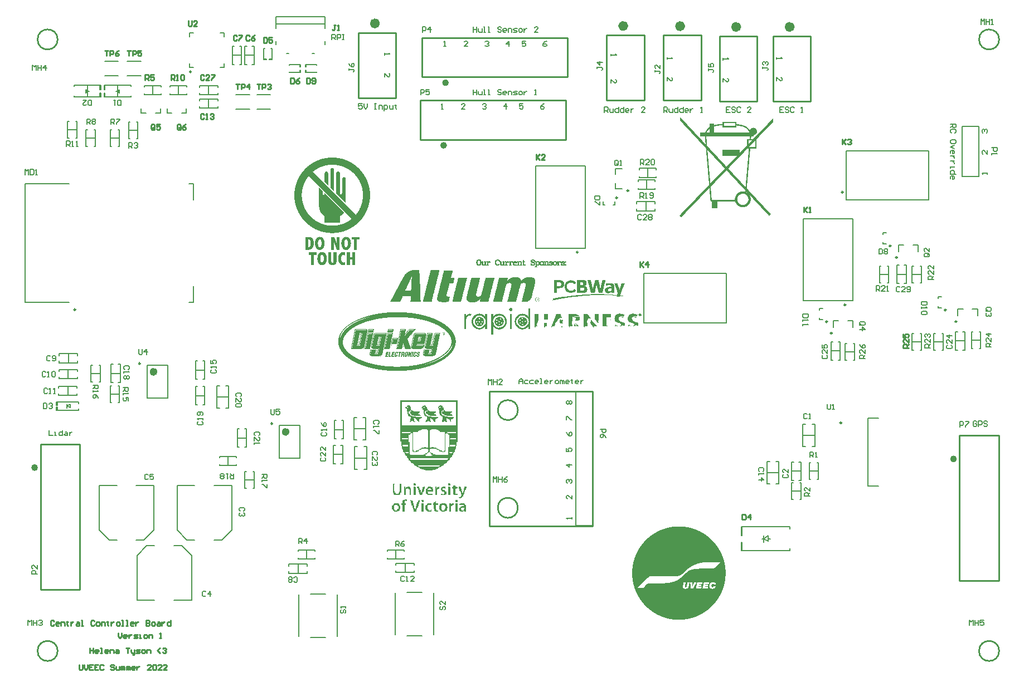
<source format=gto>
G04*
G04 #@! TF.GenerationSoftware,Altium Limited,Altium Designer,22.11.1 (43)*
G04*
G04 Layer_Color=65535*
%FSLAX25Y25*%
%MOIN*%
G70*
G04*
G04 #@! TF.SameCoordinates,C35736E5-671D-4FAC-BA75-7313D2C136AC*
G04*
G04*
G04 #@! TF.FilePolarity,Positive*
G04*
G01*
G75*
%ADD10C,0.01000*%
%ADD11C,0.00984*%
%ADD12C,0.03000*%
%ADD13C,0.02000*%
%ADD14C,0.02362*%
%ADD15C,0.00787*%
%ADD16C,0.00591*%
%ADD17R,0.00701X0.02000*%
%ADD18R,0.00787X0.01862*%
G36*
X392089Y333327D02*
X392173D01*
Y333243D01*
X392256D01*
Y333160D01*
X392339D01*
Y333077D01*
X392423D01*
Y332993D01*
X392506D01*
Y332910D01*
X392589D01*
Y332827D01*
X392673D01*
Y332660D01*
X392756D01*
Y332577D01*
X392839D01*
Y332493D01*
X392922D01*
Y332410D01*
X393006D01*
Y332327D01*
X393089D01*
Y332243D01*
X393173D01*
Y332160D01*
X393256D01*
Y332077D01*
X393339D01*
Y331993D01*
X393422D01*
Y331910D01*
X393506D01*
Y331827D01*
X393589D01*
Y331743D01*
X393672D01*
Y331660D01*
X393756D01*
Y331577D01*
X393839D01*
Y331410D01*
X393922D01*
Y331327D01*
X394006D01*
Y331244D01*
X394089D01*
Y331160D01*
X394172D01*
Y331077D01*
X394256D01*
Y330994D01*
X394339D01*
Y330910D01*
X394422D01*
Y330827D01*
X394506D01*
Y330744D01*
X394589D01*
Y330660D01*
X394672D01*
Y330577D01*
X394756D01*
Y330494D01*
X394839D01*
Y330410D01*
X394922D01*
Y330327D01*
X395005D01*
Y330160D01*
X395089D01*
Y330077D01*
X395172D01*
Y329994D01*
X395255D01*
Y329910D01*
X395339D01*
Y329827D01*
X395422D01*
Y329744D01*
X395505D01*
Y329661D01*
X395589D01*
Y329577D01*
X395672D01*
Y329494D01*
X395755D01*
Y329411D01*
X395839D01*
Y329327D01*
X395922D01*
Y329244D01*
X396005D01*
Y329161D01*
X396089D01*
Y329077D01*
X396172D01*
Y328911D01*
X396255D01*
Y328827D01*
X396339D01*
Y328744D01*
X396422D01*
Y328661D01*
X396505D01*
Y328577D01*
X396588D01*
Y328494D01*
X396672D01*
Y328411D01*
X396755D01*
Y328327D01*
X396838D01*
Y328244D01*
X396922D01*
Y328161D01*
X397005D01*
Y328078D01*
X397088D01*
Y327994D01*
X397172D01*
Y327911D01*
X397255D01*
Y327744D01*
X397338D01*
Y327661D01*
X397422D01*
Y327578D01*
X397505D01*
Y327494D01*
X397588D01*
Y327411D01*
X397672D01*
Y327328D01*
X397755D01*
Y327244D01*
X397838D01*
Y327161D01*
X397922D01*
Y327078D01*
X398005D01*
Y326994D01*
X398088D01*
Y326911D01*
X398172D01*
Y326828D01*
X398255D01*
Y326744D01*
X398338D01*
Y326661D01*
X398422D01*
Y326494D01*
X398505D01*
Y326411D01*
X398588D01*
Y326328D01*
X398672D01*
Y326244D01*
X398755D01*
Y326161D01*
X398838D01*
Y326078D01*
X398921D01*
Y325994D01*
X399005D01*
Y325911D01*
X399088D01*
Y325828D01*
X399171D01*
Y325745D01*
X399255D01*
Y325661D01*
X399338D01*
Y325578D01*
X399421D01*
Y325495D01*
X399505D01*
Y325411D01*
X399588D01*
Y325245D01*
X399671D01*
Y325161D01*
X399755D01*
Y325078D01*
X399838D01*
Y324995D01*
X399921D01*
Y324911D01*
X400005D01*
Y324828D01*
X400088D01*
Y324745D01*
X400171D01*
Y324661D01*
X400254D01*
Y324578D01*
X400338D01*
Y324495D01*
X400421D01*
Y324412D01*
X400504D01*
Y324328D01*
X400588D01*
Y324245D01*
X400671D01*
Y324162D01*
X400754D01*
Y323995D01*
X400838D01*
Y323912D01*
X400921D01*
Y323828D01*
X401004D01*
Y323745D01*
X401088D01*
Y323662D01*
X401171D01*
Y323578D01*
X401254D01*
Y323495D01*
X401338D01*
Y323412D01*
X401421D01*
Y323328D01*
X401504D01*
Y323245D01*
X401588D01*
Y323162D01*
X401671D01*
Y323078D01*
X401754D01*
Y322995D01*
X401838D01*
Y322912D01*
X401921D01*
Y322745D01*
X402004D01*
Y322662D01*
X402087D01*
Y322579D01*
X402171D01*
Y322495D01*
X402254D01*
Y322412D01*
X402338D01*
Y322328D01*
X402421D01*
Y322245D01*
X402504D01*
Y322162D01*
X402587D01*
Y322079D01*
X402671D01*
Y321995D01*
X402754D01*
Y321912D01*
X402837D01*
Y321829D01*
X402921D01*
Y321745D01*
X403004D01*
Y321579D01*
X403087D01*
Y321495D01*
X403171D01*
Y321412D01*
X403254D01*
Y321329D01*
X403337D01*
Y321245D01*
X403421D01*
Y321162D01*
X403504D01*
Y321079D01*
X403587D01*
Y320995D01*
X403671D01*
Y320912D01*
X403754D01*
Y320829D01*
X403837D01*
Y320745D01*
X403921D01*
Y320662D01*
X404004D01*
Y320579D01*
X404087D01*
Y320496D01*
X404171D01*
Y320329D01*
X404254D01*
Y320246D01*
X404337D01*
Y320162D01*
X404420D01*
Y320079D01*
X404504D01*
Y319996D01*
X404587D01*
Y319912D01*
X404670D01*
Y319829D01*
X404754D01*
Y319746D01*
X404837D01*
Y319662D01*
X404920D01*
Y319579D01*
X405004D01*
Y319496D01*
X405087D01*
Y319412D01*
X405170D01*
Y319329D01*
X405254D01*
Y319246D01*
X405337D01*
Y319079D01*
X405420D01*
Y318996D01*
X405504D01*
Y318913D01*
X405587D01*
Y318829D01*
X405670D01*
Y318746D01*
X405754D01*
Y318663D01*
X405837D01*
Y318579D01*
X405920D01*
Y318496D01*
X406004D01*
Y318413D01*
X406087D01*
Y318329D01*
X406170D01*
Y318246D01*
X406253D01*
Y318163D01*
X406337D01*
Y318079D01*
X406420D01*
Y317996D01*
X406503D01*
Y317829D01*
X406587D01*
Y317746D01*
X406670D01*
Y317663D01*
X406753D01*
Y317579D01*
X406837D01*
Y317496D01*
X406920D01*
Y317413D01*
X407003D01*
Y317329D01*
X407087D01*
Y317246D01*
X407170D01*
Y317163D01*
X407253D01*
Y317413D01*
X407170D01*
Y318329D01*
X407087D01*
Y319329D01*
X407003D01*
Y320329D01*
X406920D01*
Y321245D01*
X406837D01*
Y321745D01*
X404004D01*
Y321829D01*
X403921D01*
Y324162D01*
X407003D01*
Y324328D01*
X407087D01*
Y324578D01*
X407170D01*
Y324745D01*
X407253D01*
Y324911D01*
X407337D01*
Y325078D01*
X407420D01*
Y325161D01*
X407503D01*
Y325328D01*
X407586D01*
Y325411D01*
X407670D01*
Y325578D01*
X407753D01*
Y325661D01*
X407836D01*
Y325828D01*
X407920D01*
Y325911D01*
X408003D01*
Y325994D01*
X408086D01*
Y326161D01*
X408170D01*
Y326244D01*
X408253D01*
Y326328D01*
X408336D01*
Y326411D01*
X408420D01*
Y326494D01*
X408503D01*
Y326578D01*
X408586D01*
Y326661D01*
X408670D01*
Y326744D01*
X408753D01*
Y326828D01*
X408836D01*
Y326911D01*
X408920D01*
Y326994D01*
X409003D01*
Y327078D01*
X409086D01*
Y327161D01*
X409170D01*
Y327244D01*
X409253D01*
Y327328D01*
X409336D01*
Y327411D01*
X409419D01*
Y327494D01*
X409586D01*
Y329577D01*
X409669D01*
Y329661D01*
X412419D01*
Y328661D01*
X412502D01*
Y328744D01*
X412836D01*
Y328827D01*
X413252D01*
Y328911D01*
X413669D01*
Y328994D01*
X414252D01*
Y329077D01*
X414835D01*
Y329161D01*
X415502D01*
Y329244D01*
X416252D01*
Y329327D01*
X417251D01*
Y329411D01*
X417335D01*
Y330660D01*
X425667D01*
Y329244D01*
X425916D01*
Y329161D01*
X426583D01*
Y329077D01*
X427166D01*
Y328994D01*
X427666D01*
Y328911D01*
X428083D01*
Y328827D01*
X428499D01*
Y328744D01*
X428916D01*
Y328661D01*
X429249D01*
Y328577D01*
X429499D01*
Y328494D01*
X429832D01*
Y328411D01*
X430082D01*
Y328327D01*
X430332D01*
Y328244D01*
X430499D01*
Y328161D01*
X430749D01*
Y328078D01*
X430916D01*
Y327994D01*
X431082D01*
Y327911D01*
X431249D01*
Y327828D01*
X431416D01*
Y327744D01*
X431582D01*
Y327661D01*
X431665D01*
Y327578D01*
X431832D01*
Y327494D01*
X431915D01*
Y327411D01*
X431999D01*
Y327328D01*
X432082D01*
Y327244D01*
X432165D01*
Y327161D01*
X432249D01*
Y327078D01*
X432415D01*
Y326994D01*
X432499D01*
Y326911D01*
X432582D01*
Y326828D01*
X432665D01*
Y326744D01*
X432749D01*
Y326661D01*
X432832D01*
Y326494D01*
X432915D01*
Y326411D01*
X432999D01*
Y326328D01*
X433082D01*
Y326244D01*
X433165D01*
Y326161D01*
X433249D01*
Y326078D01*
X433332D01*
Y325911D01*
X433415D01*
Y325828D01*
X433498D01*
Y325745D01*
X433582D01*
Y325661D01*
X433665D01*
Y325745D01*
X433748D01*
Y325911D01*
X433832D01*
Y325994D01*
X433915D01*
Y326161D01*
X433998D01*
Y326244D01*
X434082D01*
Y326328D01*
X434165D01*
Y326411D01*
X434248D01*
Y326494D01*
X434332D01*
Y326578D01*
X434415D01*
Y326661D01*
X434582D01*
Y326744D01*
X434748D01*
Y326828D01*
X434915D01*
Y326911D01*
X435081D01*
Y326994D01*
X435498D01*
Y327078D01*
X435998D01*
Y326994D01*
X436331D01*
Y326911D01*
X436581D01*
Y326828D01*
X436748D01*
Y326744D01*
X436914D01*
Y326661D01*
X436998D01*
Y326578D01*
X437081D01*
Y326494D01*
X437164D01*
Y326411D01*
X437331D01*
Y326244D01*
X437414D01*
Y326161D01*
X437498D01*
Y326078D01*
X437581D01*
Y325994D01*
X437664D01*
Y325828D01*
X437748D01*
Y325661D01*
X437831D01*
Y325411D01*
X437914D01*
Y325078D01*
X437998D01*
Y324578D01*
X437914D01*
Y324245D01*
X437831D01*
Y323995D01*
X437748D01*
Y323828D01*
X437664D01*
Y323662D01*
X437581D01*
Y323578D01*
X437498D01*
Y323412D01*
X437414D01*
Y323328D01*
X437331D01*
Y323245D01*
X437248D01*
Y323162D01*
X437164D01*
Y323078D01*
X436998D01*
Y322995D01*
X436914D01*
Y322912D01*
X436748D01*
Y322828D01*
X436664D01*
Y322745D01*
X436415D01*
Y322662D01*
X436165D01*
Y322579D01*
X436081D01*
Y321829D01*
X435998D01*
Y321745D01*
X434498D01*
Y321079D01*
X434415D01*
Y320246D01*
X435665D01*
Y320329D01*
X435748D01*
Y320412D01*
X435831D01*
Y320496D01*
X435915D01*
Y320579D01*
X435998D01*
Y320662D01*
X436081D01*
Y320745D01*
X436165D01*
Y320829D01*
X436248D01*
Y320912D01*
X436331D01*
Y320995D01*
X436415D01*
Y321079D01*
X436498D01*
Y321162D01*
X436581D01*
Y321245D01*
X436664D01*
Y321329D01*
X436748D01*
Y321412D01*
X436831D01*
Y321495D01*
X436914D01*
Y321579D01*
X436998D01*
Y321662D01*
X437081D01*
Y321745D01*
X437164D01*
Y321829D01*
X437248D01*
Y321912D01*
X437331D01*
Y321995D01*
X437414D01*
Y322079D01*
X437498D01*
Y322162D01*
X437581D01*
Y322245D01*
X437664D01*
Y322328D01*
X437748D01*
Y322412D01*
X437831D01*
Y322579D01*
X437914D01*
Y322662D01*
X437998D01*
Y322745D01*
X438081D01*
Y322828D01*
X438164D01*
Y322912D01*
X438248D01*
Y322995D01*
X438331D01*
Y323078D01*
X438414D01*
Y323162D01*
X438497D01*
Y323245D01*
X438581D01*
Y323328D01*
X438664D01*
Y323412D01*
X438748D01*
Y323495D01*
X438831D01*
Y323578D01*
X438914D01*
Y323662D01*
X438997D01*
Y323745D01*
X439081D01*
Y323828D01*
X439164D01*
Y323912D01*
X439247D01*
Y323995D01*
X439331D01*
Y324078D01*
X439414D01*
Y324162D01*
X439497D01*
Y324245D01*
X439581D01*
Y324328D01*
X439664D01*
Y324412D01*
X439747D01*
Y324495D01*
X439831D01*
Y324578D01*
X439914D01*
Y324661D01*
X439997D01*
Y324828D01*
X440081D01*
Y324911D01*
X440164D01*
Y324995D01*
X440247D01*
Y325078D01*
X440331D01*
Y325161D01*
X440414D01*
Y325245D01*
X440497D01*
Y325328D01*
X440581D01*
Y325411D01*
X440664D01*
Y325495D01*
X440747D01*
Y325578D01*
X440830D01*
Y325661D01*
X440914D01*
Y325745D01*
X440997D01*
Y325828D01*
X441080D01*
Y325911D01*
X441164D01*
Y325994D01*
X441247D01*
Y326078D01*
X441330D01*
Y326161D01*
X441414D01*
Y326244D01*
X441497D01*
Y326328D01*
X441580D01*
Y326411D01*
X441664D01*
Y326494D01*
X441747D01*
Y326578D01*
X441830D01*
Y326661D01*
X441914D01*
Y326744D01*
X441997D01*
Y326828D01*
X442080D01*
Y326911D01*
X442164D01*
Y327078D01*
X442247D01*
Y327161D01*
X442330D01*
Y327244D01*
X442414D01*
Y327328D01*
X442497D01*
Y327411D01*
X442580D01*
Y327494D01*
X442663D01*
Y327578D01*
X442747D01*
Y327661D01*
X442830D01*
Y327744D01*
X442913D01*
Y327828D01*
X442997D01*
Y327911D01*
X443080D01*
Y327994D01*
X443163D01*
Y328078D01*
X443247D01*
Y328161D01*
X443330D01*
Y328244D01*
X443413D01*
Y328327D01*
X443497D01*
Y328411D01*
X443580D01*
Y328494D01*
X443663D01*
Y328577D01*
X443747D01*
Y328661D01*
X443830D01*
Y328744D01*
X443913D01*
Y328827D01*
X443996D01*
Y328911D01*
X444080D01*
Y328994D01*
X444163D01*
Y329077D01*
X444246D01*
Y329161D01*
X444330D01*
Y329327D01*
X444413D01*
Y329411D01*
X444496D01*
Y329494D01*
X444580D01*
Y329577D01*
X444663D01*
Y329661D01*
X444746D01*
Y329744D01*
X444830D01*
Y329827D01*
X444913D01*
Y329910D01*
X444996D01*
Y329994D01*
X445080D01*
Y330077D01*
X445163D01*
Y330160D01*
X445246D01*
Y330244D01*
X445330D01*
Y330327D01*
X445413D01*
Y330410D01*
X445496D01*
Y330494D01*
X445580D01*
Y330577D01*
X445663D01*
Y330660D01*
X445746D01*
Y330744D01*
X445829D01*
Y330827D01*
X445913D01*
Y330910D01*
X445996D01*
Y330994D01*
X446079D01*
Y331077D01*
X446163D01*
Y331160D01*
X446246D01*
Y331244D01*
X446329D01*
Y331327D01*
X446413D01*
Y331493D01*
X446496D01*
Y331577D01*
X446579D01*
Y331660D01*
X446663D01*
Y331743D01*
X446746D01*
Y331827D01*
X446829D01*
Y331910D01*
X446913D01*
Y331993D01*
X446996D01*
Y332077D01*
X447079D01*
Y332160D01*
X447163D01*
Y332243D01*
X447246D01*
Y332327D01*
X447329D01*
Y332410D01*
X447413D01*
Y332493D01*
X447496D01*
Y332577D01*
X447579D01*
Y332660D01*
X447662D01*
Y332743D01*
X447746D01*
Y330577D01*
X447662D01*
Y330494D01*
X447579D01*
Y330410D01*
X447496D01*
Y330327D01*
X447413D01*
Y330244D01*
X447329D01*
Y330160D01*
X447246D01*
Y330077D01*
X447163D01*
Y329994D01*
X447079D01*
Y329910D01*
X446996D01*
Y329827D01*
X446913D01*
Y329744D01*
X446829D01*
Y329661D01*
X446746D01*
Y329577D01*
X446663D01*
Y329494D01*
X446579D01*
Y329411D01*
X446496D01*
Y329327D01*
X446413D01*
Y329244D01*
X446329D01*
Y329161D01*
X446246D01*
Y329077D01*
X446163D01*
Y328994D01*
X446079D01*
Y328911D01*
X445996D01*
Y328827D01*
X445913D01*
Y328744D01*
X445829D01*
Y328661D01*
X445746D01*
Y328494D01*
X445663D01*
Y328411D01*
X445580D01*
Y328327D01*
X445496D01*
Y328244D01*
X445413D01*
Y328161D01*
X445330D01*
Y328078D01*
X445246D01*
Y327994D01*
X445163D01*
Y327911D01*
X445080D01*
Y327828D01*
X444996D01*
Y327744D01*
X444913D01*
Y327661D01*
X444830D01*
Y327578D01*
X444746D01*
Y327494D01*
X444663D01*
Y327411D01*
X444580D01*
Y327328D01*
X444496D01*
Y327244D01*
X444413D01*
Y327161D01*
X444330D01*
Y327078D01*
X444246D01*
Y326994D01*
X444163D01*
Y326911D01*
X444080D01*
Y326828D01*
X443996D01*
Y326744D01*
X443913D01*
Y326661D01*
X443830D01*
Y326578D01*
X443747D01*
Y326494D01*
X443663D01*
Y326411D01*
X443580D01*
Y326328D01*
X443497D01*
Y326161D01*
X443413D01*
Y326078D01*
X443330D01*
Y325994D01*
X443247D01*
Y325911D01*
X443163D01*
Y325828D01*
X443080D01*
Y325745D01*
X442997D01*
Y325661D01*
X442913D01*
Y325578D01*
X442830D01*
Y325495D01*
X442747D01*
Y325411D01*
X442663D01*
Y325328D01*
X442580D01*
Y325245D01*
X442497D01*
Y325161D01*
X442414D01*
Y325078D01*
X442330D01*
Y324995D01*
X442247D01*
Y324911D01*
X442164D01*
Y324828D01*
X442080D01*
Y324745D01*
X441997D01*
Y324661D01*
X441914D01*
Y324578D01*
X441830D01*
Y324495D01*
X441747D01*
Y324412D01*
X441664D01*
Y324328D01*
X441580D01*
Y324245D01*
X441497D01*
Y324162D01*
X441414D01*
Y324078D01*
X441330D01*
Y323912D01*
X441247D01*
Y323828D01*
X441164D01*
Y323745D01*
X441080D01*
Y323662D01*
X440997D01*
Y323578D01*
X440914D01*
Y323495D01*
X440830D01*
Y323412D01*
X440747D01*
Y323328D01*
X440664D01*
Y323245D01*
X440581D01*
Y323162D01*
X440497D01*
Y323078D01*
X440414D01*
Y322995D01*
X440331D01*
Y322912D01*
X440247D01*
Y322828D01*
X440164D01*
Y322745D01*
X440081D01*
Y322662D01*
X439997D01*
Y322579D01*
X439914D01*
Y322495D01*
X439831D01*
Y322412D01*
X439747D01*
Y322328D01*
X439664D01*
Y322245D01*
X439581D01*
Y322162D01*
X439497D01*
Y322079D01*
X439414D01*
Y321995D01*
X439331D01*
Y321912D01*
X439247D01*
Y321829D01*
X439164D01*
Y321662D01*
X439081D01*
Y321579D01*
X438997D01*
Y321495D01*
X438914D01*
Y321412D01*
X438831D01*
Y321329D01*
X438748D01*
Y321245D01*
X438664D01*
Y321162D01*
X438581D01*
Y321079D01*
X438497D01*
Y320995D01*
X438414D01*
Y320912D01*
X438331D01*
Y320829D01*
X438248D01*
Y320745D01*
X438164D01*
Y320662D01*
X438081D01*
Y320579D01*
X437998D01*
Y320496D01*
X437914D01*
Y320412D01*
X437831D01*
Y320329D01*
X437748D01*
Y314580D01*
X433915D01*
Y313913D01*
X433832D01*
Y312997D01*
X433748D01*
Y311997D01*
X433665D01*
Y311081D01*
X433582D01*
Y310081D01*
X433498D01*
Y309164D01*
X433415D01*
Y308164D01*
X433332D01*
Y307248D01*
X433249D01*
Y306248D01*
X433165D01*
Y305332D01*
X433082D01*
Y304332D01*
X432999D01*
Y303415D01*
X432915D01*
Y302415D01*
X432832D01*
Y301499D01*
X432749D01*
Y300499D01*
X432665D01*
Y299583D01*
X432582D01*
Y298583D01*
X432499D01*
Y297666D01*
X432415D01*
Y296667D01*
X432332D01*
Y295750D01*
X432249D01*
Y294750D01*
X432165D01*
Y293834D01*
X432082D01*
Y292834D01*
X431999D01*
Y291917D01*
X431915D01*
Y290918D01*
X431832D01*
Y290668D01*
X431915D01*
Y290584D01*
X431999D01*
Y290501D01*
X432082D01*
Y290418D01*
X432165D01*
Y290334D01*
X432249D01*
Y290251D01*
X432332D01*
Y290168D01*
X432415D01*
Y290084D01*
X432499D01*
Y290001D01*
X432582D01*
Y289918D01*
X432665D01*
Y289834D01*
X432749D01*
Y289751D01*
X432832D01*
Y289668D01*
X432915D01*
Y289501D01*
X432999D01*
Y289418D01*
X433082D01*
Y289335D01*
X433165D01*
Y289251D01*
X433249D01*
Y289168D01*
X433332D01*
Y289085D01*
X433415D01*
Y289001D01*
X433498D01*
Y288918D01*
X433582D01*
Y288835D01*
X433665D01*
Y288751D01*
X433748D01*
Y288668D01*
X433832D01*
Y288585D01*
X433915D01*
Y288501D01*
X433998D01*
Y288335D01*
X434082D01*
Y288251D01*
X434165D01*
Y288168D01*
X434248D01*
Y288085D01*
X434332D01*
Y288001D01*
X434415D01*
Y287918D01*
X434498D01*
Y287835D01*
X434582D01*
Y287752D01*
X434665D01*
Y287668D01*
X434748D01*
Y287585D01*
X434831D01*
Y287502D01*
X434915D01*
Y287418D01*
X434998D01*
Y287335D01*
X435081D01*
Y287252D01*
X435165D01*
Y287085D01*
X435248D01*
Y287002D01*
X435331D01*
Y286918D01*
X435415D01*
Y286835D01*
X435498D01*
Y286752D01*
X435581D01*
Y286668D01*
X435665D01*
Y286585D01*
X435748D01*
Y286502D01*
X435831D01*
Y286418D01*
X435915D01*
Y286335D01*
X435998D01*
Y286252D01*
X436081D01*
Y286169D01*
X436165D01*
Y286085D01*
X436248D01*
Y286002D01*
X436331D01*
Y285835D01*
X436415D01*
Y285752D01*
X436498D01*
Y285669D01*
X436581D01*
Y285585D01*
X436664D01*
Y285502D01*
X436748D01*
Y285419D01*
X436831D01*
Y285335D01*
X436914D01*
Y285252D01*
X436998D01*
Y285169D01*
X437081D01*
Y285085D01*
X437164D01*
Y285002D01*
X437248D01*
Y284919D01*
X437331D01*
Y284835D01*
X437414D01*
Y284752D01*
X437498D01*
Y284585D01*
X437581D01*
Y284502D01*
X437664D01*
Y284419D01*
X437748D01*
Y284335D01*
X437831D01*
Y284252D01*
X437914D01*
Y284169D01*
X437998D01*
Y284085D01*
X438081D01*
Y284002D01*
X438164D01*
Y283919D01*
X438248D01*
Y283836D01*
X438331D01*
Y283752D01*
X438414D01*
Y283669D01*
X438497D01*
Y283586D01*
X438581D01*
Y283502D01*
X438664D01*
Y283336D01*
X438748D01*
Y283252D01*
X438831D01*
Y283169D01*
X438914D01*
Y283086D01*
X438997D01*
Y283002D01*
X439081D01*
Y282919D01*
X439164D01*
Y282836D01*
X439247D01*
Y282752D01*
X439331D01*
Y282669D01*
X439414D01*
Y282586D01*
X439497D01*
Y282503D01*
X439581D01*
Y282419D01*
X439664D01*
Y282336D01*
X439747D01*
Y282169D01*
X439831D01*
Y282086D01*
X439914D01*
Y282003D01*
X439997D01*
Y281919D01*
X440081D01*
Y281836D01*
X440164D01*
Y281753D01*
X440247D01*
Y281669D01*
X440331D01*
Y281586D01*
X440414D01*
Y281503D01*
X440497D01*
Y281419D01*
X440581D01*
Y281336D01*
X440664D01*
Y281253D01*
X440747D01*
Y281169D01*
X440830D01*
Y281086D01*
X440914D01*
Y280919D01*
X440997D01*
Y280836D01*
X441080D01*
Y280753D01*
X441164D01*
Y280669D01*
X441247D01*
Y280586D01*
X441330D01*
Y280503D01*
X441414D01*
Y280419D01*
X441497D01*
Y280336D01*
X441580D01*
Y280253D01*
X441664D01*
Y280170D01*
X441747D01*
Y280086D01*
X441830D01*
Y280003D01*
X441914D01*
Y279920D01*
X441997D01*
Y279836D01*
X442080D01*
Y279670D01*
X442164D01*
Y279586D01*
X442247D01*
Y279503D01*
X442330D01*
Y279420D01*
X442414D01*
Y279336D01*
X442497D01*
Y279253D01*
X442580D01*
Y279170D01*
X442663D01*
Y279086D01*
X442747D01*
Y279003D01*
X442830D01*
Y278920D01*
X442913D01*
Y278836D01*
X442997D01*
Y278753D01*
X443080D01*
Y278670D01*
X443163D01*
Y278587D01*
X443247D01*
Y278420D01*
X443330D01*
Y278337D01*
X443413D01*
Y278253D01*
X443497D01*
Y278170D01*
X443580D01*
Y278087D01*
X443663D01*
Y278003D01*
X443747D01*
Y277920D01*
X443830D01*
Y277837D01*
X443913D01*
Y277753D01*
X443996D01*
Y277670D01*
X444080D01*
Y277587D01*
X444163D01*
Y277503D01*
X444246D01*
Y277420D01*
X444330D01*
Y277337D01*
X444413D01*
Y277170D01*
X444496D01*
Y277087D01*
X444580D01*
Y277004D01*
X444663D01*
Y276920D01*
X444746D01*
Y276837D01*
X444830D01*
Y276753D01*
X444913D01*
Y276670D01*
X444996D01*
Y276587D01*
X445080D01*
Y276504D01*
X445163D01*
Y276420D01*
X445246D01*
Y276337D01*
X445330D01*
Y276254D01*
X445413D01*
Y276170D01*
X445496D01*
Y276004D01*
X445580D01*
Y275920D01*
X445663D01*
Y275837D01*
X445746D01*
Y275754D01*
X445829D01*
Y275670D01*
X445913D01*
Y275587D01*
X445996D01*
Y275504D01*
X446079D01*
Y275420D01*
X446163D01*
Y275337D01*
X446079D01*
Y275254D01*
X445996D01*
Y275170D01*
X445913D01*
Y275087D01*
X445829D01*
Y275004D01*
X445746D01*
Y274921D01*
X445663D01*
Y274837D01*
X445580D01*
Y274754D01*
X445496D01*
Y274671D01*
X445413D01*
Y274587D01*
X445330D01*
Y274504D01*
X445246D01*
Y274421D01*
X445163D01*
Y274337D01*
X445080D01*
Y274421D01*
X444996D01*
Y274504D01*
X444913D01*
Y274587D01*
X444830D01*
Y274754D01*
X444746D01*
Y274837D01*
X444663D01*
Y274921D01*
X444580D01*
Y275004D01*
X444496D01*
Y275087D01*
X444413D01*
Y275170D01*
X444330D01*
Y275254D01*
X444246D01*
Y275337D01*
X444163D01*
Y275420D01*
X444080D01*
Y275504D01*
X443996D01*
Y275587D01*
X443913D01*
Y275670D01*
X443830D01*
Y275754D01*
X443747D01*
Y275837D01*
X443663D01*
Y276004D01*
X443580D01*
Y276087D01*
X443497D01*
Y276170D01*
X443413D01*
Y276254D01*
X443330D01*
Y276337D01*
X443247D01*
Y276420D01*
X443163D01*
Y276504D01*
X443080D01*
Y276587D01*
X442997D01*
Y276670D01*
X442913D01*
Y276753D01*
X442830D01*
Y276837D01*
X442747D01*
Y276920D01*
X442663D01*
Y277004D01*
X442580D01*
Y277087D01*
X442497D01*
Y277253D01*
X442414D01*
Y277337D01*
X442330D01*
Y277420D01*
X442247D01*
Y277503D01*
X442164D01*
Y277587D01*
X442080D01*
Y277670D01*
X441997D01*
Y277753D01*
X441914D01*
Y277837D01*
X441830D01*
Y277920D01*
X441747D01*
Y278003D01*
X441664D01*
Y278087D01*
X441580D01*
Y278170D01*
X441497D01*
Y278253D01*
X441414D01*
Y278337D01*
X441330D01*
Y278503D01*
X441247D01*
Y278587D01*
X441164D01*
Y278670D01*
X441080D01*
Y278753D01*
X440997D01*
Y278836D01*
X440914D01*
Y278920D01*
X440830D01*
Y279003D01*
X440747D01*
Y279086D01*
X440664D01*
Y279170D01*
X440581D01*
Y279253D01*
X440497D01*
Y279336D01*
X440414D01*
Y279420D01*
X440331D01*
Y279503D01*
X440247D01*
Y279586D01*
X440164D01*
Y279753D01*
X440081D01*
Y279836D01*
X439997D01*
Y279920D01*
X439914D01*
Y280003D01*
X439831D01*
Y280086D01*
X439747D01*
Y280170D01*
X439664D01*
Y280253D01*
X439581D01*
Y280336D01*
X439497D01*
Y280419D01*
X439414D01*
Y280503D01*
X439331D01*
Y280586D01*
X439247D01*
Y280669D01*
X439164D01*
Y280753D01*
X439081D01*
Y280836D01*
X438997D01*
Y281003D01*
X438914D01*
Y281086D01*
X438831D01*
Y281169D01*
X438748D01*
Y281253D01*
X438664D01*
Y281336D01*
X438581D01*
Y281419D01*
X438497D01*
Y281503D01*
X438414D01*
Y281586D01*
X438331D01*
Y281669D01*
X438248D01*
Y281753D01*
X438164D01*
Y281836D01*
X438081D01*
Y281919D01*
X437998D01*
Y282003D01*
X437914D01*
Y282169D01*
X437831D01*
Y282253D01*
X437748D01*
Y282336D01*
X437664D01*
Y282419D01*
X437581D01*
Y282503D01*
X437498D01*
Y282586D01*
X437414D01*
Y282669D01*
X437331D01*
Y282752D01*
X437248D01*
Y282836D01*
X437164D01*
Y282919D01*
X437081D01*
Y283002D01*
X436998D01*
Y283086D01*
X436914D01*
Y283169D01*
X436831D01*
Y283252D01*
X436748D01*
Y283419D01*
X436664D01*
Y283502D01*
X436581D01*
Y283586D01*
X436498D01*
Y283669D01*
X436415D01*
Y283752D01*
X436331D01*
Y283836D01*
X436248D01*
Y283919D01*
X436165D01*
Y284002D01*
X436081D01*
Y284085D01*
X435998D01*
Y284169D01*
X435915D01*
Y284252D01*
X435831D01*
Y284335D01*
X435748D01*
Y284419D01*
X435665D01*
Y284502D01*
X435581D01*
Y284669D01*
X435498D01*
Y284752D01*
X435415D01*
Y284835D01*
X435331D01*
Y284919D01*
X435248D01*
Y285002D01*
X435165D01*
Y285085D01*
X435081D01*
Y285169D01*
X434998D01*
Y285252D01*
X434915D01*
Y285335D01*
X434831D01*
Y285419D01*
X434748D01*
Y285502D01*
X434665D01*
Y285585D01*
X434582D01*
Y285669D01*
X434498D01*
Y285752D01*
X434415D01*
Y285918D01*
X434332D01*
Y286002D01*
X434248D01*
Y286085D01*
X434165D01*
Y286169D01*
X434082D01*
Y286252D01*
X433998D01*
Y286335D01*
X433915D01*
Y286418D01*
X433832D01*
Y286502D01*
X433748D01*
Y286585D01*
X433665D01*
Y286668D01*
X433582D01*
Y286752D01*
X433498D01*
Y286835D01*
X433415D01*
Y286752D01*
X433498D01*
Y286668D01*
X433582D01*
Y286502D01*
X433665D01*
Y286335D01*
X433748D01*
Y286169D01*
X433832D01*
Y286002D01*
X433915D01*
Y285835D01*
X433998D01*
Y285585D01*
X434082D01*
Y285335D01*
X434165D01*
Y284919D01*
X434248D01*
Y283419D01*
X434165D01*
Y283086D01*
X434082D01*
Y282752D01*
X433998D01*
Y282586D01*
X433915D01*
Y282336D01*
X433832D01*
Y282169D01*
X433748D01*
Y282003D01*
X433665D01*
Y281836D01*
X433582D01*
Y281753D01*
X433498D01*
Y281586D01*
X433415D01*
Y281503D01*
X433332D01*
Y281336D01*
X433249D01*
Y281253D01*
X433165D01*
Y281169D01*
X433082D01*
Y281086D01*
X432999D01*
Y281003D01*
X432915D01*
Y280919D01*
X432832D01*
Y280836D01*
X432749D01*
Y280753D01*
X432665D01*
Y280669D01*
X432582D01*
Y280586D01*
X432499D01*
Y280503D01*
X432415D01*
Y280419D01*
X432332D01*
Y280336D01*
X432165D01*
Y280253D01*
X432082D01*
Y280170D01*
X431915D01*
Y280086D01*
X431832D01*
Y280003D01*
X431665D01*
Y279920D01*
X431499D01*
Y279836D01*
X431332D01*
Y279753D01*
X431082D01*
Y279670D01*
X430916D01*
Y279586D01*
X430582D01*
Y279503D01*
X430249D01*
Y279420D01*
X428749D01*
Y279503D01*
X428416D01*
Y279586D01*
X428083D01*
Y279670D01*
X427916D01*
Y279753D01*
X427666D01*
Y279836D01*
X427499D01*
Y279920D01*
X427333D01*
Y280003D01*
X427166D01*
Y280086D01*
X427083D01*
Y280170D01*
X426916D01*
Y280253D01*
X426833D01*
Y280336D01*
X426666D01*
Y280419D01*
X426583D01*
Y280503D01*
X426500D01*
Y280586D01*
X426416D01*
Y280669D01*
X426333D01*
Y280753D01*
X426250D01*
Y280836D01*
X426166D01*
Y280919D01*
X426083D01*
Y281003D01*
X426000D01*
Y281086D01*
X425916D01*
Y281169D01*
X425833D01*
Y281253D01*
X425750D01*
Y281336D01*
X425667D01*
Y281503D01*
X425583D01*
Y281586D01*
X425500D01*
Y281753D01*
X425417D01*
Y281836D01*
X425333D01*
Y282003D01*
X425250D01*
Y282169D01*
X425167D01*
Y282336D01*
X425083D01*
Y282586D01*
X425000D01*
Y282752D01*
X424917D01*
Y283002D01*
X414419D01*
Y282919D01*
X414335D01*
Y278920D01*
X410836D01*
Y282919D01*
X410753D01*
Y283002D01*
X410169D01*
Y283502D01*
X410086D01*
Y284419D01*
X410003D01*
Y285419D01*
X409919D01*
Y286418D01*
X409836D01*
Y287335D01*
X409753D01*
Y288335D01*
X409669D01*
Y289335D01*
X409586D01*
Y290251D01*
X409503D01*
Y290918D01*
X409419D01*
Y290834D01*
X409336D01*
Y290751D01*
X409253D01*
Y290668D01*
X409170D01*
Y290584D01*
X409086D01*
Y290501D01*
X409003D01*
Y290418D01*
X408920D01*
Y290334D01*
X408836D01*
Y290251D01*
X408753D01*
Y290168D01*
X408670D01*
Y290084D01*
X408586D01*
Y290001D01*
X408503D01*
Y289834D01*
X408420D01*
Y289751D01*
X408336D01*
Y289668D01*
X408253D01*
Y289584D01*
X408170D01*
Y289501D01*
X408086D01*
Y289418D01*
X408003D01*
Y289335D01*
X407920D01*
Y289251D01*
X407836D01*
Y289168D01*
X407753D01*
Y289085D01*
X407670D01*
Y289001D01*
X407586D01*
Y288918D01*
X407503D01*
Y288835D01*
X407420D01*
Y288751D01*
X407337D01*
Y288668D01*
X407253D01*
Y288585D01*
X407170D01*
Y288501D01*
X407087D01*
Y288418D01*
X407003D01*
Y288335D01*
X406920D01*
Y288251D01*
X406837D01*
Y288168D01*
X406753D01*
Y288085D01*
X406670D01*
Y288001D01*
X406587D01*
Y287918D01*
X406503D01*
Y287835D01*
X406420D01*
Y287752D01*
X406337D01*
Y287668D01*
X406253D01*
Y287502D01*
X406170D01*
Y287418D01*
X406087D01*
Y287335D01*
X406004D01*
Y287252D01*
X405920D01*
Y287168D01*
X405837D01*
Y287085D01*
X405754D01*
Y287002D01*
X405670D01*
Y286918D01*
X405587D01*
Y286835D01*
X405504D01*
Y286752D01*
X405420D01*
Y286668D01*
X405337D01*
Y286585D01*
X405254D01*
Y286502D01*
X405170D01*
Y286418D01*
X405087D01*
Y286335D01*
X405004D01*
Y286252D01*
X404920D01*
Y286169D01*
X404837D01*
Y286085D01*
X404754D01*
Y286002D01*
X404670D01*
Y285918D01*
X404587D01*
Y285835D01*
X404504D01*
Y285752D01*
X404420D01*
Y285669D01*
X404337D01*
Y285585D01*
X404254D01*
Y285502D01*
X404171D01*
Y285419D01*
X404087D01*
Y285252D01*
X404004D01*
Y285169D01*
X403921D01*
Y285085D01*
X403837D01*
Y285002D01*
X403754D01*
Y284919D01*
X403671D01*
Y284835D01*
X403587D01*
Y284752D01*
X403504D01*
Y284669D01*
X403421D01*
Y284585D01*
X403337D01*
Y284502D01*
X403254D01*
Y284419D01*
X403171D01*
Y284335D01*
X403087D01*
Y284252D01*
X403004D01*
Y284169D01*
X402921D01*
Y284085D01*
X402837D01*
Y284002D01*
X402754D01*
Y283919D01*
X402671D01*
Y283836D01*
X402587D01*
Y283752D01*
X402504D01*
Y283669D01*
X402421D01*
Y283586D01*
X402338D01*
Y283502D01*
X402254D01*
Y283419D01*
X402171D01*
Y283336D01*
X402087D01*
Y283252D01*
X402004D01*
Y283169D01*
X401921D01*
Y283002D01*
X401838D01*
Y282919D01*
X401754D01*
Y282836D01*
X401671D01*
Y282752D01*
X401588D01*
Y282669D01*
X401504D01*
Y282586D01*
X401421D01*
Y282503D01*
X401338D01*
Y282419D01*
X401254D01*
Y282336D01*
X401171D01*
Y282253D01*
X401088D01*
Y282169D01*
X401004D01*
Y282086D01*
X400921D01*
Y282003D01*
X400838D01*
Y281919D01*
X400754D01*
Y281836D01*
X400671D01*
Y281753D01*
X400588D01*
Y281669D01*
X400504D01*
Y281586D01*
X400421D01*
Y281503D01*
X400338D01*
Y281419D01*
X400254D01*
Y281336D01*
X400171D01*
Y281253D01*
X400088D01*
Y281169D01*
X400005D01*
Y281086D01*
X399921D01*
Y281003D01*
X399838D01*
Y280919D01*
X399755D01*
Y280836D01*
X399671D01*
Y280669D01*
X399588D01*
Y280586D01*
X399505D01*
Y280503D01*
X399421D01*
Y280419D01*
X399338D01*
Y280336D01*
X399255D01*
Y280253D01*
X399171D01*
Y280170D01*
X399088D01*
Y280086D01*
X399005D01*
Y280003D01*
X398921D01*
Y279920D01*
X398838D01*
Y279836D01*
X398755D01*
Y279753D01*
X398672D01*
Y279670D01*
X398588D01*
Y279586D01*
X398505D01*
Y279503D01*
X398422D01*
Y279420D01*
X398338D01*
Y279336D01*
X398255D01*
Y279253D01*
X398172D01*
Y279170D01*
X398088D01*
Y279086D01*
X398005D01*
Y279003D01*
X397922D01*
Y278920D01*
X397838D01*
Y278836D01*
X397755D01*
Y278753D01*
X397672D01*
Y278670D01*
X397588D01*
Y278587D01*
X397505D01*
Y278420D01*
X397422D01*
Y278337D01*
X397338D01*
Y278253D01*
X397255D01*
Y278170D01*
X397172D01*
Y278087D01*
X397088D01*
Y278003D01*
X397005D01*
Y277920D01*
X396922D01*
Y277837D01*
X396838D01*
Y277753D01*
X396755D01*
Y277670D01*
X396672D01*
Y277587D01*
X396588D01*
Y277503D01*
X396505D01*
Y277420D01*
X396422D01*
Y277337D01*
X396339D01*
Y277253D01*
X396255D01*
Y277170D01*
X396172D01*
Y277087D01*
X396089D01*
Y277004D01*
X396005D01*
Y276920D01*
X395922D01*
Y276837D01*
X395839D01*
Y276753D01*
X395755D01*
Y276670D01*
X395672D01*
Y276587D01*
X395589D01*
Y276504D01*
X395505D01*
Y276420D01*
X395422D01*
Y276337D01*
X395339D01*
Y276170D01*
X395255D01*
Y276087D01*
X395172D01*
Y276004D01*
X395089D01*
Y275920D01*
X395005D01*
Y275837D01*
X394922D01*
Y275754D01*
X394839D01*
Y275670D01*
X394756D01*
Y275587D01*
X394672D01*
Y275504D01*
X394589D01*
Y275420D01*
X394506D01*
Y275337D01*
X394422D01*
Y275254D01*
X394339D01*
Y275170D01*
X394256D01*
Y275087D01*
X394172D01*
Y275004D01*
X394089D01*
Y274921D01*
X394006D01*
Y274837D01*
X393922D01*
Y274754D01*
X393839D01*
Y274671D01*
X393756D01*
Y274587D01*
X393672D01*
Y274504D01*
X393589D01*
Y274421D01*
X393506D01*
Y274337D01*
X393422D01*
Y274254D01*
X393339D01*
Y274171D01*
X393256D01*
Y274087D01*
X393173D01*
Y274004D01*
X393089D01*
Y273837D01*
X393006D01*
Y273754D01*
X392922D01*
Y273671D01*
X392839D01*
Y273587D01*
X392756D01*
Y273504D01*
X392673D01*
Y273587D01*
X392506D01*
Y273671D01*
X392423D01*
Y273754D01*
X392339D01*
Y273837D01*
X392256D01*
Y273921D01*
X392173D01*
Y274004D01*
X392089D01*
Y274087D01*
X392006D01*
Y274171D01*
X391839D01*
Y274254D01*
X391756D01*
Y274337D01*
X391673D01*
Y274421D01*
X391589D01*
Y274504D01*
X391673D01*
Y274587D01*
X391756D01*
Y274671D01*
X391839D01*
Y274754D01*
X391923D01*
Y274837D01*
X392006D01*
Y274921D01*
X392089D01*
Y275004D01*
X392173D01*
Y275087D01*
X392256D01*
Y275170D01*
X392339D01*
Y275254D01*
X392423D01*
Y275337D01*
X392506D01*
Y275420D01*
X392589D01*
Y275504D01*
X392673D01*
Y275670D01*
X392756D01*
Y275754D01*
X392839D01*
Y275837D01*
X392922D01*
Y275920D01*
X393006D01*
Y276004D01*
X393089D01*
Y276087D01*
X393173D01*
Y276170D01*
X393256D01*
Y276254D01*
X393339D01*
Y276337D01*
X393422D01*
Y276420D01*
X393506D01*
Y276504D01*
X393589D01*
Y276587D01*
X393672D01*
Y276670D01*
X393756D01*
Y276753D01*
X393839D01*
Y276837D01*
X393922D01*
Y276920D01*
X394006D01*
Y277004D01*
X394089D01*
Y277087D01*
X394172D01*
Y277170D01*
X394256D01*
Y277253D01*
X394339D01*
Y277337D01*
X394422D01*
Y277420D01*
X394506D01*
Y277503D01*
X394589D01*
Y277587D01*
X394672D01*
Y277670D01*
X394756D01*
Y277753D01*
X394839D01*
Y277920D01*
X394922D01*
Y278003D01*
X395005D01*
Y278087D01*
X395089D01*
Y278170D01*
X395172D01*
Y278253D01*
X395255D01*
Y278337D01*
X395339D01*
Y278420D01*
X395422D01*
Y278503D01*
X395505D01*
Y278587D01*
X395589D01*
Y278670D01*
X395672D01*
Y278753D01*
X395755D01*
Y278836D01*
X395839D01*
Y278920D01*
X395922D01*
Y279003D01*
X396005D01*
Y279086D01*
X396089D01*
Y279170D01*
X396172D01*
Y279253D01*
X396255D01*
Y279336D01*
X396339D01*
Y279420D01*
X396422D01*
Y279503D01*
X396505D01*
Y279586D01*
X396588D01*
Y279670D01*
X396672D01*
Y279753D01*
X396755D01*
Y279836D01*
X396838D01*
Y279920D01*
X396922D01*
Y280003D01*
X397005D01*
Y280170D01*
X397088D01*
Y280253D01*
X397172D01*
Y280336D01*
X397255D01*
Y280419D01*
X397338D01*
Y280503D01*
X397422D01*
Y280586D01*
X397505D01*
Y280669D01*
X397588D01*
Y280753D01*
X397672D01*
Y280836D01*
X397755D01*
Y280919D01*
X397838D01*
Y281003D01*
X397922D01*
Y281086D01*
X398005D01*
Y281169D01*
X398088D01*
Y281253D01*
X398172D01*
Y281336D01*
X398255D01*
Y281419D01*
X398338D01*
Y281503D01*
X398422D01*
Y281586D01*
X398505D01*
Y281669D01*
X398588D01*
Y281753D01*
X398672D01*
Y281836D01*
X398755D01*
Y281919D01*
X398838D01*
Y282003D01*
X398921D01*
Y282086D01*
X399005D01*
Y282169D01*
X399088D01*
Y282253D01*
X399171D01*
Y282419D01*
X399255D01*
Y282503D01*
X399338D01*
Y282586D01*
X399421D01*
Y282669D01*
X399505D01*
Y282752D01*
X399588D01*
Y282836D01*
X399671D01*
Y282919D01*
X399755D01*
Y283002D01*
X399838D01*
Y283086D01*
X399921D01*
Y283169D01*
X400005D01*
Y283252D01*
X400088D01*
Y283336D01*
X400171D01*
Y283419D01*
X400254D01*
Y283502D01*
X400338D01*
Y283586D01*
X400421D01*
Y283669D01*
X400504D01*
Y283752D01*
X400588D01*
Y283836D01*
X400671D01*
Y283919D01*
X400754D01*
Y284002D01*
X400838D01*
Y284085D01*
X400921D01*
Y284169D01*
X401004D01*
Y284252D01*
X401088D01*
Y284335D01*
X401171D01*
Y284419D01*
X401254D01*
Y284585D01*
X401338D01*
Y284669D01*
X401421D01*
Y284752D01*
X401504D01*
Y284835D01*
X401588D01*
Y284919D01*
X401671D01*
Y285002D01*
X401754D01*
Y285085D01*
X401838D01*
Y285169D01*
X401921D01*
Y285252D01*
X402004D01*
Y285335D01*
X402087D01*
Y285419D01*
X402171D01*
Y285502D01*
X402254D01*
Y285585D01*
X402338D01*
Y285669D01*
X402421D01*
Y285752D01*
X402504D01*
Y285835D01*
X402587D01*
Y285918D01*
X402671D01*
Y286002D01*
X402754D01*
Y286085D01*
X402837D01*
Y286169D01*
X402921D01*
Y286252D01*
X403004D01*
Y286335D01*
X403087D01*
Y286418D01*
X403171D01*
Y286502D01*
X403254D01*
Y286585D01*
X403337D01*
Y286668D01*
X403421D01*
Y286835D01*
X403504D01*
Y286918D01*
X403587D01*
Y287002D01*
X403671D01*
Y287085D01*
X403754D01*
Y287168D01*
X403837D01*
Y287252D01*
X403921D01*
Y287335D01*
X404004D01*
Y287418D01*
X404087D01*
Y287502D01*
X404171D01*
Y287585D01*
X404254D01*
Y287668D01*
X404337D01*
Y287752D01*
X404420D01*
Y287835D01*
X404504D01*
Y287918D01*
X404587D01*
Y288001D01*
X404670D01*
Y288085D01*
X404754D01*
Y288168D01*
X404837D01*
Y288251D01*
X404920D01*
Y288335D01*
X405004D01*
Y288418D01*
X405087D01*
Y288501D01*
X405170D01*
Y288585D01*
X405254D01*
Y288668D01*
X405337D01*
Y288751D01*
X405420D01*
Y288835D01*
X405504D01*
Y288918D01*
X405587D01*
Y289085D01*
X405670D01*
Y289168D01*
X405754D01*
Y289251D01*
X405837D01*
Y289335D01*
X405920D01*
Y289418D01*
X406004D01*
Y289501D01*
X406087D01*
Y289584D01*
X406170D01*
Y289668D01*
X406253D01*
Y289751D01*
X406337D01*
Y289834D01*
X406420D01*
Y289918D01*
X406503D01*
Y290001D01*
X406587D01*
Y290084D01*
X406670D01*
Y290168D01*
X406753D01*
Y290251D01*
X406837D01*
Y290334D01*
X406920D01*
Y290418D01*
X407003D01*
Y290501D01*
X407087D01*
Y290584D01*
X407170D01*
Y290668D01*
X407253D01*
Y290751D01*
X407337D01*
Y290834D01*
X407420D01*
Y290918D01*
X407503D01*
Y291001D01*
X407586D01*
Y291084D01*
X407670D01*
Y291167D01*
X407753D01*
Y291334D01*
X407836D01*
Y291418D01*
X407920D01*
Y291501D01*
X408003D01*
Y291584D01*
X408086D01*
Y291668D01*
X408170D01*
Y291751D01*
X408253D01*
Y291834D01*
X408336D01*
Y291917D01*
X408420D01*
Y292001D01*
X408503D01*
Y292084D01*
X408586D01*
Y292167D01*
X408670D01*
Y292251D01*
X408753D01*
Y292334D01*
X408836D01*
Y292417D01*
X408920D01*
Y292501D01*
X409003D01*
Y292584D01*
X409086D01*
Y292667D01*
X409170D01*
Y292751D01*
X409253D01*
Y292834D01*
X409336D01*
Y293167D01*
X409253D01*
Y294167D01*
X409170D01*
Y295083D01*
X409086D01*
Y296083D01*
X409003D01*
Y297083D01*
X408920D01*
Y298000D01*
X408836D01*
Y298999D01*
X408753D01*
Y299999D01*
X408670D01*
Y300916D01*
X408586D01*
Y301916D01*
X408503D01*
Y302832D01*
X408420D01*
Y303832D01*
X408336D01*
Y304832D01*
X408253D01*
Y305748D01*
X408170D01*
Y306748D01*
X408086D01*
Y307748D01*
X408003D01*
Y308664D01*
X407920D01*
Y309664D01*
X407836D01*
Y310581D01*
X407753D01*
Y311580D01*
X407670D01*
Y312580D01*
X407586D01*
Y313497D01*
X407503D01*
Y314497D01*
X407420D01*
Y314830D01*
X407337D01*
Y314913D01*
X407253D01*
Y314997D01*
X407170D01*
Y315080D01*
X407087D01*
Y315163D01*
X407003D01*
Y315247D01*
X406920D01*
Y315330D01*
X406837D01*
Y315413D01*
X406753D01*
Y315496D01*
X406670D01*
Y315580D01*
X406587D01*
Y315746D01*
X406503D01*
Y315830D01*
X406420D01*
Y315913D01*
X406337D01*
Y315996D01*
X406253D01*
Y316080D01*
X406170D01*
Y316163D01*
X406087D01*
Y316246D01*
X406004D01*
Y316330D01*
X405920D01*
Y316413D01*
X405837D01*
Y316496D01*
X405754D01*
Y316580D01*
X405670D01*
Y316663D01*
X405587D01*
Y316746D01*
X405504D01*
Y316829D01*
X405420D01*
Y316996D01*
X405337D01*
Y317079D01*
X405254D01*
Y317163D01*
X405170D01*
Y317246D01*
X405087D01*
Y317329D01*
X405004D01*
Y317413D01*
X404920D01*
Y317496D01*
X404837D01*
Y317579D01*
X404754D01*
Y317663D01*
X404670D01*
Y317746D01*
X404587D01*
Y317829D01*
X404504D01*
Y317913D01*
X404420D01*
Y317996D01*
X404337D01*
Y318079D01*
X404254D01*
Y318246D01*
X404171D01*
Y318329D01*
X404087D01*
Y318413D01*
X404004D01*
Y318496D01*
X403921D01*
Y318579D01*
X403837D01*
Y318663D01*
X403754D01*
Y318746D01*
X403671D01*
Y318829D01*
X403587D01*
Y318913D01*
X403504D01*
Y318996D01*
X403421D01*
Y319079D01*
X403337D01*
Y319162D01*
X403254D01*
Y319246D01*
X403171D01*
Y319329D01*
X403087D01*
Y319496D01*
X403004D01*
Y319579D01*
X402921D01*
Y319662D01*
X402837D01*
Y319746D01*
X402754D01*
Y319829D01*
X402671D01*
Y319912D01*
X402587D01*
Y319996D01*
X402504D01*
Y320079D01*
X402421D01*
Y320162D01*
X402338D01*
Y320246D01*
X402254D01*
Y320329D01*
X402171D01*
Y320412D01*
X402087D01*
Y320496D01*
X402004D01*
Y320579D01*
X401921D01*
Y320745D01*
X401838D01*
Y320829D01*
X401754D01*
Y320912D01*
X401671D01*
Y320995D01*
X401588D01*
Y321079D01*
X401504D01*
Y321162D01*
X401421D01*
Y321245D01*
X401338D01*
Y321329D01*
X401254D01*
Y321412D01*
X401171D01*
Y321495D01*
X401088D01*
Y321579D01*
X401004D01*
Y321662D01*
X400921D01*
Y321745D01*
X400838D01*
Y321829D01*
X400754D01*
Y321995D01*
X400671D01*
Y322079D01*
X400588D01*
Y322162D01*
X400504D01*
Y322245D01*
X400421D01*
Y322328D01*
X400338D01*
Y322412D01*
X400254D01*
Y322495D01*
X400171D01*
Y322579D01*
X400088D01*
Y322662D01*
X400005D01*
Y322745D01*
X399921D01*
Y322828D01*
X399838D01*
Y322912D01*
X399755D01*
Y322995D01*
X399671D01*
Y323078D01*
X399588D01*
Y323245D01*
X399505D01*
Y323328D01*
X399421D01*
Y323412D01*
X399338D01*
Y323495D01*
X399255D01*
Y323578D01*
X399171D01*
Y323662D01*
X399088D01*
Y323745D01*
X399005D01*
Y323828D01*
X398921D01*
Y323912D01*
X398838D01*
Y323995D01*
X398755D01*
Y324078D01*
X398672D01*
Y324162D01*
X398588D01*
Y324245D01*
X398505D01*
Y324412D01*
X398422D01*
Y324495D01*
X398338D01*
Y324578D01*
X398255D01*
Y324661D01*
X398172D01*
Y324745D01*
X398088D01*
Y324828D01*
X398005D01*
Y324911D01*
X397922D01*
Y324995D01*
X397838D01*
Y325078D01*
X397755D01*
Y325161D01*
X397672D01*
Y325245D01*
X397588D01*
Y325328D01*
X397505D01*
Y325411D01*
X397422D01*
Y325495D01*
X397338D01*
Y325661D01*
X397255D01*
Y325745D01*
X397172D01*
Y325828D01*
X397088D01*
Y325911D01*
X397005D01*
Y325994D01*
X396922D01*
Y326078D01*
X396838D01*
Y326161D01*
X396755D01*
Y326244D01*
X396672D01*
Y326328D01*
X396588D01*
Y326411D01*
X396505D01*
Y326494D01*
X396422D01*
Y326578D01*
X396339D01*
Y326661D01*
X396255D01*
Y326744D01*
X396172D01*
Y326911D01*
X396089D01*
Y326994D01*
X396005D01*
Y327078D01*
X395922D01*
Y327161D01*
X395839D01*
Y327244D01*
X395755D01*
Y327328D01*
X395672D01*
Y327411D01*
X395589D01*
Y327494D01*
X395505D01*
Y327578D01*
X395422D01*
Y327661D01*
X395339D01*
Y327744D01*
X395255D01*
Y327828D01*
X395172D01*
Y327911D01*
X395089D01*
Y327994D01*
X395005D01*
Y328161D01*
X394922D01*
Y328244D01*
X394839D01*
Y328327D01*
X394756D01*
Y328411D01*
X394672D01*
Y328494D01*
X394589D01*
Y328577D01*
X394506D01*
Y328661D01*
X394422D01*
Y328744D01*
X394339D01*
Y328827D01*
X394256D01*
Y328911D01*
X394172D01*
Y328994D01*
X394089D01*
Y329077D01*
X394006D01*
Y329161D01*
X393922D01*
Y329244D01*
X393839D01*
Y329411D01*
X393756D01*
Y329494D01*
X393672D01*
Y329577D01*
X393589D01*
Y329661D01*
X393506D01*
Y329744D01*
X393422D01*
Y329827D01*
X393339D01*
Y329910D01*
X393256D01*
Y329994D01*
X393173D01*
Y330077D01*
X393089D01*
Y330160D01*
X393006D01*
Y330244D01*
X392922D01*
Y330327D01*
X392839D01*
Y330410D01*
X392756D01*
Y330494D01*
X392673D01*
Y330660D01*
X392589D01*
Y330744D01*
X392506D01*
Y330827D01*
X392423D01*
Y330910D01*
X392339D01*
Y330994D01*
X392256D01*
Y331077D01*
X392173D01*
Y331160D01*
X392089D01*
Y331244D01*
X392006D01*
Y333410D01*
X392089D01*
Y333327D01*
D02*
G37*
G36*
X185838Y309092D02*
X186550D01*
Y309013D01*
X187183D01*
Y308934D01*
X187737D01*
Y308855D01*
X188133D01*
Y308776D01*
X188528D01*
Y308697D01*
X188924D01*
Y308617D01*
X189241D01*
Y308538D01*
X189557D01*
Y308459D01*
X189874D01*
Y308380D01*
X190190D01*
Y308301D01*
X190428D01*
Y308222D01*
X190665D01*
Y308142D01*
X190902D01*
Y308063D01*
X191219D01*
Y307984D01*
X191377D01*
Y307905D01*
X191615D01*
Y307826D01*
X191852D01*
Y307747D01*
X192089D01*
Y307668D01*
X192248D01*
Y307589D01*
X192485D01*
Y307509D01*
X192643D01*
Y307430D01*
X192881D01*
Y307351D01*
X193039D01*
Y307272D01*
X193197D01*
Y307193D01*
X193356D01*
Y307114D01*
X193514D01*
Y307035D01*
X193672D01*
Y306956D01*
X193909D01*
Y306876D01*
X194068D01*
Y306797D01*
X194226D01*
Y306718D01*
X194384D01*
Y306639D01*
X194543D01*
Y306560D01*
X194622D01*
Y306481D01*
X194780D01*
Y306402D01*
X194938D01*
Y306322D01*
X195097D01*
Y306243D01*
X195255D01*
Y306164D01*
X195334D01*
Y306085D01*
X195492D01*
Y306006D01*
X195650D01*
Y305927D01*
X195729D01*
Y305848D01*
X195888D01*
Y305768D01*
X196046D01*
Y305689D01*
X196125D01*
Y305610D01*
X196283D01*
Y305531D01*
X196363D01*
Y305452D01*
X196521D01*
Y305373D01*
X196600D01*
Y305294D01*
X196758D01*
Y305215D01*
X196837D01*
Y305135D01*
X196996D01*
Y305056D01*
X197075D01*
Y304977D01*
X197154D01*
Y304898D01*
X197312D01*
Y304819D01*
X197391D01*
Y304740D01*
X197550D01*
Y304661D01*
X197629D01*
Y304581D01*
X197708D01*
Y304502D01*
X197866D01*
Y304423D01*
X197945D01*
Y304344D01*
X198024D01*
Y304265D01*
X198103D01*
Y304186D01*
X198262D01*
Y304107D01*
X198341D01*
Y304028D01*
X198420D01*
Y303948D01*
X198499D01*
Y303869D01*
X198578D01*
Y303790D01*
X198737D01*
Y303711D01*
X198816D01*
Y303632D01*
X198895D01*
Y303553D01*
X198974D01*
Y303474D01*
X199053D01*
Y303395D01*
X199132D01*
Y303315D01*
X199211D01*
Y303236D01*
X199291D01*
Y303157D01*
X199370D01*
Y303078D01*
X199528D01*
Y302999D01*
X199607D01*
Y302920D01*
X199686D01*
Y302840D01*
X199765D01*
Y302761D01*
X199845D01*
Y302682D01*
X199924D01*
Y302603D01*
X200003D01*
Y302524D01*
X200082D01*
Y302445D01*
X200161D01*
Y302366D01*
X200240D01*
Y302287D01*
X200319D01*
Y302207D01*
X200398D01*
Y302128D01*
X200478D01*
Y302049D01*
X200557D01*
Y301891D01*
X200636D01*
Y301812D01*
X200715D01*
Y301733D01*
X200794D01*
Y301654D01*
X200873D01*
Y301574D01*
X200952D01*
Y301495D01*
X201031D01*
Y301416D01*
X201111D01*
Y301258D01*
X201190D01*
Y301179D01*
X201269D01*
Y301100D01*
X201348D01*
Y301021D01*
X201427D01*
Y300941D01*
X201506D01*
Y300862D01*
X201585D01*
Y300704D01*
X201665D01*
Y300625D01*
X201744D01*
Y300546D01*
X201823D01*
Y300387D01*
X201902D01*
Y300308D01*
X201981D01*
Y300229D01*
X202060D01*
Y300150D01*
X202139D01*
Y299992D01*
X202219D01*
Y299913D01*
X202298D01*
Y299754D01*
X202377D01*
Y299675D01*
X202456D01*
Y299596D01*
X202535D01*
Y299438D01*
X202614D01*
Y299359D01*
X202693D01*
Y299200D01*
X202772D01*
Y299121D01*
X202852D01*
Y298963D01*
X202931D01*
Y298884D01*
X203010D01*
Y298726D01*
X203089D01*
Y298646D01*
X203168D01*
Y298488D01*
X203247D01*
Y298330D01*
X203326D01*
Y298251D01*
X203405D01*
Y298093D01*
X203485D01*
Y297934D01*
X203564D01*
Y297855D01*
X203643D01*
Y297697D01*
X203722D01*
Y297539D01*
X203801D01*
Y297380D01*
X203880D01*
Y297301D01*
Y297222D01*
X203959D01*
Y297064D01*
X204039D01*
Y296985D01*
X204118D01*
Y296826D01*
X204197D01*
Y296668D01*
X204276D01*
Y296510D01*
X204355D01*
Y296272D01*
X204434D01*
Y296114D01*
X204513D01*
Y295956D01*
X204592D01*
Y295798D01*
X204672D01*
Y295639D01*
X204751D01*
Y295402D01*
X204830D01*
Y295244D01*
X204909D01*
Y295085D01*
X204988D01*
Y294848D01*
X205067D01*
Y294611D01*
X205147D01*
Y294452D01*
X205226D01*
Y294215D01*
X205305D01*
Y293978D01*
X205384D01*
Y293740D01*
X205463D01*
Y293503D01*
X205542D01*
Y293265D01*
X205621D01*
Y293028D01*
X205700D01*
Y292711D01*
X205780D01*
Y292474D01*
X205859D01*
Y292158D01*
X205938D01*
Y291841D01*
X206017D01*
Y291445D01*
X206096D01*
Y291050D01*
X206175D01*
Y290733D01*
X206254D01*
Y290258D01*
X206333D01*
Y289704D01*
X206413D01*
Y289071D01*
X206492D01*
Y288201D01*
X206571D01*
Y284956D01*
X206492D01*
Y284086D01*
X206413D01*
Y283532D01*
X206333D01*
Y282978D01*
X206254D01*
Y282503D01*
X206175D01*
Y282107D01*
X206096D01*
Y281712D01*
X206017D01*
Y281395D01*
X205938D01*
Y281079D01*
X205859D01*
Y280762D01*
X205780D01*
Y280446D01*
X205700D01*
Y280208D01*
X205621D01*
Y279971D01*
X205542D01*
Y279654D01*
X205463D01*
Y279417D01*
X205384D01*
Y279180D01*
X205305D01*
Y278942D01*
X205226D01*
Y278784D01*
X205147D01*
Y278547D01*
X205067D01*
Y278309D01*
X204988D01*
Y278151D01*
X204909D01*
Y277993D01*
X204830D01*
Y277755D01*
X204751D01*
Y277597D01*
X204672D01*
Y277439D01*
X204592D01*
Y277201D01*
X204513D01*
Y277043D01*
X204434D01*
Y276885D01*
X204355D01*
Y276726D01*
X204276D01*
Y276568D01*
X204197D01*
Y276410D01*
X204118D01*
Y276252D01*
X204039D01*
Y276093D01*
X203959D01*
Y275935D01*
X203880D01*
Y275777D01*
X203801D01*
Y275619D01*
X203722D01*
Y275539D01*
X203643D01*
Y275381D01*
X203564D01*
Y275223D01*
X203485D01*
Y275065D01*
X203405D01*
Y274985D01*
X203326D01*
Y274827D01*
X203247D01*
Y274748D01*
X203168D01*
Y274590D01*
X203089D01*
Y274431D01*
X203010D01*
Y274352D01*
X202931D01*
Y274194D01*
X202852D01*
Y274115D01*
X202772D01*
Y273957D01*
X202693D01*
Y273878D01*
X202614D01*
Y273719D01*
X202535D01*
Y273640D01*
X202456D01*
Y273482D01*
X202377D01*
Y273403D01*
X202298D01*
Y273324D01*
X202219D01*
Y273165D01*
X202139D01*
Y273086D01*
X202060D01*
Y273007D01*
X201981D01*
Y272849D01*
X201902D01*
Y272770D01*
X201823D01*
Y272691D01*
X201744D01*
Y272532D01*
X201665D01*
Y272453D01*
X201585D01*
Y272374D01*
X201506D01*
Y272295D01*
X201427D01*
Y272137D01*
X201348D01*
Y272058D01*
X201269D01*
Y271978D01*
X201190D01*
Y271899D01*
X201111D01*
Y271820D01*
X201031D01*
Y271741D01*
X200952D01*
Y271583D01*
X200873D01*
Y271503D01*
X200794D01*
Y271424D01*
X200715D01*
Y271345D01*
X200636D01*
Y271266D01*
X200557D01*
Y271187D01*
X200478D01*
Y271108D01*
X200398D01*
Y271029D01*
X200319D01*
Y270950D01*
X200240D01*
Y270870D01*
X200161D01*
Y270791D01*
X200082D01*
Y270712D01*
X200003D01*
Y270633D01*
X199924D01*
Y270554D01*
X199845D01*
Y270475D01*
X199765D01*
Y270396D01*
X199686D01*
Y270317D01*
X199607D01*
Y270237D01*
X199528D01*
Y270158D01*
X199449D01*
Y270079D01*
X199370D01*
Y270000D01*
X199291D01*
Y269921D01*
X199211D01*
Y269842D01*
X199132D01*
Y269763D01*
X199053D01*
Y269684D01*
X198895D01*
Y269604D01*
X198816D01*
Y269525D01*
X198737D01*
Y269446D01*
X198658D01*
Y269367D01*
X198578D01*
Y269288D01*
X198499D01*
Y269209D01*
X198341D01*
Y269129D01*
X198262D01*
Y269050D01*
X198183D01*
Y268971D01*
X198103D01*
Y268892D01*
X198024D01*
Y268813D01*
X197866D01*
Y268734D01*
X197787D01*
Y268655D01*
X197708D01*
Y268576D01*
X197550D01*
Y268496D01*
X197470D01*
Y268417D01*
X197391D01*
Y268338D01*
X197233D01*
Y268259D01*
X197154D01*
Y268180D01*
X196996D01*
Y268101D01*
X196916D01*
Y268022D01*
X196837D01*
Y267943D01*
X196679D01*
Y267863D01*
X196600D01*
Y267784D01*
X196442D01*
Y267705D01*
X196363D01*
Y267626D01*
X196204D01*
Y267547D01*
X196125D01*
Y267468D01*
X195967D01*
Y267389D01*
X195809D01*
Y267309D01*
X195729D01*
Y267230D01*
X195571D01*
Y267151D01*
X195413D01*
Y267072D01*
X195255D01*
Y266993D01*
X195176D01*
Y266914D01*
X195017D01*
Y266835D01*
X194859D01*
Y266756D01*
X194701D01*
Y266676D01*
X194622D01*
Y266597D01*
X194463D01*
Y266518D01*
X194305D01*
Y266439D01*
X194147D01*
Y266360D01*
X193989D01*
Y266281D01*
X193830D01*
Y266202D01*
X193672D01*
Y266122D01*
X193514D01*
Y266043D01*
X193276D01*
Y265964D01*
X193118D01*
Y265885D01*
X192960D01*
Y265806D01*
X192722D01*
Y265727D01*
X192564D01*
Y265648D01*
X192406D01*
Y265568D01*
X192168D01*
Y265489D01*
X191931D01*
Y265410D01*
X191773D01*
Y265331D01*
X191535D01*
Y265252D01*
X191298D01*
Y265173D01*
X191061D01*
Y265094D01*
X190823D01*
Y265015D01*
X190586D01*
Y264935D01*
X190348D01*
Y264856D01*
X190032D01*
Y264777D01*
X189715D01*
Y264698D01*
X189399D01*
Y264619D01*
X189082D01*
Y264540D01*
X188766D01*
Y264461D01*
X188370D01*
Y264382D01*
X187895D01*
Y264302D01*
X187420D01*
Y264223D01*
X186946D01*
Y264144D01*
X186233D01*
Y264065D01*
X185284D01*
Y263986D01*
X182672D01*
Y264065D01*
X181644D01*
Y264144D01*
X181011D01*
Y264223D01*
X180457D01*
Y264302D01*
X179982D01*
Y264382D01*
X179586D01*
Y264461D01*
X179191D01*
Y264540D01*
X178874D01*
Y264619D01*
X178478D01*
Y264698D01*
X178241D01*
Y264777D01*
X177924D01*
Y264856D01*
X177608D01*
Y264935D01*
X177371D01*
Y265015D01*
X177133D01*
Y265094D01*
X176896D01*
Y265173D01*
X176658D01*
Y265252D01*
X176421D01*
Y265331D01*
X176183D01*
Y265410D01*
X175946D01*
Y265489D01*
X175788D01*
Y265568D01*
X175550D01*
Y265648D01*
X175392D01*
Y265727D01*
X175155D01*
Y265806D01*
X174996D01*
Y265885D01*
X174838D01*
Y265964D01*
X174601D01*
Y266043D01*
X174443D01*
Y266122D01*
X174284D01*
Y266202D01*
X174126D01*
Y266281D01*
X173968D01*
Y266360D01*
X173809D01*
Y266439D01*
X173651D01*
Y266518D01*
X173493D01*
Y266597D01*
X173335D01*
Y266676D01*
X173176D01*
Y266756D01*
X173018D01*
Y266835D01*
X172939D01*
Y266914D01*
X172781D01*
Y266993D01*
X172622D01*
Y267072D01*
X172464D01*
Y267151D01*
X172385D01*
Y267230D01*
X172227D01*
Y267309D01*
X172148D01*
Y267389D01*
X171989D01*
Y267468D01*
X171831D01*
Y267547D01*
X171752D01*
Y267626D01*
X171594D01*
Y267705D01*
X171515D01*
Y267784D01*
X171356D01*
Y267863D01*
X171277D01*
Y267943D01*
X171119D01*
Y268022D01*
X171040D01*
Y268101D01*
X170881D01*
Y268180D01*
X170802D01*
Y268259D01*
X170723D01*
Y268338D01*
X170565D01*
Y268417D01*
X170486D01*
Y268496D01*
X170328D01*
Y268576D01*
X170248D01*
Y268655D01*
X170169D01*
Y268734D01*
X170090D01*
Y268813D01*
X169932D01*
Y268892D01*
X169853D01*
Y268971D01*
X169774D01*
Y269050D01*
X169694D01*
Y269129D01*
X169536D01*
Y269209D01*
X169457D01*
Y269288D01*
X169378D01*
Y269367D01*
X169299D01*
Y269446D01*
X169220D01*
Y269525D01*
X169061D01*
Y269604D01*
X168982D01*
Y269684D01*
X168903D01*
Y269763D01*
X168824D01*
Y269842D01*
X168745D01*
Y269921D01*
X168666D01*
Y270000D01*
X168587D01*
Y270079D01*
X168508D01*
Y270158D01*
X168428D01*
Y270237D01*
X168349D01*
Y270317D01*
X168270D01*
Y270396D01*
X168191D01*
Y270475D01*
X168112D01*
Y270554D01*
X167954D01*
Y270633D01*
X167874D01*
Y270712D01*
X167795D01*
Y270791D01*
X167716D01*
Y270950D01*
X167637D01*
Y271029D01*
X167558D01*
Y271108D01*
X167479D01*
Y271187D01*
X167400D01*
Y271266D01*
X167321D01*
Y271345D01*
X167241D01*
Y271424D01*
X167162D01*
Y271503D01*
X167083D01*
Y271583D01*
X167004D01*
Y271662D01*
X166925D01*
Y271820D01*
X166846D01*
Y271899D01*
X166767D01*
Y271978D01*
X166687D01*
Y272058D01*
X166608D01*
Y272137D01*
X166529D01*
Y272216D01*
X166450D01*
Y272374D01*
X166371D01*
Y272453D01*
X166292D01*
Y272532D01*
X166213D01*
Y272611D01*
X166133D01*
Y272770D01*
X166054D01*
Y272849D01*
X165975D01*
Y272928D01*
X165896D01*
Y273086D01*
X165817D01*
Y273165D01*
X165738D01*
Y273245D01*
X165659D01*
Y273403D01*
X165579D01*
Y273482D01*
X165500D01*
Y273561D01*
X165421D01*
Y273719D01*
X165342D01*
Y273798D01*
X165263D01*
Y273957D01*
X165184D01*
Y274036D01*
X165105D01*
Y274194D01*
X165026D01*
Y274273D01*
X164946D01*
Y274431D01*
X164867D01*
Y274590D01*
X164788D01*
Y274669D01*
X164709D01*
Y274827D01*
X164630D01*
Y274906D01*
X164551D01*
Y275065D01*
X164472D01*
Y275223D01*
X164392D01*
Y275302D01*
X164313D01*
Y275460D01*
X164234D01*
Y275619D01*
X164155D01*
Y275777D01*
X164076D01*
Y275935D01*
X163997D01*
Y276093D01*
X163918D01*
Y276172D01*
X163839D01*
Y276331D01*
X163759D01*
Y276489D01*
X163680D01*
Y276647D01*
X163601D01*
Y276885D01*
X163522D01*
Y277043D01*
X163443D01*
Y277201D01*
X163364D01*
Y277360D01*
X163285D01*
Y277518D01*
X163206D01*
Y277755D01*
X163126D01*
Y277913D01*
X163047D01*
Y278072D01*
X162968D01*
Y278309D01*
X162889D01*
Y278467D01*
X162810D01*
Y278705D01*
X162731D01*
Y278942D01*
X162652D01*
Y279180D01*
X162572D01*
Y279417D01*
X162493D01*
Y279654D01*
X162414D01*
Y279892D01*
X162335D01*
Y280129D01*
X162256D01*
Y280366D01*
X162177D01*
Y280683D01*
X162098D01*
Y281000D01*
X162019D01*
Y281316D01*
X161939D01*
Y281633D01*
X161860D01*
Y282028D01*
X161781D01*
Y282424D01*
X161702D01*
Y282820D01*
X161623D01*
Y283374D01*
X161544D01*
Y284007D01*
X161465D01*
Y284798D01*
X161385D01*
Y288438D01*
X161465D01*
Y289229D01*
X161544D01*
Y289863D01*
X161623D01*
Y290337D01*
X161702D01*
Y290812D01*
X161781D01*
Y291208D01*
X161860D01*
Y291524D01*
X161939D01*
Y291920D01*
X162019D01*
Y292237D01*
X162098D01*
Y292553D01*
X162177D01*
Y292791D01*
X162256D01*
Y293028D01*
X162335D01*
Y293344D01*
X162414D01*
Y293582D01*
X162493D01*
Y293819D01*
X162572D01*
Y294057D01*
X162652D01*
Y294294D01*
X162731D01*
Y294452D01*
X162810D01*
Y294690D01*
X162889D01*
Y294927D01*
X162968D01*
Y295085D01*
X163047D01*
Y295323D01*
X163126D01*
Y295481D01*
X163206D01*
Y295639D01*
X163285D01*
Y295877D01*
X163364D01*
Y296035D01*
X163443D01*
Y296193D01*
X163522D01*
Y296352D01*
X163601D01*
Y296510D01*
X163680D01*
Y296668D01*
X163759D01*
Y296826D01*
X163839D01*
Y296985D01*
X163918D01*
Y297143D01*
X163997D01*
Y297301D01*
X164076D01*
Y297460D01*
X164155D01*
Y297539D01*
X164234D01*
Y297697D01*
X164313D01*
Y297855D01*
X164392D01*
Y298013D01*
X164472D01*
Y298093D01*
X164551D01*
Y298251D01*
X164630D01*
Y298409D01*
X164709D01*
Y298488D01*
X164788D01*
Y298646D01*
X164867D01*
Y298805D01*
X164946D01*
Y298884D01*
X165026D01*
Y299042D01*
X165105D01*
Y299121D01*
X165184D01*
Y299279D01*
X165263D01*
Y299359D01*
X165342D01*
Y299517D01*
X165421D01*
Y299596D01*
X165500D01*
Y299675D01*
X165579D01*
Y299833D01*
X165659D01*
Y299913D01*
X165738D01*
Y299992D01*
X165817D01*
Y300150D01*
X165896D01*
Y300229D01*
X165975D01*
Y300308D01*
X166054D01*
Y300466D01*
X166133D01*
Y300546D01*
X166213D01*
Y300625D01*
X166292D01*
Y300783D01*
X166371D01*
Y300862D01*
X166450D01*
Y300941D01*
X166529D01*
Y301021D01*
X166608D01*
Y301179D01*
X166687D01*
Y301258D01*
X166767D01*
Y301337D01*
X166846D01*
Y301416D01*
X166925D01*
Y301495D01*
X167004D01*
Y301574D01*
X167083D01*
Y301654D01*
X167162D01*
Y301733D01*
X167241D01*
Y301891D01*
X167321D01*
Y301970D01*
X167400D01*
Y302049D01*
X167479D01*
Y302128D01*
X167558D01*
Y302207D01*
X167637D01*
Y302287D01*
X167716D01*
Y302366D01*
X167795D01*
Y302445D01*
X167874D01*
Y302524D01*
X167954D01*
Y302603D01*
X168033D01*
Y302682D01*
X168112D01*
Y302761D01*
X168191D01*
Y302840D01*
X168270D01*
Y302920D01*
X168349D01*
Y302999D01*
X168428D01*
Y303078D01*
X168508D01*
Y303157D01*
X168587D01*
Y303236D01*
X168666D01*
Y303315D01*
X168824D01*
Y303395D01*
X168903D01*
Y303474D01*
X168982D01*
Y303553D01*
X169061D01*
Y303632D01*
X169141D01*
Y303711D01*
X169220D01*
Y303790D01*
X169299D01*
Y303869D01*
X169457D01*
Y303948D01*
X169536D01*
Y304028D01*
X169615D01*
Y304107D01*
X169694D01*
Y304186D01*
X169774D01*
Y304265D01*
X169932D01*
Y304344D01*
X170011D01*
Y304423D01*
X170090D01*
Y304502D01*
X170169D01*
Y304581D01*
X170328D01*
Y304661D01*
X170407D01*
Y304740D01*
X170565D01*
Y304819D01*
X170644D01*
Y304898D01*
X170723D01*
Y304977D01*
X170881D01*
Y305056D01*
X170961D01*
Y305135D01*
X171119D01*
Y305215D01*
X171198D01*
Y305294D01*
X171277D01*
Y305373D01*
X171435D01*
Y305452D01*
X171515D01*
Y305531D01*
X171673D01*
Y305610D01*
X171831D01*
Y305689D01*
X171910D01*
Y305768D01*
X172069D01*
Y305848D01*
X172148D01*
Y305927D01*
X172306D01*
Y306006D01*
X172464D01*
Y306085D01*
X172543D01*
Y306164D01*
X172702D01*
Y306243D01*
X172860D01*
Y306322D01*
X173018D01*
Y306402D01*
X173097D01*
Y306481D01*
X173256D01*
Y306560D01*
X173414D01*
Y306639D01*
X173572D01*
Y306718D01*
X173730D01*
Y306797D01*
X173889D01*
Y306876D01*
X174047D01*
Y306956D01*
X174205D01*
Y307035D01*
X174363D01*
Y307114D01*
X174522D01*
Y307193D01*
X174759D01*
Y307272D01*
X174917D01*
Y307351D01*
X175076D01*
Y307430D01*
X175313D01*
Y307509D01*
X175471D01*
Y307589D01*
X175709D01*
Y307668D01*
X175867D01*
Y307747D01*
X176104D01*
Y307826D01*
X176263D01*
Y307905D01*
X176500D01*
Y307984D01*
X176737D01*
Y308063D01*
X176975D01*
Y308142D01*
X177212D01*
Y308222D01*
X177529D01*
Y308301D01*
X177766D01*
Y308380D01*
X178083D01*
Y308459D01*
X178399D01*
Y308538D01*
X178716D01*
Y308617D01*
X179032D01*
Y308697D01*
X179349D01*
Y308776D01*
X179745D01*
Y308855D01*
X180219D01*
Y308934D01*
X180773D01*
Y309013D01*
X181327D01*
Y309092D01*
X182118D01*
Y309171D01*
X185838D01*
Y309092D01*
D02*
G37*
G36*
X188449Y254015D02*
X186629D01*
Y254252D01*
X186550D01*
Y254490D01*
X186471D01*
Y254648D01*
X186392D01*
Y254885D01*
X186313D01*
Y255123D01*
X186233D01*
Y255360D01*
X186154D01*
Y255598D01*
X186075D01*
Y255756D01*
X185996D01*
Y255993D01*
X185917D01*
Y256231D01*
X185838D01*
Y256468D01*
X185759D01*
Y256626D01*
X185679D01*
Y256864D01*
X185600D01*
Y257101D01*
X185521D01*
Y257339D01*
X185442D01*
Y257655D01*
X185363D01*
Y257892D01*
X185284D01*
Y258209D01*
X185205D01*
Y258288D01*
X185126D01*
Y254015D01*
X183464D01*
Y261612D01*
X185284D01*
Y261454D01*
X185363D01*
Y261216D01*
X185442D01*
Y260979D01*
X185521D01*
Y260821D01*
X185600D01*
Y260583D01*
X185679D01*
Y260346D01*
X185759D01*
Y260108D01*
X185838D01*
Y259871D01*
X185917D01*
Y259713D01*
X185996D01*
Y259475D01*
X186075D01*
Y259238D01*
X186154D01*
Y259000D01*
X186233D01*
Y258763D01*
X186313D01*
Y258526D01*
X186392D01*
Y258288D01*
X186471D01*
Y258051D01*
X186550D01*
Y257813D01*
X186629D01*
Y257497D01*
X186708D01*
Y257339D01*
X186787D01*
Y259950D01*
Y260029D01*
Y261612D01*
X188449D01*
Y254015D01*
D02*
G37*
G36*
X200319Y261454D02*
Y261374D01*
Y260108D01*
X198816D01*
Y260029D01*
X198737D01*
Y254015D01*
X196996D01*
Y260108D01*
X195492D01*
Y261612D01*
X200319D01*
Y261454D01*
D02*
G37*
G36*
X170723Y261533D02*
X171040D01*
Y261454D01*
X171277D01*
Y261374D01*
X171435D01*
Y261295D01*
X171594D01*
Y261216D01*
X171673D01*
Y261137D01*
X171831D01*
Y261058D01*
X171910D01*
Y260979D01*
X171989D01*
Y260900D01*
X172069D01*
Y260821D01*
X172148D01*
Y260741D01*
X172227D01*
Y260662D01*
X172306D01*
Y260504D01*
X172385D01*
Y260425D01*
X172464D01*
Y260266D01*
X172543D01*
Y260029D01*
X172622D01*
Y259871D01*
X172702D01*
Y259554D01*
X172781D01*
Y259238D01*
X172860D01*
Y258842D01*
X172939D01*
Y257022D01*
X172860D01*
Y256547D01*
X172781D01*
Y256231D01*
X172702D01*
Y255993D01*
X172622D01*
Y255835D01*
X172543D01*
Y255677D01*
X172464D01*
Y255519D01*
X172385D01*
Y255360D01*
X172306D01*
Y255202D01*
X172227D01*
Y255123D01*
X172148D01*
Y255044D01*
X172069D01*
Y254885D01*
X171989D01*
Y254806D01*
X171910D01*
Y254727D01*
X171831D01*
Y254648D01*
X171752D01*
Y254569D01*
X171594D01*
Y254490D01*
X171515D01*
Y254411D01*
X171356D01*
Y254331D01*
X171198D01*
Y254252D01*
X171040D01*
Y254173D01*
X170802D01*
Y254094D01*
X170486D01*
Y254015D01*
X167874D01*
Y261612D01*
X170723D01*
Y261533D01*
D02*
G37*
G36*
X192485Y261691D02*
X192960D01*
Y261612D01*
X193197D01*
Y261533D01*
X193356D01*
Y261454D01*
X193514D01*
Y261374D01*
X193672D01*
Y261295D01*
X193751D01*
Y261216D01*
X193909D01*
Y261137D01*
X193989D01*
Y261058D01*
X194068D01*
Y260979D01*
X194147D01*
Y260900D01*
X194226D01*
Y260821D01*
X194305D01*
Y260662D01*
X194384D01*
Y260583D01*
X194463D01*
Y260504D01*
X194543D01*
Y260346D01*
X194622D01*
Y260187D01*
X194701D01*
Y260029D01*
X194780D01*
Y259871D01*
X194859D01*
Y259633D01*
X194938D01*
Y259317D01*
X195017D01*
Y259000D01*
X195097D01*
Y258130D01*
X195176D01*
Y257576D01*
X195097D01*
Y256705D01*
X195017D01*
Y256389D01*
X194938D01*
Y256072D01*
X194859D01*
Y255835D01*
X194780D01*
Y255677D01*
X194701D01*
Y255519D01*
X194622D01*
Y255360D01*
X194543D01*
Y255202D01*
X194463D01*
Y255123D01*
X194384D01*
Y254965D01*
X194305D01*
Y254885D01*
X194226D01*
Y254806D01*
X194147D01*
Y254648D01*
X194068D01*
Y254569D01*
X193989D01*
Y254490D01*
X193830D01*
Y254411D01*
X193751D01*
Y254331D01*
X193672D01*
Y254252D01*
X193514D01*
Y254173D01*
X193356D01*
Y254094D01*
X193197D01*
Y254015D01*
X192960D01*
Y253936D01*
X192485D01*
Y253857D01*
X192010D01*
Y253936D01*
X191535D01*
Y254015D01*
X191298D01*
Y254094D01*
X191140D01*
Y254173D01*
X190981D01*
Y254252D01*
X190902D01*
Y254331D01*
X190744D01*
Y254411D01*
X190665D01*
Y254490D01*
X190586D01*
Y254569D01*
X190507D01*
Y254648D01*
X190428D01*
Y254727D01*
X190348D01*
Y254885D01*
X190269D01*
Y254965D01*
X190190D01*
Y255123D01*
X190111D01*
Y255202D01*
X190032D01*
Y255360D01*
X189953D01*
Y255519D01*
X189874D01*
Y255756D01*
X189795D01*
Y255914D01*
X189715D01*
Y256231D01*
X189636D01*
Y256547D01*
X189557D01*
Y257101D01*
X189478D01*
Y258526D01*
X189557D01*
Y259000D01*
X189636D01*
Y259396D01*
X189715D01*
Y259633D01*
X189795D01*
Y259871D01*
X189874D01*
Y260029D01*
X189953D01*
Y260187D01*
X190032D01*
Y260346D01*
X190111D01*
Y260504D01*
X190190D01*
Y260662D01*
X190269D01*
Y260741D01*
X190348D01*
Y260821D01*
X190428D01*
Y260900D01*
X190507D01*
Y261058D01*
X190665D01*
Y261137D01*
X190744D01*
Y261216D01*
X190823D01*
Y261295D01*
X190902D01*
Y261374D01*
X191061D01*
Y261454D01*
X191219D01*
Y261533D01*
X191377D01*
Y261612D01*
X191535D01*
Y261691D01*
X191931D01*
Y261770D01*
X192485D01*
Y261691D01*
D02*
G37*
G36*
X176658D02*
X177212D01*
Y261612D01*
X177450D01*
Y261533D01*
X177608D01*
Y261454D01*
X177766D01*
Y261374D01*
X177924D01*
Y261295D01*
X178004D01*
Y261216D01*
X178162D01*
Y261137D01*
X178241D01*
Y261058D01*
X178320D01*
Y260979D01*
X178399D01*
Y260900D01*
X178478D01*
Y260821D01*
X178558D01*
Y260662D01*
X178637D01*
Y260583D01*
X178716D01*
Y260425D01*
X178795D01*
Y260346D01*
X178874D01*
Y260187D01*
X178953D01*
Y260029D01*
X179032D01*
Y259792D01*
X179111D01*
Y259554D01*
X179191D01*
Y259238D01*
X179270D01*
Y258842D01*
X179349D01*
Y256864D01*
X179270D01*
Y256389D01*
X179191D01*
Y256152D01*
X179111D01*
Y255914D01*
X179032D01*
Y255677D01*
X178953D01*
Y255519D01*
X178874D01*
Y255360D01*
X178795D01*
Y255202D01*
X178716D01*
Y255123D01*
X178637D01*
Y254965D01*
X178558D01*
Y254885D01*
X178478D01*
Y254806D01*
X178399D01*
Y254727D01*
X178320D01*
Y254648D01*
X178241D01*
Y254569D01*
X178162D01*
Y254490D01*
X178083D01*
Y254411D01*
X178004D01*
Y254331D01*
X177924D01*
Y254252D01*
X177766D01*
Y254173D01*
X177608D01*
Y254094D01*
X177450D01*
Y254015D01*
X177212D01*
Y253936D01*
X176737D01*
Y253857D01*
X176263D01*
Y253936D01*
X175788D01*
Y254015D01*
X175550D01*
Y254094D01*
X175392D01*
Y254173D01*
X175234D01*
Y254252D01*
X175076D01*
Y254331D01*
X174996D01*
Y254411D01*
X174917D01*
Y254490D01*
X174838D01*
Y254569D01*
X174759D01*
Y254648D01*
X174680D01*
Y254727D01*
X174601D01*
Y254806D01*
X174522D01*
Y254965D01*
X174443D01*
Y255044D01*
X174363D01*
Y255202D01*
X174284D01*
Y255360D01*
X174205D01*
Y255519D01*
X174126D01*
Y255677D01*
X174047D01*
Y255914D01*
X173968D01*
Y256152D01*
X173889D01*
Y256468D01*
X173809D01*
Y256943D01*
X173730D01*
Y258605D01*
X173809D01*
Y259080D01*
X173889D01*
Y259396D01*
X173968D01*
Y259713D01*
X174047D01*
Y259871D01*
X174126D01*
Y260108D01*
X174205D01*
Y260187D01*
Y260266D01*
X174284D01*
Y260425D01*
X174363D01*
Y260504D01*
X174443D01*
Y260662D01*
X174522D01*
Y260741D01*
X174601D01*
Y260900D01*
X174680D01*
Y260979D01*
X174759D01*
Y261058D01*
X174838D01*
Y261137D01*
X174917D01*
Y261216D01*
X175076D01*
Y261295D01*
X175155D01*
Y261374D01*
X175313D01*
Y261454D01*
X175392D01*
Y261533D01*
X175550D01*
Y261612D01*
X175788D01*
Y261691D01*
X176183D01*
Y261770D01*
X176658D01*
Y261691D01*
D02*
G37*
G36*
X191061Y252511D02*
X191298D01*
Y252432D01*
X191535D01*
Y252353D01*
X191615D01*
Y252274D01*
X191694D01*
Y250612D01*
X191615D01*
Y250691D01*
X191456D01*
Y250770D01*
X191377D01*
Y250850D01*
X191219D01*
Y250929D01*
X191061D01*
Y251008D01*
X190428D01*
Y250929D01*
X190190D01*
Y250850D01*
X190111D01*
Y250770D01*
X190032D01*
Y250691D01*
X189953D01*
Y250612D01*
X189874D01*
Y250533D01*
X189795D01*
Y250375D01*
X189715D01*
Y250217D01*
X189636D01*
Y250058D01*
X189557D01*
Y249742D01*
X189478D01*
Y249346D01*
X189399D01*
Y247922D01*
X189478D01*
Y247526D01*
X189557D01*
Y247289D01*
X189636D01*
Y247130D01*
X189715D01*
Y246972D01*
X189795D01*
Y246814D01*
X189874D01*
Y246735D01*
X189953D01*
Y246656D01*
X190032D01*
Y246576D01*
X190111D01*
Y246497D01*
X190269D01*
Y246418D01*
X190507D01*
Y246339D01*
X190902D01*
Y246418D01*
X191140D01*
Y246497D01*
X191298D01*
Y246576D01*
X191456D01*
Y246656D01*
X191535D01*
Y246735D01*
X191694D01*
Y245310D01*
X191615D01*
Y245231D01*
X191694D01*
Y245073D01*
X191615D01*
Y244994D01*
X191377D01*
Y244915D01*
X191140D01*
Y244835D01*
X190823D01*
Y244756D01*
X189953D01*
Y244835D01*
X189636D01*
Y244915D01*
X189399D01*
Y244994D01*
X189241D01*
Y245073D01*
X189082D01*
Y245152D01*
X189003D01*
Y245231D01*
X188924D01*
Y245310D01*
X188845D01*
Y245389D01*
X188766D01*
Y245468D01*
X188608D01*
Y245627D01*
X188528D01*
Y245706D01*
X188449D01*
Y245785D01*
X188370D01*
Y245943D01*
X188291D01*
Y246022D01*
X188212D01*
Y246181D01*
X188133D01*
Y246339D01*
X188054D01*
Y246497D01*
X187974D01*
Y246656D01*
X187895D01*
Y246893D01*
X187816D01*
Y247210D01*
X187737D01*
Y247526D01*
X187658D01*
Y248159D01*
X187579D01*
Y249109D01*
X187658D01*
Y249742D01*
X187737D01*
Y250137D01*
X187816D01*
Y250375D01*
X187895D01*
Y250612D01*
X187974D01*
Y250850D01*
X188054D01*
Y251008D01*
X188133D01*
Y251166D01*
X188212D01*
Y251324D01*
X188291D01*
Y251403D01*
X188370D01*
Y251562D01*
X188449D01*
Y251641D01*
X188528D01*
Y251720D01*
X188608D01*
Y251799D01*
X188687D01*
Y251878D01*
X188766D01*
Y251958D01*
X188845D01*
Y252037D01*
X188924D01*
Y252116D01*
X189082D01*
Y252195D01*
X189161D01*
Y252274D01*
X189320D01*
Y252353D01*
X189478D01*
Y252432D01*
X189636D01*
Y252511D01*
X189953D01*
Y252590D01*
X191061D01*
Y252511D01*
D02*
G37*
G36*
X197787Y246735D02*
Y246656D01*
Y244915D01*
X195967D01*
Y248080D01*
X194622D01*
Y244915D01*
X192802D01*
Y252511D01*
X194543D01*
Y252432D01*
X194622D01*
Y249663D01*
X194543D01*
Y249584D01*
X195967D01*
Y252511D01*
X197787D01*
Y246735D01*
D02*
G37*
G36*
X186550Y252432D02*
X186629D01*
Y247051D01*
X186550D01*
Y246497D01*
X186471D01*
Y246181D01*
X186392D01*
Y246022D01*
X186313D01*
Y245864D01*
X186233D01*
Y245706D01*
X186154D01*
Y245627D01*
X186075D01*
Y245468D01*
X185996D01*
Y245389D01*
X185917D01*
Y245310D01*
X185759D01*
Y245231D01*
X185679D01*
Y245152D01*
X185600D01*
Y245073D01*
X185442D01*
Y244994D01*
X185284D01*
Y244915D01*
X185047D01*
Y244835D01*
X184651D01*
Y244756D01*
X183543D01*
Y244835D01*
X183226D01*
Y244915D01*
X182989D01*
Y244994D01*
X182831D01*
Y245073D01*
X182672D01*
Y245152D01*
X182514D01*
Y245231D01*
X182435D01*
Y245310D01*
X182356D01*
Y245389D01*
X182277D01*
Y245468D01*
X182198D01*
Y245548D01*
X182118D01*
Y245706D01*
X182039D01*
Y245785D01*
X181960D01*
Y245943D01*
X181881D01*
Y246181D01*
X181802D01*
Y246418D01*
X181723D01*
Y247210D01*
X181644D01*
Y250533D01*
Y250612D01*
Y251958D01*
X181723D01*
Y252037D01*
X181644D01*
Y252116D01*
X181723D01*
Y252195D01*
X181644D01*
Y252432D01*
X181723D01*
Y252511D01*
X183464D01*
Y246893D01*
X183543D01*
Y246656D01*
X183622D01*
Y246497D01*
X183701D01*
Y246418D01*
X183780D01*
Y246339D01*
X183859D01*
Y246260D01*
X184413D01*
Y246339D01*
X184493D01*
Y246418D01*
X184572D01*
Y246497D01*
X184651D01*
Y246576D01*
X184730D01*
Y246893D01*
X184809D01*
Y252511D01*
X186550D01*
Y252432D01*
D02*
G37*
G36*
X174601D02*
X174680D01*
Y252274D01*
X174601D01*
Y252195D01*
X174680D01*
Y252116D01*
X174601D01*
Y252037D01*
X174680D01*
Y251166D01*
X174601D01*
Y251087D01*
X174680D01*
Y251008D01*
X174601D01*
Y250929D01*
X173097D01*
Y244915D01*
X171277D01*
Y244994D01*
X171356D01*
Y250929D01*
X169853D01*
Y252511D01*
X174601D01*
Y252432D01*
D02*
G37*
G36*
X178399Y252511D02*
X178716D01*
Y252432D01*
X178953D01*
Y252353D01*
X179111D01*
Y252274D01*
X179270D01*
Y252195D01*
X179349D01*
Y252116D01*
X179428D01*
Y252037D01*
X179586D01*
Y251958D01*
X179665D01*
Y251878D01*
X179745D01*
Y251799D01*
X179824D01*
Y251720D01*
X179903D01*
Y251562D01*
X179982D01*
Y251483D01*
X180061D01*
Y251403D01*
X180140D01*
Y251245D01*
X180219D01*
Y251087D01*
X180298D01*
Y250929D01*
X180378D01*
Y250770D01*
X180457D01*
Y250533D01*
X180536D01*
Y250217D01*
X180615D01*
Y249900D01*
X180694D01*
Y249188D01*
X180773D01*
Y248238D01*
X180694D01*
Y247526D01*
X180615D01*
Y247210D01*
X180536D01*
Y246893D01*
X180457D01*
Y246735D01*
X180378D01*
Y246497D01*
X180298D01*
Y246339D01*
X180219D01*
Y246181D01*
X180140D01*
Y246102D01*
X180061D01*
Y245943D01*
X179982D01*
Y245864D01*
X179903D01*
Y245706D01*
X179824D01*
Y245627D01*
X179745D01*
Y245548D01*
X179665D01*
Y245468D01*
X179586D01*
Y245389D01*
X179507D01*
Y245310D01*
X179428D01*
Y245231D01*
X179270D01*
Y245152D01*
X179191D01*
Y245073D01*
X179032D01*
Y244994D01*
X178874D01*
Y244915D01*
X178637D01*
Y244835D01*
X178320D01*
Y244756D01*
X177371D01*
Y244835D01*
X177054D01*
Y244915D01*
X176896D01*
Y244994D01*
X176658D01*
Y245073D01*
X176579D01*
Y245152D01*
X176421D01*
Y245231D01*
X176342D01*
Y245310D01*
X176263D01*
Y245389D01*
X176183D01*
Y245468D01*
X176104D01*
Y245548D01*
X176025D01*
Y245627D01*
X175946D01*
Y245706D01*
X175867D01*
Y245864D01*
X175788D01*
Y245943D01*
X175709D01*
Y246102D01*
X175629D01*
Y246260D01*
X175550D01*
Y246418D01*
X175471D01*
Y246656D01*
X175392D01*
Y246814D01*
X175313D01*
Y247130D01*
X175234D01*
Y247447D01*
X175155D01*
Y248001D01*
X175076D01*
Y249267D01*
X175155D01*
Y249900D01*
X175234D01*
Y250217D01*
X175313D01*
Y250454D01*
X175392D01*
Y250691D01*
X175471D01*
Y250929D01*
X175550D01*
Y251087D01*
X175629D01*
Y251245D01*
X175709D01*
Y251403D01*
X175788D01*
Y251483D01*
X175867D01*
Y251641D01*
X175946D01*
Y251720D01*
X176025D01*
Y251799D01*
X176104D01*
Y251878D01*
X176183D01*
Y251958D01*
X176263D01*
Y252037D01*
X176342D01*
Y252116D01*
X176500D01*
Y252195D01*
X176579D01*
Y252274D01*
X176658D01*
Y252353D01*
X176816D01*
Y252432D01*
X177054D01*
Y252511D01*
X177291D01*
Y252590D01*
X178399D01*
Y252511D01*
D02*
G37*
G36*
X302209Y237523D02*
X303296D01*
Y237402D01*
X303780D01*
Y237281D01*
X304021D01*
Y237160D01*
X304263D01*
Y237040D01*
X304504D01*
Y236919D01*
X304746D01*
Y236798D01*
X304867D01*
Y236677D01*
X304988D01*
Y236557D01*
X305108D01*
Y236315D01*
X305229D01*
Y236073D01*
X305350D01*
Y235469D01*
X305471D01*
Y234745D01*
X305350D01*
Y233899D01*
X305229D01*
Y233416D01*
X305108D01*
Y232933D01*
X304988D01*
Y232450D01*
X304867D01*
Y231966D01*
X304746D01*
Y231483D01*
X304625D01*
Y231000D01*
X304504D01*
Y230517D01*
X304384D01*
Y230034D01*
X304263D01*
Y229551D01*
X304142D01*
Y229067D01*
X304021D01*
Y228584D01*
X303901D01*
Y228101D01*
X303780D01*
Y227618D01*
X303659D01*
Y227135D01*
X303538D01*
Y226651D01*
X303417D01*
Y226168D01*
X303296D01*
Y225685D01*
X303176D01*
Y225323D01*
X303055D01*
Y224960D01*
X302934D01*
Y224719D01*
X302813D01*
Y224477D01*
X302693D01*
Y224356D01*
X302572D01*
Y224236D01*
X302451D01*
Y224115D01*
X302330D01*
Y223994D01*
X302209D01*
Y223873D01*
X302089D01*
Y223752D01*
X301968D01*
Y223632D01*
X301847D01*
Y223511D01*
X301605D01*
Y223390D01*
X301485D01*
Y223269D01*
X301243D01*
Y223148D01*
X300881D01*
Y223028D01*
X300518D01*
Y222907D01*
X299794D01*
Y222786D01*
X297257D01*
Y223148D01*
X297378D01*
Y223632D01*
X297498D01*
Y224115D01*
X297619D01*
Y224598D01*
X297740D01*
Y225081D01*
X297861D01*
Y225564D01*
X297982D01*
Y226047D01*
X298102D01*
Y226531D01*
X298223D01*
Y227014D01*
X298344D01*
Y227497D01*
X298465D01*
Y227980D01*
X298586D01*
Y228463D01*
X298706D01*
Y228946D01*
X298827D01*
Y229430D01*
X298948D01*
Y229913D01*
X299069D01*
Y230396D01*
X299189D01*
Y230879D01*
X299310D01*
Y231362D01*
X299431D01*
Y231846D01*
X299552D01*
Y232329D01*
X299673D01*
Y233537D01*
X299552D01*
Y233778D01*
X299431D01*
Y233899D01*
X299189D01*
Y234020D01*
X298827D01*
Y234141D01*
X297982D01*
Y234020D01*
X297619D01*
Y233899D01*
X297378D01*
Y233778D01*
X297136D01*
Y233658D01*
X297015D01*
Y233537D01*
X296894D01*
Y233416D01*
X296774D01*
Y233174D01*
X296653D01*
Y233053D01*
X296532D01*
Y232691D01*
X296411D01*
Y232329D01*
X296290D01*
Y231846D01*
X296170D01*
Y231362D01*
X296049D01*
Y230879D01*
X295928D01*
Y230396D01*
X295807D01*
Y229913D01*
X295687D01*
Y229430D01*
X295566D01*
Y228946D01*
X295445D01*
Y228463D01*
X295324D01*
Y227980D01*
X295203D01*
Y227497D01*
X295082D01*
Y227014D01*
X294962D01*
Y226651D01*
X294841D01*
Y226168D01*
X294720D01*
Y225685D01*
X294599D01*
Y225202D01*
X294479D01*
Y224719D01*
X294358D01*
Y224236D01*
X294237D01*
Y223752D01*
X294116D01*
Y223269D01*
X293995D01*
Y222786D01*
X288680D01*
Y223028D01*
X288801D01*
Y223511D01*
X288922D01*
Y223994D01*
X289043D01*
Y224477D01*
X289164D01*
Y224960D01*
X289284D01*
Y225443D01*
X289405D01*
Y225927D01*
X289526D01*
Y226410D01*
X289647D01*
Y226893D01*
X289768D01*
Y227376D01*
X289888D01*
Y227859D01*
X290009D01*
Y228343D01*
X290130D01*
Y228826D01*
X290251D01*
Y229309D01*
X290371D01*
Y229792D01*
X290492D01*
Y230275D01*
X290613D01*
Y230758D01*
X290734D01*
Y231242D01*
X290855D01*
Y231725D01*
X290975D01*
Y232208D01*
X291096D01*
Y232812D01*
X291217D01*
Y233295D01*
X291096D01*
Y233658D01*
X290975D01*
Y233778D01*
X290855D01*
Y233899D01*
X290734D01*
Y234020D01*
X290371D01*
Y234141D01*
X289526D01*
Y234020D01*
X289043D01*
Y233899D01*
X288801D01*
Y233778D01*
X288680D01*
Y233658D01*
X288560D01*
Y233537D01*
X288439D01*
Y233416D01*
X288318D01*
Y233295D01*
X288197D01*
Y233053D01*
X288076D01*
Y232812D01*
X287956D01*
Y232450D01*
X287835D01*
Y232087D01*
X287714D01*
Y231604D01*
X287593D01*
Y231121D01*
X287472D01*
Y230638D01*
X287352D01*
Y230154D01*
X287231D01*
Y229671D01*
X287110D01*
Y229188D01*
X286989D01*
Y228705D01*
X286869D01*
Y228222D01*
X286748D01*
Y227738D01*
X286627D01*
Y227255D01*
X286506D01*
Y226772D01*
X286385D01*
Y226289D01*
X286264D01*
Y225806D01*
X286144D01*
Y225323D01*
X286023D01*
Y224839D01*
X285902D01*
Y224356D01*
X285781D01*
Y223873D01*
X285661D01*
Y223390D01*
X285540D01*
Y222907D01*
X285419D01*
Y222786D01*
X280225D01*
Y223269D01*
X280346D01*
Y223752D01*
X280466D01*
Y224236D01*
X280587D01*
Y224719D01*
X280708D01*
Y225202D01*
X280829D01*
Y225685D01*
X280949D01*
Y226168D01*
X281070D01*
Y226651D01*
X281191D01*
Y227135D01*
X281312D01*
Y227618D01*
X281433D01*
Y228101D01*
X281554D01*
Y228584D01*
X281674D01*
Y229067D01*
X281795D01*
Y229551D01*
X281916D01*
Y230034D01*
X282037D01*
Y230517D01*
X282157D01*
Y231000D01*
X282278D01*
Y231483D01*
X282399D01*
Y231966D01*
X282520D01*
Y232450D01*
X282641D01*
Y232933D01*
X282762D01*
Y233416D01*
X282882D01*
Y233899D01*
X283003D01*
Y234382D01*
X283124D01*
Y234865D01*
X283245D01*
Y235228D01*
X283365D01*
Y235711D01*
X283486D01*
Y236194D01*
X283607D01*
Y236677D01*
X283728D01*
Y237160D01*
X289043D01*
Y236677D01*
X288922D01*
Y236194D01*
X288801D01*
Y235711D01*
X288680D01*
Y235469D01*
X288922D01*
Y235590D01*
X289043D01*
Y235711D01*
X289164D01*
Y235832D01*
X289284D01*
Y235953D01*
X289405D01*
Y236073D01*
X289526D01*
Y236194D01*
X289647D01*
Y236315D01*
X289768D01*
Y236436D01*
X289888D01*
Y236557D01*
X290130D01*
Y236677D01*
X290251D01*
Y236798D01*
X290492D01*
Y236919D01*
X290734D01*
Y237040D01*
X290975D01*
Y237160D01*
X291217D01*
Y237281D01*
X291579D01*
Y237402D01*
X292063D01*
Y237523D01*
X292787D01*
Y237644D01*
X294237D01*
Y237523D01*
X294962D01*
Y237402D01*
X295324D01*
Y237281D01*
X295687D01*
Y237160D01*
X295928D01*
Y237040D01*
X296049D01*
Y236919D01*
X296170D01*
Y236798D01*
X296290D01*
Y236677D01*
X296411D01*
Y236557D01*
X296532D01*
Y236436D01*
X296653D01*
Y236194D01*
X296774D01*
Y235953D01*
X296894D01*
Y235469D01*
X297015D01*
Y235349D01*
X297136D01*
Y235469D01*
X297257D01*
Y235590D01*
X297378D01*
Y235711D01*
X297498D01*
Y235832D01*
X297619D01*
Y235953D01*
X297740D01*
Y236073D01*
X297861D01*
Y236194D01*
X297982D01*
Y236315D01*
X298102D01*
Y236436D01*
X298223D01*
Y236557D01*
X298465D01*
Y236677D01*
X298586D01*
Y236798D01*
X298827D01*
Y236919D01*
X299069D01*
Y237040D01*
X299310D01*
Y237160D01*
X299673D01*
Y237281D01*
X300035D01*
Y237402D01*
X300518D01*
Y237523D01*
X301485D01*
Y237644D01*
X302209D01*
Y237523D01*
D02*
G37*
G36*
X327070Y235576D02*
X327853D01*
Y235420D01*
X328323D01*
Y235263D01*
X328793D01*
Y235106D01*
X328949D01*
Y234950D01*
X329262D01*
Y234793D01*
X329419D01*
Y234637D01*
X329575D01*
Y234480D01*
X329732D01*
Y234324D01*
X329889D01*
Y234167D01*
X329732D01*
Y234010D01*
X329575D01*
Y233854D01*
X329419D01*
Y233697D01*
X329262D01*
Y233541D01*
X329106D01*
Y233384D01*
X328793D01*
Y233541D01*
X328636D01*
Y233697D01*
X328479D01*
Y233854D01*
X328323D01*
Y234010D01*
X328010D01*
Y234167D01*
X327540D01*
Y234324D01*
X325818D01*
Y234167D01*
X325504D01*
Y234010D01*
X325348D01*
Y233854D01*
X325035D01*
Y233697D01*
X324878D01*
Y233541D01*
X324722D01*
Y233227D01*
X324565D01*
Y233071D01*
X324409D01*
Y232601D01*
X324252D01*
Y231349D01*
X324409D01*
Y230879D01*
X324565D01*
Y230566D01*
X324722D01*
Y230409D01*
X324878D01*
Y230096D01*
X325191D01*
Y229939D01*
X325348D01*
Y229783D01*
X325661D01*
Y229626D01*
X326131D01*
Y229470D01*
X327383D01*
Y229626D01*
X327853D01*
Y229783D01*
X328166D01*
Y229939D01*
X328479D01*
Y230096D01*
X328636D01*
Y230253D01*
X328793D01*
Y230409D01*
X329106D01*
Y230253D01*
X329262D01*
Y230096D01*
X329419D01*
Y229939D01*
X329575D01*
Y229783D01*
X329732D01*
Y229626D01*
X329889D01*
Y229470D01*
X329732D01*
Y229313D01*
X329575D01*
Y229157D01*
X329262D01*
Y229000D01*
X329106D01*
Y228843D01*
X328949D01*
Y228687D01*
X328636D01*
Y228530D01*
X328323D01*
Y228374D01*
X327696D01*
Y228217D01*
X325818D01*
Y228374D01*
X325191D01*
Y228530D01*
X324878D01*
Y228687D01*
X324565D01*
Y228843D01*
X324409D01*
Y229000D01*
X324095D01*
Y229157D01*
X323939D01*
Y229313D01*
X323782D01*
Y229626D01*
X323626D01*
Y229783D01*
X323469D01*
Y229939D01*
X323312D01*
Y230253D01*
X323156D01*
Y230722D01*
X322999D01*
Y233071D01*
X323156D01*
Y233541D01*
X323312D01*
Y233854D01*
X323469D01*
Y234010D01*
X323626D01*
Y234324D01*
X323782D01*
Y234480D01*
X323939D01*
Y234637D01*
X324095D01*
Y234793D01*
X324409D01*
Y234950D01*
X324565D01*
Y235106D01*
X324878D01*
Y235263D01*
X325191D01*
Y235420D01*
X325661D01*
Y235576D01*
X326444D01*
Y235733D01*
X327070D01*
Y235576D01*
D02*
G37*
G36*
X347425Y235263D02*
X347268D01*
Y234637D01*
X347112D01*
Y234010D01*
X346955D01*
Y233384D01*
X346798D01*
Y232758D01*
X346642D01*
Y232131D01*
X346485D01*
Y231505D01*
X346329D01*
Y231035D01*
X346172D01*
Y230409D01*
X346016D01*
Y229783D01*
X345859D01*
Y229157D01*
X345702D01*
Y228530D01*
X345546D01*
Y228061D01*
X343354D01*
Y228374D01*
X343197D01*
Y228843D01*
X343041D01*
Y229470D01*
X342884D01*
Y230096D01*
X342727D01*
Y230722D01*
X342571D01*
Y231349D01*
X342414D01*
Y231975D01*
X342258D01*
Y232445D01*
X342101D01*
Y232758D01*
X341945D01*
Y232131D01*
X341788D01*
Y231505D01*
X341631D01*
Y230879D01*
X341475D01*
Y230253D01*
X341318D01*
Y229626D01*
X341162D01*
Y229000D01*
X341005D01*
Y228374D01*
X340849D01*
Y228061D01*
X338657D01*
Y228374D01*
X338500D01*
Y229000D01*
X338343D01*
Y229626D01*
X338187D01*
Y230253D01*
X338030D01*
Y230879D01*
X337874D01*
Y231505D01*
X337717D01*
Y232131D01*
X337561D01*
Y232758D01*
X337404D01*
Y233384D01*
X337247D01*
Y234010D01*
X337091D01*
Y234480D01*
X336934D01*
Y235106D01*
X336778D01*
Y235889D01*
X338657D01*
Y235733D01*
X338813D01*
Y234950D01*
X338970D01*
Y234167D01*
X339126D01*
Y233384D01*
X339283D01*
Y232758D01*
X339439D01*
Y231975D01*
X339596D01*
Y231192D01*
X339753D01*
Y230722D01*
X339909D01*
Y231192D01*
X340066D01*
Y231818D01*
X340222D01*
Y232445D01*
X340379D01*
Y233071D01*
X340535D01*
Y233697D01*
X340692D01*
Y234324D01*
X340849D01*
Y234950D01*
X341005D01*
Y235576D01*
X341162D01*
Y235889D01*
X343041D01*
Y235733D01*
X343197D01*
Y235106D01*
X343354D01*
Y234480D01*
X343510D01*
Y233697D01*
X343667D01*
Y233071D01*
X343824D01*
Y232445D01*
X343980D01*
Y231818D01*
X344137D01*
Y231192D01*
X344293D01*
Y230722D01*
X344450D01*
Y231192D01*
X344606D01*
Y231975D01*
X344763D01*
Y232758D01*
X344919D01*
Y233384D01*
X345076D01*
Y234167D01*
X345233D01*
Y234793D01*
X345389D01*
Y235576D01*
X345546D01*
Y235889D01*
X347425D01*
Y235263D01*
D02*
G37*
G36*
X358854Y233697D02*
X358698D01*
Y233227D01*
X358541D01*
Y232914D01*
X358385D01*
Y232445D01*
X358228D01*
Y231975D01*
X358072D01*
Y231662D01*
X357915D01*
Y231192D01*
X357758D01*
Y230722D01*
X357602D01*
Y230409D01*
X357445D01*
Y229939D01*
X357289D01*
Y229470D01*
X357132D01*
Y229157D01*
X356976D01*
Y228687D01*
X356819D01*
Y228217D01*
X356662D01*
Y227747D01*
X356506D01*
Y227434D01*
X356349D01*
Y226965D01*
X356193D01*
Y226651D01*
X356662D01*
Y226495D01*
X357915D01*
Y226338D01*
X359324D01*
Y226182D01*
X357289D01*
Y226338D01*
X356036D01*
Y226182D01*
X355880D01*
Y225869D01*
X354001D01*
Y226338D01*
X354157D01*
Y226495D01*
X353688D01*
Y226651D01*
X351809D01*
Y226808D01*
X349773D01*
Y226965D01*
X340535D01*
Y226808D01*
X337874D01*
Y226651D01*
X335682D01*
Y226495D01*
X333803D01*
Y226338D01*
X332237D01*
Y226182D01*
X330984D01*
Y226025D01*
X329575D01*
Y225869D01*
X328323D01*
Y225712D01*
X327227D01*
Y225555D01*
X326131D01*
Y225399D01*
X325035D01*
Y225242D01*
X324095D01*
Y225086D01*
X322999D01*
Y224929D01*
X322060D01*
Y224773D01*
X321120D01*
Y224616D01*
X320338D01*
Y224459D01*
X319398D01*
Y224303D01*
X318615D01*
Y224146D01*
X317676D01*
Y223990D01*
X316893D01*
Y223833D01*
X316110D01*
Y223676D01*
X315797D01*
Y223990D01*
X315953D01*
Y224773D01*
X316423D01*
Y224929D01*
X317206D01*
Y225086D01*
X318146D01*
Y225242D01*
X319085D01*
Y225399D01*
X320024D01*
Y225555D01*
X320964D01*
Y225712D01*
X322060D01*
Y225869D01*
X323156D01*
Y226025D01*
X324252D01*
Y226182D01*
X325504D01*
Y226338D01*
X326757D01*
Y226495D01*
X328166D01*
Y226651D01*
X329575D01*
Y226808D01*
X331454D01*
Y226965D01*
X333176D01*
Y227121D01*
X335369D01*
Y227278D01*
X338500D01*
Y227434D01*
X346642D01*
Y227278D01*
X349930D01*
Y227121D01*
X351965D01*
Y226965D01*
X353688D01*
Y226808D01*
X354314D01*
Y227121D01*
X354470D01*
Y227591D01*
X354627D01*
Y227904D01*
X354784D01*
Y228374D01*
X354627D01*
Y228687D01*
X354470D01*
Y229157D01*
X354314D01*
Y229626D01*
X354157D01*
Y229939D01*
X354001D01*
Y230409D01*
X353844D01*
Y230879D01*
X353688D01*
Y231192D01*
X353531D01*
Y231662D01*
X353374D01*
Y232131D01*
X353218D01*
Y232445D01*
X353061D01*
Y232914D01*
X352905D01*
Y233384D01*
X352748D01*
Y233697D01*
X352591D01*
Y233854D01*
X354627D01*
Y233384D01*
X354784D01*
Y232914D01*
X354940D01*
Y232445D01*
X355097D01*
Y231975D01*
X355253D01*
Y231505D01*
X355410D01*
Y231035D01*
X355566D01*
Y230566D01*
X355723D01*
Y230253D01*
X355880D01*
Y230722D01*
X356036D01*
Y231192D01*
X356193D01*
Y231662D01*
X356349D01*
Y232131D01*
X356506D01*
Y232758D01*
X356662D01*
Y233227D01*
X356819D01*
Y233697D01*
X356976D01*
Y233854D01*
X358854D01*
Y233697D01*
D02*
G37*
G36*
X351182Y233854D02*
X351652D01*
Y233697D01*
X351965D01*
Y233541D01*
X352122D01*
Y233384D01*
X352278D01*
Y233227D01*
X352435D01*
Y232914D01*
X352591D01*
Y228061D01*
X350869D01*
Y228530D01*
X350556D01*
Y228374D01*
X350399D01*
Y228217D01*
X350086D01*
Y228061D01*
X349773D01*
Y227904D01*
X348207D01*
Y228061D01*
X347894D01*
Y228217D01*
X347738D01*
Y228374D01*
X347581D01*
Y228530D01*
X347425D01*
Y228687D01*
X347268D01*
Y229157D01*
X347112D01*
Y230409D01*
X347268D01*
Y230722D01*
X347425D01*
Y230879D01*
X347581D01*
Y231035D01*
X347738D01*
Y231192D01*
X347894D01*
Y231349D01*
X348207D01*
Y231505D01*
X348677D01*
Y231662D01*
X349304D01*
Y231818D01*
X350869D01*
Y232288D01*
X350713D01*
Y232445D01*
X350556D01*
Y232601D01*
X350399D01*
Y232758D01*
X348521D01*
Y232601D01*
X348051D01*
Y232445D01*
X347581D01*
Y233854D01*
X348207D01*
Y234010D01*
X351182D01*
Y233854D01*
D02*
G37*
G36*
X333959Y235733D02*
X334899D01*
Y235576D01*
X335369D01*
Y235420D01*
X335525D01*
Y235263D01*
X335682D01*
Y235106D01*
X335838D01*
Y234950D01*
X335995D01*
Y234637D01*
X336151D01*
Y233541D01*
X335995D01*
Y233071D01*
X335838D01*
Y232914D01*
X335682D01*
Y232758D01*
X335525D01*
Y232601D01*
X335369D01*
Y232445D01*
X335055D01*
Y232288D01*
X335369D01*
Y232131D01*
X335682D01*
Y231975D01*
X335995D01*
Y231818D01*
X336151D01*
Y231662D01*
X336308D01*
Y231505D01*
X336465D01*
Y230409D01*
X336621D01*
Y229783D01*
X336465D01*
Y229313D01*
X336308D01*
Y229000D01*
X336151D01*
Y228843D01*
X335995D01*
Y228687D01*
X335838D01*
Y228530D01*
X335525D01*
Y228374D01*
X335369D01*
Y228217D01*
X334899D01*
Y228061D01*
X330358D01*
Y233227D01*
Y233384D01*
Y235889D01*
X333959D01*
Y235733D01*
D02*
G37*
G36*
X320807Y235576D02*
X321434D01*
Y235420D01*
X321747D01*
Y235263D01*
X321903D01*
Y235106D01*
X322060D01*
Y234950D01*
X322216D01*
Y234793D01*
X322373D01*
Y234480D01*
X322530D01*
Y233854D01*
X322686D01*
Y232758D01*
X322530D01*
Y232288D01*
X322373D01*
Y231975D01*
X322216D01*
Y231818D01*
X322060D01*
Y231662D01*
X321903D01*
Y231505D01*
X321747D01*
Y231349D01*
X321590D01*
Y231192D01*
X321120D01*
Y231035D01*
X320024D01*
Y230879D01*
X318302D01*
Y228061D01*
X316736D01*
Y235733D01*
X320807D01*
Y235576D01*
D02*
G37*
G36*
X280949Y236798D02*
X280829D01*
Y236315D01*
X280708D01*
Y235832D01*
X280587D01*
Y235349D01*
X280466D01*
Y234865D01*
X280346D01*
Y234382D01*
X280225D01*
Y233899D01*
X280104D01*
Y233416D01*
X279983D01*
Y232933D01*
X279862D01*
Y232450D01*
X279742D01*
Y231966D01*
X279621D01*
Y231483D01*
X279500D01*
Y231000D01*
X279379D01*
Y230517D01*
X279258D01*
Y230034D01*
X279138D01*
Y229551D01*
X279017D01*
Y229067D01*
X278896D01*
Y228584D01*
X278775D01*
Y228101D01*
X278654D01*
Y227618D01*
X278534D01*
Y227135D01*
X278413D01*
Y226651D01*
X278292D01*
Y226168D01*
X278171D01*
Y225685D01*
X278050D01*
Y225202D01*
X277930D01*
Y224719D01*
X277809D01*
Y224236D01*
X277688D01*
Y223752D01*
X277567D01*
Y223269D01*
X277447D01*
Y222786D01*
X272131D01*
Y223028D01*
X272252D01*
Y223632D01*
X272373D01*
Y224115D01*
X272494D01*
Y224598D01*
X272373D01*
Y224477D01*
X272252D01*
Y224356D01*
X272131D01*
Y224236D01*
X272011D01*
Y224115D01*
X271890D01*
Y223994D01*
X271769D01*
Y223873D01*
X271648D01*
Y223752D01*
X271528D01*
Y223632D01*
X271407D01*
Y223511D01*
X271165D01*
Y223390D01*
X271044D01*
Y223269D01*
X270803D01*
Y223148D01*
X270561D01*
Y223028D01*
X270320D01*
Y222907D01*
X270078D01*
Y222786D01*
X269716D01*
Y222665D01*
X269233D01*
Y222544D01*
X268508D01*
Y222424D01*
X267179D01*
Y222544D01*
X266454D01*
Y222665D01*
X265971D01*
Y222786D01*
X265729D01*
Y222907D01*
X265488D01*
Y223028D01*
X265246D01*
Y223148D01*
X265125D01*
Y223269D01*
X264884D01*
Y223390D01*
X264763D01*
Y223632D01*
X264642D01*
Y223752D01*
X264522D01*
Y223994D01*
X264401D01*
Y224477D01*
X264280D01*
Y225443D01*
X264401D01*
Y226168D01*
X264522D01*
Y226651D01*
X264642D01*
Y227135D01*
X264763D01*
Y227618D01*
X264884D01*
Y228101D01*
X265005D01*
Y228584D01*
X265125D01*
Y229067D01*
X265246D01*
Y229551D01*
X265367D01*
Y230034D01*
X265488D01*
Y230517D01*
X265609D01*
Y231000D01*
X265729D01*
Y231483D01*
X265850D01*
Y231966D01*
X265971D01*
Y232450D01*
X266092D01*
Y232933D01*
X266213D01*
Y233416D01*
X266333D01*
Y233899D01*
X266454D01*
Y234382D01*
X266575D01*
Y234865D01*
X266696D01*
Y235349D01*
X266817D01*
Y235832D01*
X266937D01*
Y236315D01*
X267058D01*
Y236798D01*
X267179D01*
Y237160D01*
X272494D01*
Y237040D01*
X272373D01*
Y236557D01*
X272252D01*
Y236073D01*
X272131D01*
Y235590D01*
X272011D01*
Y235107D01*
X271890D01*
Y234624D01*
X271769D01*
Y234141D01*
X271648D01*
Y233658D01*
X271528D01*
Y233174D01*
X271407D01*
Y232691D01*
X271286D01*
Y232208D01*
X271165D01*
Y231725D01*
X271044D01*
Y231242D01*
X270924D01*
Y230758D01*
X270803D01*
Y230275D01*
X270682D01*
Y229792D01*
X270561D01*
Y229309D01*
X270440D01*
Y228826D01*
X270320D01*
Y228343D01*
X270199D01*
Y227859D01*
X270078D01*
Y227135D01*
X269957D01*
Y226772D01*
X270078D01*
Y226410D01*
X270199D01*
Y226168D01*
X270320D01*
Y226047D01*
X270561D01*
Y225927D01*
X271890D01*
Y226047D01*
X272252D01*
Y226168D01*
X272494D01*
Y226289D01*
X272615D01*
Y226410D01*
X272736D01*
Y226531D01*
X272856D01*
Y226772D01*
X272977D01*
Y226893D01*
X273098D01*
Y227135D01*
X273219D01*
Y227497D01*
X273340D01*
Y227980D01*
X273460D01*
Y228463D01*
X273581D01*
Y228946D01*
X273702D01*
Y229430D01*
X273823D01*
Y229913D01*
X273943D01*
Y230396D01*
X274064D01*
Y230879D01*
X274185D01*
Y231362D01*
X274306D01*
Y231846D01*
X274427D01*
Y232329D01*
X274547D01*
Y232812D01*
X274668D01*
Y233295D01*
X274789D01*
Y233778D01*
X274910D01*
Y234261D01*
X275031D01*
Y234745D01*
X275151D01*
Y235228D01*
X275272D01*
Y235711D01*
X275393D01*
Y236194D01*
X275514D01*
Y236677D01*
X275635D01*
Y237160D01*
X280949D01*
Y236798D01*
D02*
G37*
G36*
X307162Y225443D02*
X307403D01*
Y225323D01*
X307645D01*
Y225202D01*
X307766D01*
Y224960D01*
X307887D01*
Y224839D01*
X308008D01*
Y224477D01*
X308128D01*
Y223873D01*
X308008D01*
Y223511D01*
X307887D01*
Y223390D01*
X307766D01*
Y223148D01*
X307524D01*
Y223028D01*
X307403D01*
Y222907D01*
X307162D01*
Y222786D01*
X306196D01*
Y222907D01*
X305954D01*
Y223028D01*
X305833D01*
Y223148D01*
X305712D01*
Y223269D01*
X305592D01*
Y223390D01*
X305471D01*
Y223632D01*
X305350D01*
Y223994D01*
X305229D01*
Y224356D01*
X305350D01*
Y224719D01*
X305471D01*
Y224960D01*
X305592D01*
Y225081D01*
X305712D01*
Y225202D01*
X305833D01*
Y225323D01*
X305954D01*
Y225443D01*
X306196D01*
Y225564D01*
X307162D01*
Y225443D01*
D02*
G37*
G36*
X264642Y237040D02*
X264522D01*
Y236557D01*
X264401D01*
Y236073D01*
X264280D01*
Y235590D01*
X264159D01*
Y235107D01*
X264038D01*
Y234624D01*
X263917D01*
Y234141D01*
X263797D01*
Y233658D01*
X263676D01*
Y233174D01*
X263555D01*
Y232691D01*
X263434D01*
Y232208D01*
X263314D01*
Y231725D01*
X263193D01*
Y231242D01*
X263072D01*
Y230758D01*
X262951D01*
Y230275D01*
X262830D01*
Y229792D01*
X262709D01*
Y229309D01*
X262589D01*
Y228826D01*
X262468D01*
Y228343D01*
X262347D01*
Y227859D01*
X262226D01*
Y227376D01*
X262106D01*
Y226893D01*
X261985D01*
Y226410D01*
X261864D01*
Y225927D01*
X261743D01*
Y225443D01*
X261622D01*
Y224960D01*
X261502D01*
Y224477D01*
X261381D01*
Y223994D01*
X261260D01*
Y223511D01*
X261139D01*
Y223028D01*
X261018D01*
Y222786D01*
X255703D01*
Y222907D01*
X255824D01*
Y223390D01*
X255945D01*
Y223873D01*
X256066D01*
Y224356D01*
X256187D01*
Y224839D01*
X256307D01*
Y225323D01*
X256428D01*
Y225806D01*
X256549D01*
Y226289D01*
X256670D01*
Y226772D01*
X256791D01*
Y227255D01*
X256911D01*
Y227738D01*
X257032D01*
Y228222D01*
X257153D01*
Y228705D01*
X257274D01*
Y229188D01*
X257395D01*
Y229671D01*
X257515D01*
Y229792D01*
Y229913D01*
Y230154D01*
X257636D01*
Y230638D01*
X257757D01*
Y231121D01*
X257878D01*
Y231604D01*
X257999D01*
Y232087D01*
X258119D01*
Y232570D01*
X258240D01*
Y233053D01*
X258361D01*
Y233537D01*
X258482D01*
Y234020D01*
X258602D01*
Y234503D01*
X258723D01*
Y234986D01*
X258844D01*
Y235469D01*
X258965D01*
Y235953D01*
X259086D01*
Y236436D01*
X259207D01*
Y236919D01*
X259327D01*
Y237160D01*
X264642D01*
Y237040D01*
D02*
G37*
G36*
X248093Y241388D02*
X247973D01*
Y240905D01*
X247852D01*
Y240422D01*
X247731D01*
Y239939D01*
X247610D01*
Y239456D01*
X247489D01*
Y238972D01*
X247369D01*
Y238489D01*
X247248D01*
Y238006D01*
X247127D01*
Y237523D01*
X247006D01*
Y237040D01*
X246885D01*
Y236557D01*
X246765D01*
Y236073D01*
X246644D01*
Y235590D01*
X246523D01*
Y235107D01*
X246402D01*
Y234624D01*
X246282D01*
Y234141D01*
X246161D01*
Y233658D01*
X246040D01*
Y233174D01*
X245919D01*
Y232691D01*
X245798D01*
Y232208D01*
X245677D01*
Y231725D01*
X245557D01*
Y231242D01*
X245436D01*
Y230758D01*
X245315D01*
Y230275D01*
X245194D01*
Y229792D01*
X245074D01*
Y229309D01*
X244953D01*
Y228826D01*
X244832D01*
Y228343D01*
X244711D01*
Y227859D01*
X244590D01*
Y227376D01*
X244470D01*
Y226893D01*
X244349D01*
Y226410D01*
X244228D01*
Y225927D01*
X244107D01*
Y225443D01*
X243986D01*
Y224960D01*
X243866D01*
Y224477D01*
X243745D01*
Y223994D01*
X243624D01*
Y223511D01*
X243503D01*
Y223269D01*
Y223148D01*
Y223028D01*
X243382D01*
Y222786D01*
X238188D01*
Y223269D01*
X238309D01*
Y223752D01*
X238430D01*
Y224236D01*
X238551D01*
Y224719D01*
X238671D01*
Y225202D01*
X238792D01*
Y225685D01*
X238913D01*
Y226168D01*
X239034D01*
Y226651D01*
X239155D01*
Y227135D01*
X239275D01*
Y227618D01*
X239396D01*
Y228101D01*
X239517D01*
Y228584D01*
X239638D01*
Y229067D01*
X239759D01*
Y229551D01*
X239879D01*
Y230034D01*
X240000D01*
Y230517D01*
X240121D01*
Y231000D01*
X240242D01*
Y231483D01*
X240363D01*
Y231966D01*
X240483D01*
Y232450D01*
X240604D01*
Y232933D01*
X240725D01*
Y233416D01*
X240846D01*
Y233899D01*
X240967D01*
Y234382D01*
X241087D01*
Y234865D01*
X241208D01*
Y235349D01*
X241329D01*
Y235832D01*
X241450D01*
Y236315D01*
X241570D01*
Y236798D01*
X241691D01*
Y237281D01*
X241812D01*
Y237765D01*
X241933D01*
Y238248D01*
X242054D01*
Y238731D01*
X242175D01*
Y239214D01*
X242295D01*
Y239697D01*
X242416D01*
Y240180D01*
X242537D01*
Y240664D01*
X242658D01*
Y241147D01*
X242778D01*
Y241630D01*
X242899D01*
Y241872D01*
X248093D01*
Y241388D01*
D02*
G37*
G36*
X236135Y239818D02*
X236256D01*
Y236677D01*
X236376D01*
Y233416D01*
X236497D01*
Y230275D01*
X236618D01*
Y227135D01*
X236739D01*
Y223873D01*
X236859D01*
Y222786D01*
X230699D01*
Y223390D01*
X230820D01*
Y225564D01*
X230941D01*
Y226168D01*
X226109D01*
Y225927D01*
X225988D01*
Y225685D01*
X225867D01*
Y225323D01*
X225746D01*
Y225081D01*
X225626D01*
Y224839D01*
X225505D01*
Y224598D01*
X225384D01*
Y224236D01*
X225263D01*
Y223994D01*
X225142D01*
Y223752D01*
X225022D01*
Y223511D01*
X224901D01*
Y223148D01*
X224780D01*
Y222907D01*
X224659D01*
Y222786D01*
X218619D01*
Y222907D01*
X218740D01*
Y223148D01*
X218861D01*
Y223390D01*
X218982D01*
Y223632D01*
X219103D01*
Y223873D01*
X219223D01*
Y223994D01*
X219344D01*
Y224236D01*
X219465D01*
Y224477D01*
X219586D01*
Y224719D01*
X219707D01*
Y224960D01*
X219828D01*
Y225202D01*
X219948D01*
Y225443D01*
X220069D01*
Y225685D01*
X220190D01*
Y225806D01*
X220311D01*
Y226047D01*
X220431D01*
Y226289D01*
X220552D01*
Y226531D01*
X220673D01*
Y226772D01*
X220794D01*
Y227014D01*
X220915D01*
Y227255D01*
X221035D01*
Y227376D01*
X221156D01*
Y227497D01*
Y227618D01*
X221277D01*
Y227859D01*
X221398D01*
Y228101D01*
X221519D01*
Y228343D01*
X221639D01*
Y228584D01*
X221760D01*
Y228826D01*
X221881D01*
Y228946D01*
X222002D01*
Y229188D01*
X222123D01*
Y229430D01*
X222243D01*
Y229671D01*
X222364D01*
Y229913D01*
X222485D01*
Y230154D01*
X222606D01*
Y230396D01*
X222726D01*
Y230638D01*
X222847D01*
Y230758D01*
X222968D01*
Y231000D01*
X223089D01*
Y231242D01*
X223210D01*
Y231483D01*
X223330D01*
Y231725D01*
X223451D01*
Y231966D01*
X223572D01*
Y232208D01*
X223693D01*
Y232329D01*
X223814D01*
Y232570D01*
X223935D01*
Y232812D01*
X224055D01*
Y233053D01*
X224176D01*
Y233295D01*
X224297D01*
Y233537D01*
X224418D01*
Y233778D01*
X224538D01*
Y233899D01*
X224659D01*
Y234141D01*
X224780D01*
Y234382D01*
X224901D01*
Y234624D01*
X225022D01*
Y234865D01*
X225142D01*
Y235107D01*
X225263D01*
Y235349D01*
X225384D01*
Y235590D01*
X225505D01*
Y235711D01*
X225626D01*
Y235953D01*
X225746D01*
Y236194D01*
X225867D01*
Y236436D01*
X225988D01*
Y236677D01*
X226109D01*
Y236919D01*
X226230D01*
Y237160D01*
X226350D01*
Y237281D01*
X226471D01*
Y237523D01*
X226592D01*
Y237765D01*
X226713D01*
Y238006D01*
X226834D01*
Y238248D01*
X226954D01*
Y238369D01*
X227075D01*
Y238610D01*
X227196D01*
Y238731D01*
X227317D01*
Y238972D01*
X227437D01*
Y239093D01*
X227558D01*
Y239214D01*
X227679D01*
Y239335D01*
X227800D01*
Y239456D01*
X227921D01*
Y239576D01*
X228042D01*
Y239697D01*
X228162D01*
Y239818D01*
X228283D01*
Y239939D01*
X228404D01*
Y240060D01*
X228525D01*
Y240180D01*
X228645D01*
Y240301D01*
X228887D01*
Y240422D01*
X229008D01*
Y240543D01*
X229129D01*
Y240664D01*
X229370D01*
Y240784D01*
X229612D01*
Y240905D01*
X229733D01*
Y241026D01*
X229974D01*
Y241147D01*
X230216D01*
Y241267D01*
X230578D01*
Y241388D01*
X230941D01*
Y241509D01*
X231303D01*
Y241630D01*
X231786D01*
Y241751D01*
X232752D01*
Y241872D01*
X236135D01*
Y239818D01*
D02*
G37*
G36*
X256066Y241267D02*
X255945D01*
Y240784D01*
X255824D01*
Y240301D01*
X255703D01*
Y239818D01*
X255583D01*
Y239335D01*
X255462D01*
Y238852D01*
X255341D01*
Y238369D01*
X255220D01*
Y238006D01*
X255100D01*
Y237523D01*
X254979D01*
Y237160D01*
X257153D01*
Y236677D01*
X257032D01*
Y236194D01*
X256911D01*
Y235711D01*
X256791D01*
Y235228D01*
X256670D01*
Y234745D01*
X256549D01*
Y234261D01*
X256428D01*
Y234020D01*
X254133D01*
Y233658D01*
X254012D01*
Y233174D01*
X253892D01*
Y232691D01*
X253771D01*
Y232208D01*
X253650D01*
Y231725D01*
X253529D01*
Y231242D01*
X253408D01*
Y230758D01*
X253288D01*
Y230275D01*
X253167D01*
Y229792D01*
X253046D01*
Y229309D01*
X252925D01*
Y228826D01*
X252804D01*
Y228343D01*
X252684D01*
Y227859D01*
X252563D01*
Y227376D01*
X252442D01*
Y226289D01*
X252563D01*
Y226168D01*
X252684D01*
Y226047D01*
X252925D01*
Y225927D01*
X254375D01*
Y225564D01*
X254254D01*
Y225081D01*
X254133D01*
Y224598D01*
X254012D01*
Y224115D01*
X253892D01*
Y223632D01*
X253771D01*
Y223148D01*
X253650D01*
Y222786D01*
X252442D01*
Y222665D01*
X249181D01*
Y222786D01*
X248456D01*
Y222907D01*
X247973D01*
Y223028D01*
X247731D01*
Y223148D01*
X247489D01*
Y223269D01*
X247248D01*
Y223390D01*
X247127D01*
Y223511D01*
X247006D01*
Y223752D01*
X246885D01*
Y223994D01*
X246765D01*
Y225685D01*
X246885D01*
Y226168D01*
X247006D01*
Y226651D01*
X247127D01*
Y227135D01*
X247248D01*
Y227618D01*
X247369D01*
Y228101D01*
X247489D01*
Y228584D01*
X247610D01*
Y229067D01*
X247731D01*
Y229551D01*
X247852D01*
Y230034D01*
X247973D01*
Y230517D01*
X248093D01*
Y231000D01*
X248214D01*
Y231483D01*
X248335D01*
Y231966D01*
X248456D01*
Y232450D01*
X248577D01*
Y232933D01*
X248697D01*
Y233416D01*
X248818D01*
Y233899D01*
X248939D01*
Y234261D01*
X249060D01*
Y234745D01*
X249181D01*
Y235228D01*
X249301D01*
Y235711D01*
X249422D01*
Y236194D01*
X249543D01*
Y236677D01*
X249664D01*
Y237160D01*
X249784D01*
Y237644D01*
X249905D01*
Y238127D01*
X250026D01*
Y238610D01*
X250147D01*
Y239093D01*
X250268D01*
Y239576D01*
X250389D01*
Y240060D01*
X250509D01*
Y240543D01*
X250630D01*
Y241026D01*
X250751D01*
Y241509D01*
X250872D01*
Y241630D01*
X256066D01*
Y241267D01*
D02*
G37*
G36*
X290925Y219115D02*
X291068D01*
Y219079D01*
X291139D01*
Y219043D01*
X291211D01*
Y219008D01*
X291282D01*
Y218972D01*
X291318D01*
Y218936D01*
X291354D01*
Y218901D01*
X291389D01*
Y218865D01*
X291425D01*
Y218829D01*
X291461D01*
Y218793D01*
X291497D01*
Y218758D01*
X291532D01*
Y218686D01*
X291568D01*
Y218615D01*
X291604D01*
Y218543D01*
X291640D01*
Y218436D01*
X291675D01*
Y217971D01*
X291640D01*
Y217864D01*
X291604D01*
Y217793D01*
X291568D01*
Y217721D01*
X291532D01*
Y217685D01*
X291497D01*
Y217614D01*
X291461D01*
Y217578D01*
X291425D01*
Y217542D01*
X291389D01*
Y217507D01*
X291354D01*
Y217471D01*
X291318D01*
Y217435D01*
X291247D01*
Y217399D01*
X291211D01*
Y217364D01*
X291139D01*
Y217328D01*
X291032D01*
Y217292D01*
X290889D01*
Y217256D01*
X290603D01*
Y217292D01*
X290424D01*
Y217328D01*
X290353D01*
Y217364D01*
X290281D01*
Y217399D01*
X290210D01*
Y217435D01*
X290174D01*
Y217471D01*
X290139D01*
Y217507D01*
X290103D01*
Y217542D01*
X290067D01*
Y217578D01*
X290031D01*
Y217614D01*
X289996D01*
Y217650D01*
X289960D01*
Y217721D01*
X289924D01*
Y217757D01*
X289888D01*
Y217864D01*
X289852D01*
Y217935D01*
X289817D01*
Y218472D01*
X289852D01*
Y218579D01*
X289888D01*
Y218650D01*
X289924D01*
Y218722D01*
X289960D01*
Y218758D01*
X289996D01*
Y218793D01*
X290031D01*
Y218865D01*
X290067D01*
Y218901D01*
X290139D01*
Y218936D01*
X290174D01*
Y218972D01*
X290210D01*
Y219008D01*
X290281D01*
Y219043D01*
X290317D01*
Y219079D01*
X290424D01*
Y219115D01*
X290532D01*
Y219151D01*
X290925D01*
Y219115D01*
D02*
G37*
G36*
X363952Y215719D02*
X364381D01*
Y215684D01*
X364632D01*
Y215648D01*
X364846D01*
Y215612D01*
X365025D01*
Y215576D01*
X365168D01*
Y215541D01*
X365311D01*
Y215505D01*
X365418D01*
Y215469D01*
X365561D01*
Y215433D01*
X365668D01*
Y215398D01*
X365775D01*
Y215362D01*
X365847D01*
Y215326D01*
X365954D01*
Y215290D01*
X366026D01*
Y215255D01*
X366097D01*
Y215219D01*
X366168D01*
Y215183D01*
X366240D01*
Y215147D01*
X366347D01*
Y215112D01*
X366419D01*
Y215076D01*
X366455D01*
Y215040D01*
X366526D01*
Y215004D01*
X366562D01*
Y214933D01*
X366526D01*
Y214861D01*
X366490D01*
Y214790D01*
X366455D01*
Y214718D01*
X366419D01*
Y214647D01*
X366383D01*
Y214575D01*
X366347D01*
Y214504D01*
X366312D01*
Y214432D01*
X366276D01*
Y214361D01*
X366240D01*
Y214289D01*
X366204D01*
Y214325D01*
X364596D01*
Y214289D01*
X366204D01*
Y214218D01*
X366168D01*
Y214254D01*
X364524D01*
Y214218D01*
X366168D01*
Y214182D01*
X366133D01*
Y214146D01*
X364417D01*
Y214111D01*
X364381D01*
Y214075D01*
X366097D01*
Y214039D01*
X364310D01*
Y214003D01*
X364274D01*
Y213968D01*
X366026D01*
Y214003D01*
X366061D01*
Y213932D01*
X366026D01*
Y213861D01*
X365990D01*
Y213789D01*
X365954D01*
Y213718D01*
X365918D01*
Y213646D01*
X365883D01*
Y213575D01*
X365847D01*
Y213503D01*
X365811D01*
Y213432D01*
X365775D01*
Y213360D01*
X365740D01*
Y213289D01*
X365704D01*
Y213217D01*
X365668D01*
Y213253D01*
X365597D01*
Y213289D01*
X365561D01*
Y213324D01*
X365525D01*
Y213360D01*
X365454D01*
Y213396D01*
X365418D01*
Y213432D01*
X365346D01*
Y213467D01*
X365275D01*
Y213503D01*
X365203D01*
Y213539D01*
X365132D01*
Y213575D01*
X365060D01*
Y213610D01*
X364989D01*
Y213646D01*
X364882D01*
Y213682D01*
X364774D01*
Y213718D01*
X364667D01*
Y213753D01*
X364489D01*
Y213789D01*
X363881D01*
Y213753D01*
X363738D01*
Y213718D01*
X363666D01*
Y213682D01*
X363559D01*
Y213646D01*
X363488D01*
Y213610D01*
X363452D01*
Y213575D01*
X363380D01*
Y213539D01*
X363345D01*
Y213503D01*
X363309D01*
Y213467D01*
X363273D01*
Y213396D01*
X363237D01*
Y213360D01*
X363202D01*
Y213289D01*
X363166D01*
Y213181D01*
X363130D01*
Y212895D01*
X363166D01*
Y212788D01*
X363202D01*
Y212752D01*
X363237D01*
Y212681D01*
X363273D01*
Y212645D01*
X363309D01*
Y212609D01*
X363345D01*
Y212574D01*
X363380D01*
Y212395D01*
X363416D01*
Y212323D01*
X363452D01*
Y212216D01*
X363488D01*
Y212145D01*
X363523D01*
Y212073D01*
X363559D01*
Y212002D01*
X363595D01*
Y211966D01*
X363631D01*
Y211894D01*
X363666D01*
Y211859D01*
X363702D01*
Y211787D01*
X363738D01*
Y211752D01*
X363774D01*
Y211716D01*
X363809D01*
Y211644D01*
X363845D01*
Y211609D01*
X363881D01*
Y211573D01*
X363917D01*
Y211537D01*
X363952D01*
Y211501D01*
X363988D01*
Y211466D01*
X364024D01*
Y211430D01*
X364060D01*
Y211394D01*
X364095D01*
Y211358D01*
X364131D01*
Y211323D01*
X364202D01*
Y211287D01*
X364238D01*
Y211251D01*
X364274D01*
Y211215D01*
X364346D01*
Y211180D01*
X364381D01*
Y211144D01*
X364453D01*
Y211108D01*
X364524D01*
Y211072D01*
X364560D01*
Y211037D01*
X364667D01*
Y211001D01*
X364703D01*
Y210965D01*
X364810D01*
Y210929D01*
X364882D01*
Y210894D01*
X364953D01*
Y210858D01*
X365060D01*
Y210822D01*
X365132D01*
Y210786D01*
X365239D01*
Y210751D01*
X365346D01*
Y210715D01*
X365454D01*
Y210679D01*
X365597D01*
Y210643D01*
X365704D01*
Y210608D01*
X365811D01*
Y210572D01*
X365954D01*
Y210536D01*
X366097D01*
Y210500D01*
X366240D01*
Y210465D01*
X366347D01*
Y210429D01*
X366490D01*
Y210393D01*
X366633D01*
Y210357D01*
X366740D01*
Y210322D01*
X366848D01*
Y210286D01*
X366883D01*
Y210143D01*
X366919D01*
Y209928D01*
X366955D01*
Y209071D01*
X366919D01*
Y208820D01*
X366883D01*
Y208642D01*
X366848D01*
Y208535D01*
X366705D01*
Y208570D01*
X366455D01*
Y208606D01*
X366276D01*
Y208642D01*
X366133D01*
Y208677D01*
X366026D01*
Y208713D01*
X365918D01*
Y208749D01*
X365811D01*
Y208785D01*
X365740D01*
Y208820D01*
X365668D01*
Y208856D01*
X365561D01*
Y208892D01*
X365525D01*
Y208856D01*
X365489D01*
Y208820D01*
X365454D01*
Y208785D01*
X365418D01*
Y208749D01*
X365382D01*
Y208713D01*
X365346D01*
Y208677D01*
X365311D01*
Y208642D01*
X365239D01*
Y208606D01*
X365203D01*
Y208570D01*
X365168D01*
Y208535D01*
X365096D01*
Y208499D01*
X365025D01*
Y208463D01*
X364953D01*
Y208427D01*
X364846D01*
Y208391D01*
X364739D01*
Y208356D01*
X364596D01*
Y208320D01*
X364417D01*
Y208284D01*
X364202D01*
Y208248D01*
X364024D01*
Y208284D01*
X363774D01*
Y208320D01*
X363917D01*
Y208356D01*
X363988D01*
Y208391D01*
X364095D01*
Y208427D01*
X364131D01*
Y208463D01*
X364202D01*
Y208499D01*
X364238D01*
Y208535D01*
X364310D01*
Y208570D01*
X364346D01*
Y208606D01*
X364381D01*
Y208642D01*
X364417D01*
Y208713D01*
X364453D01*
Y208785D01*
X364489D01*
Y208856D01*
X364524D01*
Y208963D01*
X364560D01*
Y209357D01*
X364524D01*
Y209464D01*
X364489D01*
Y209500D01*
X364453D01*
Y209571D01*
X364417D01*
Y209607D01*
X364381D01*
Y209643D01*
X364346D01*
Y209678D01*
X364310D01*
Y209714D01*
X364274D01*
Y209750D01*
X364238D01*
Y209786D01*
X364167D01*
Y209821D01*
X364131D01*
Y209857D01*
X364060D01*
Y209893D01*
X363988D01*
Y209928D01*
X363917D01*
Y209964D01*
X363845D01*
Y210000D01*
X363738D01*
Y210036D01*
X363666D01*
Y210071D01*
X363523D01*
Y210107D01*
X363416D01*
Y210143D01*
X363309D01*
Y210179D01*
X363202D01*
Y210214D01*
X363059D01*
Y210250D01*
X362951D01*
Y210286D01*
X362808D01*
Y210322D01*
X362701D01*
Y210357D01*
X362594D01*
Y210393D01*
X362487D01*
Y210429D01*
X362380D01*
Y210465D01*
X362272D01*
Y210500D01*
X362201D01*
Y210536D01*
X362094D01*
Y210572D01*
X362022D01*
Y210608D01*
X361951D01*
Y210643D01*
X361879D01*
Y210679D01*
X361808D01*
Y210715D01*
X361736D01*
Y210751D01*
X361665D01*
Y210786D01*
X361629D01*
Y210822D01*
X361557D01*
Y210858D01*
X361522D01*
Y210894D01*
X361486D01*
Y210929D01*
X361414D01*
Y210965D01*
X361379D01*
Y211001D01*
X361343D01*
Y211037D01*
X361307D01*
Y211072D01*
X361271D01*
Y211108D01*
X361236D01*
Y211144D01*
X361200D01*
Y211180D01*
X361164D01*
Y211215D01*
X361128D01*
Y211287D01*
X361093D01*
Y211323D01*
X361057D01*
Y211394D01*
X361021D01*
Y211466D01*
X360985D01*
Y211501D01*
X360950D01*
Y211573D01*
X360914D01*
Y211680D01*
X360878D01*
Y211752D01*
X360842D01*
Y211894D01*
X360807D01*
Y212037D01*
X360771D01*
Y212252D01*
X360735D01*
Y213217D01*
X360771D01*
Y213396D01*
X360807D01*
Y213575D01*
X360842D01*
Y213682D01*
X360878D01*
Y213825D01*
X360914D01*
Y213896D01*
X360950D01*
Y214003D01*
X360985D01*
Y214075D01*
X361021D01*
Y214146D01*
X361057D01*
Y214218D01*
X361093D01*
Y214289D01*
X361128D01*
Y214361D01*
X361164D01*
Y214397D01*
X361200D01*
Y214468D01*
X361236D01*
Y214504D01*
X361271D01*
Y214575D01*
X361307D01*
Y214611D01*
X361343D01*
Y214647D01*
X361379D01*
Y214718D01*
X361414D01*
Y214754D01*
X361450D01*
Y214790D01*
X361486D01*
Y214826D01*
X361522D01*
Y214861D01*
X361557D01*
Y214897D01*
X361593D01*
Y214933D01*
X361629D01*
Y214969D01*
X361665D01*
Y215004D01*
X361700D01*
Y215040D01*
X361736D01*
Y215076D01*
X361808D01*
Y215112D01*
X361843D01*
Y215147D01*
X361879D01*
Y215183D01*
X361951D01*
Y215219D01*
X361986D01*
Y215255D01*
X362058D01*
Y215290D01*
X362129D01*
Y215326D01*
X362165D01*
Y215362D01*
X362237D01*
Y215398D01*
X362308D01*
Y215433D01*
X362380D01*
Y215469D01*
X362487D01*
Y215505D01*
X362558D01*
Y215541D01*
X362666D01*
Y215576D01*
X362773D01*
Y215612D01*
X362916D01*
Y215648D01*
X363059D01*
Y215684D01*
X363273D01*
Y215719D01*
X363666D01*
Y215755D01*
X363952D01*
Y215719D01*
D02*
G37*
G36*
X266475Y215684D02*
X266690D01*
Y215648D01*
X266833D01*
Y215612D01*
X266940D01*
Y215576D01*
X267011D01*
Y215541D01*
X267119D01*
Y215505D01*
X267190D01*
Y215469D01*
X267262D01*
Y215433D01*
X267333D01*
Y215362D01*
X267297D01*
Y215290D01*
X267262D01*
Y215255D01*
X267226D01*
Y215183D01*
X267190D01*
Y215112D01*
X267154D01*
Y215076D01*
X267119D01*
Y215004D01*
X267083D01*
Y214933D01*
X267047D01*
Y214897D01*
X267011D01*
Y214826D01*
X266976D01*
Y214790D01*
X266940D01*
Y214718D01*
X266904D01*
Y214647D01*
X266868D01*
Y214611D01*
X266833D01*
Y214540D01*
X266797D01*
Y214504D01*
X266761D01*
Y214432D01*
X266725D01*
Y214468D01*
X266618D01*
Y214504D01*
X266511D01*
Y214540D01*
X266404D01*
Y214575D01*
X266153D01*
Y214611D01*
X266118D01*
Y214575D01*
X265832D01*
Y214540D01*
X265689D01*
Y214504D01*
X265617D01*
Y214468D01*
X265510D01*
Y214432D01*
X265439D01*
Y214397D01*
X265367D01*
Y214361D01*
X265331D01*
Y214325D01*
X265260D01*
Y214289D01*
X265224D01*
Y214254D01*
X265153D01*
Y214218D01*
X265117D01*
Y214182D01*
X265081D01*
Y214146D01*
X265045D01*
Y214111D01*
X265010D01*
Y214075D01*
X264974D01*
Y214039D01*
X264938D01*
Y214003D01*
X264902D01*
Y213968D01*
X264867D01*
Y213932D01*
X264831D01*
Y213896D01*
X264795D01*
Y213861D01*
X264759D01*
Y213789D01*
X264724D01*
Y213753D01*
X264688D01*
Y213682D01*
X264652D01*
Y213646D01*
X264616D01*
Y213575D01*
X264581D01*
Y213503D01*
X264545D01*
Y213467D01*
X264509D01*
Y213396D01*
X264473D01*
Y213289D01*
X264438D01*
Y213217D01*
X264402D01*
Y213146D01*
X264366D01*
Y213038D01*
X264330D01*
Y212967D01*
X264295D01*
Y212860D01*
X264259D01*
Y212717D01*
X264223D01*
Y212609D01*
X264187D01*
Y212431D01*
X264152D01*
Y212216D01*
X264116D01*
Y211930D01*
X264080D01*
Y211501D01*
X264044D01*
Y210786D01*
X264009D01*
Y206569D01*
X262829D01*
Y214361D01*
Y214397D01*
Y215469D01*
X264009D01*
Y214218D01*
X264044D01*
Y214254D01*
X264080D01*
Y214289D01*
X264116D01*
Y214361D01*
X264152D01*
Y214397D01*
X264187D01*
Y214432D01*
X264223D01*
Y214504D01*
X264259D01*
Y214540D01*
X264295D01*
Y214575D01*
X264330D01*
Y214611D01*
X264366D01*
Y214683D01*
X264402D01*
Y214718D01*
X264438D01*
Y214754D01*
X264473D01*
Y214790D01*
X264509D01*
Y214826D01*
X264545D01*
Y214861D01*
X264581D01*
Y214897D01*
X264616D01*
Y214933D01*
X264652D01*
Y214969D01*
X264688D01*
Y215004D01*
X264724D01*
Y215040D01*
X264759D01*
Y215076D01*
X264795D01*
Y215112D01*
X264867D01*
Y215147D01*
X264902D01*
Y215183D01*
X264938D01*
Y215219D01*
X264974D01*
Y215255D01*
X265045D01*
Y215290D01*
X265081D01*
Y215326D01*
X265153D01*
Y215362D01*
X265188D01*
Y215398D01*
X265260D01*
Y215433D01*
X265331D01*
Y215469D01*
X265403D01*
Y215505D01*
X265474D01*
Y215541D01*
X265546D01*
Y215576D01*
X265653D01*
Y215612D01*
X265760D01*
Y215648D01*
X265939D01*
Y215684D01*
X266153D01*
Y215719D01*
X266475D01*
Y215684D01*
D02*
G37*
G36*
X356053Y215719D02*
X356482D01*
Y215684D01*
X356732D01*
Y215648D01*
X356910D01*
Y215612D01*
X357089D01*
Y215576D01*
X357232D01*
Y215541D01*
X357375D01*
Y215505D01*
X357518D01*
Y215469D01*
X357625D01*
Y215433D01*
X357733D01*
Y215398D01*
X357840D01*
Y215362D01*
X357947D01*
Y215326D01*
X358019D01*
Y215290D01*
X358090D01*
Y215255D01*
X358197D01*
Y215219D01*
X358269D01*
Y215183D01*
X358340D01*
Y215147D01*
X358412D01*
Y215112D01*
X358483D01*
Y215076D01*
X358555D01*
Y215040D01*
X358626D01*
Y215004D01*
X358662D01*
Y214969D01*
X358626D01*
Y214897D01*
X358591D01*
Y214826D01*
X358555D01*
Y214754D01*
X358519D01*
Y214683D01*
X358483D01*
Y214611D01*
X358448D01*
Y214540D01*
X358412D01*
Y214468D01*
X358376D01*
Y214397D01*
X358340D01*
Y214325D01*
X356660D01*
Y214289D01*
X358305D01*
Y214254D01*
X356589D01*
Y214218D01*
X358269D01*
Y214182D01*
X358233D01*
Y214111D01*
X358197D01*
Y214146D01*
X356482D01*
Y214111D01*
X356446D01*
Y214039D01*
X356410D01*
Y214003D01*
X356374D01*
Y213968D01*
X357876D01*
Y214003D01*
X357983D01*
Y214039D01*
X356625D01*
Y214075D01*
X358197D01*
Y214039D01*
X358162D01*
Y213968D01*
X358126D01*
Y213896D01*
X358090D01*
Y213825D01*
X358054D01*
Y213753D01*
X358019D01*
Y213682D01*
X357983D01*
Y213610D01*
X357947D01*
Y213539D01*
X357911D01*
Y213467D01*
X357876D01*
Y213396D01*
X357840D01*
Y213324D01*
X357804D01*
Y213253D01*
X357768D01*
Y213217D01*
X357733D01*
Y213253D01*
X357697D01*
Y213289D01*
X357625D01*
Y213324D01*
X357590D01*
Y213360D01*
X357518D01*
Y213396D01*
X357482D01*
Y213432D01*
X357411D01*
Y213467D01*
X357375D01*
Y213503D01*
X357304D01*
Y213539D01*
X357232D01*
Y213575D01*
X357161D01*
Y213610D01*
X357053D01*
Y213646D01*
X356982D01*
Y213682D01*
X356875D01*
Y213718D01*
X356732D01*
Y213753D01*
X356553D01*
Y213789D01*
X355981D01*
Y213753D01*
X355838D01*
Y213718D01*
X355731D01*
Y213682D01*
X355659D01*
Y213646D01*
X355588D01*
Y213610D01*
X355517D01*
Y213575D01*
X355481D01*
Y213539D01*
X355445D01*
Y213503D01*
X355409D01*
Y213467D01*
X355374D01*
Y213432D01*
X355338D01*
Y213396D01*
X355302D01*
Y213324D01*
X355266D01*
Y213253D01*
X355230D01*
Y213110D01*
X355195D01*
Y212967D01*
X355230D01*
Y212824D01*
X355266D01*
Y212752D01*
X355302D01*
Y212717D01*
X355338D01*
Y212645D01*
X355374D01*
Y212609D01*
X355409D01*
Y212574D01*
X355445D01*
Y212538D01*
X355481D01*
Y212502D01*
X355445D01*
Y212395D01*
X355409D01*
Y212288D01*
X355374D01*
Y212180D01*
X355338D01*
Y212073D01*
X355374D01*
Y212002D01*
X355409D01*
Y211930D01*
X355445D01*
Y211859D01*
X355481D01*
Y211823D01*
X355517D01*
Y211752D01*
X355552D01*
Y211716D01*
X355588D01*
Y211680D01*
X355624D01*
Y211644D01*
X355659D01*
Y211573D01*
X355695D01*
Y211537D01*
X355731D01*
Y211501D01*
X355767D01*
Y211466D01*
X355802D01*
Y211430D01*
X355838D01*
Y211394D01*
X355874D01*
Y211358D01*
X355945D01*
Y211323D01*
X355981D01*
Y211287D01*
X356017D01*
Y211251D01*
X356053D01*
Y211215D01*
X356124D01*
Y211180D01*
X356160D01*
Y211144D01*
X356231D01*
Y211108D01*
X356303D01*
Y211072D01*
X356339D01*
Y211037D01*
X356410D01*
Y211001D01*
X356482D01*
Y210965D01*
X356553D01*
Y210929D01*
X356625D01*
Y210894D01*
X356732D01*
Y210858D01*
X356803D01*
Y210822D01*
X356875D01*
Y210786D01*
X356982D01*
Y210751D01*
X357089D01*
Y210715D01*
X357196D01*
Y210679D01*
X357304D01*
Y210643D01*
X357447D01*
Y210608D01*
X357554D01*
Y210572D01*
X357661D01*
Y210536D01*
X357804D01*
Y210500D01*
X357947D01*
Y210465D01*
X358090D01*
Y210429D01*
X358197D01*
Y210393D01*
X358340D01*
Y210357D01*
X358483D01*
Y210322D01*
X358591D01*
Y210286D01*
X358698D01*
Y210250D01*
X358805D01*
Y210214D01*
X358912D01*
Y210179D01*
X358984D01*
Y210036D01*
X359019D01*
Y209750D01*
X359055D01*
Y209357D01*
X359019D01*
Y208963D01*
X358984D01*
Y208713D01*
X358948D01*
Y208570D01*
X358912D01*
Y208535D01*
X358841D01*
Y208499D01*
X358626D01*
Y208535D01*
X358305D01*
Y208570D01*
X358162D01*
Y208606D01*
X357983D01*
Y208642D01*
X357876D01*
Y208677D01*
X357768D01*
Y208713D01*
X357661D01*
Y208749D01*
X357590D01*
Y208785D01*
X357518D01*
Y208749D01*
X357482D01*
Y208713D01*
X357447D01*
Y208677D01*
X357375D01*
Y208642D01*
X357340D01*
Y208606D01*
X357304D01*
Y208570D01*
X357232D01*
Y208535D01*
X357161D01*
Y208499D01*
X357089D01*
Y208463D01*
X357018D01*
Y208427D01*
X356910D01*
Y208391D01*
X356839D01*
Y208356D01*
X356696D01*
Y208320D01*
X356482D01*
Y208284D01*
X355874D01*
Y208320D01*
X355981D01*
Y208356D01*
X356088D01*
Y208391D01*
X356160D01*
Y208427D01*
X356231D01*
Y208463D01*
X356303D01*
Y208499D01*
X356339D01*
Y208535D01*
X356374D01*
Y208570D01*
X356410D01*
Y208606D01*
X356446D01*
Y208642D01*
X356482D01*
Y208677D01*
X356517D01*
Y208749D01*
X356553D01*
Y208820D01*
X356589D01*
Y208892D01*
X356625D01*
Y209035D01*
X356660D01*
Y209285D01*
X356625D01*
Y209392D01*
X356589D01*
Y209500D01*
X356553D01*
Y209535D01*
X356517D01*
Y209607D01*
X356482D01*
Y209643D01*
X356446D01*
Y209678D01*
X356410D01*
Y209714D01*
X356374D01*
Y209750D01*
X356303D01*
Y209786D01*
X356267D01*
Y209821D01*
X356196D01*
Y209857D01*
X356160D01*
Y209893D01*
X356088D01*
Y209928D01*
X356017D01*
Y209964D01*
X355910D01*
Y210000D01*
X355838D01*
Y210036D01*
X355731D01*
Y210071D01*
X355624D01*
Y210107D01*
X355517D01*
Y210143D01*
X355409D01*
Y210179D01*
X355266D01*
Y210214D01*
X355159D01*
Y210250D01*
X355016D01*
Y210286D01*
X354909D01*
Y210322D01*
X354802D01*
Y210357D01*
X354694D01*
Y210393D01*
X354551D01*
Y210429D01*
X354444D01*
Y210465D01*
X354373D01*
Y210500D01*
X354265D01*
Y210536D01*
X354194D01*
Y210572D01*
X354087D01*
Y210608D01*
X354015D01*
Y210643D01*
X353944D01*
Y210679D01*
X353872D01*
Y210715D01*
X353836D01*
Y210751D01*
X353765D01*
Y210786D01*
X353693D01*
Y210822D01*
X353658D01*
Y210858D01*
X353586D01*
Y210894D01*
X353551D01*
Y210929D01*
X353515D01*
Y210965D01*
X353479D01*
Y211001D01*
X353408D01*
Y211037D01*
X353372D01*
Y211072D01*
X353336D01*
Y211108D01*
X353300D01*
Y211180D01*
X353264D01*
Y211215D01*
X353229D01*
Y211251D01*
X353193D01*
Y211287D01*
X353157D01*
Y211358D01*
X353121D01*
Y211430D01*
X353086D01*
Y211466D01*
X353050D01*
Y211537D01*
X353014D01*
Y211644D01*
X352978D01*
Y211716D01*
X352943D01*
Y212002D01*
X352871D01*
Y212145D01*
X352836D01*
Y212431D01*
X352800D01*
Y213003D01*
X352836D01*
Y213324D01*
X352871D01*
Y213503D01*
X352907D01*
Y213646D01*
X352943D01*
Y213753D01*
X352978D01*
Y213861D01*
X353014D01*
Y213968D01*
X353050D01*
Y214039D01*
X353086D01*
Y214111D01*
X353121D01*
Y214182D01*
X353157D01*
Y214254D01*
X353193D01*
Y214325D01*
X353229D01*
Y214397D01*
X353264D01*
Y214432D01*
X353300D01*
Y214504D01*
X353336D01*
Y214540D01*
X353372D01*
Y214611D01*
X353408D01*
Y214647D01*
X353443D01*
Y214683D01*
X353479D01*
Y214718D01*
X353515D01*
Y214754D01*
X353551D01*
Y214826D01*
X353586D01*
Y214861D01*
X353622D01*
Y214897D01*
X353693D01*
Y214933D01*
X353729D01*
Y214969D01*
X353765D01*
Y215004D01*
X353801D01*
Y215040D01*
X353836D01*
Y215076D01*
X353872D01*
Y215112D01*
X353944D01*
Y215147D01*
X353979D01*
Y215183D01*
X354015D01*
Y215219D01*
X354087D01*
Y215255D01*
X354122D01*
Y215290D01*
X354194D01*
Y215326D01*
X354265D01*
Y215362D01*
X354337D01*
Y215398D01*
X354408D01*
Y215433D01*
X354480D01*
Y215469D01*
X354551D01*
Y215505D01*
X354659D01*
Y215541D01*
X354730D01*
Y215576D01*
X354873D01*
Y215612D01*
X354980D01*
Y215648D01*
X355159D01*
Y215684D01*
X355338D01*
Y215719D01*
X355731D01*
Y215755D01*
X356053D01*
Y215719D01*
D02*
G37*
G36*
X329244Y215469D02*
X329565D01*
Y215433D01*
X329780D01*
Y215398D01*
X329923D01*
Y215362D01*
X330066D01*
Y215326D01*
X330173D01*
Y215290D01*
X330280D01*
Y215255D01*
X330388D01*
Y215219D01*
X330459D01*
Y215183D01*
X330531D01*
Y215147D01*
X330602D01*
Y215112D01*
X330674D01*
Y215076D01*
X330745D01*
Y215040D01*
X330817D01*
Y215004D01*
X330852D01*
Y214969D01*
X330924D01*
Y214933D01*
X330995D01*
Y214897D01*
X331031D01*
Y214861D01*
X331067D01*
Y214826D01*
X331102D01*
Y214790D01*
X331138D01*
Y214754D01*
X331210D01*
Y214683D01*
X331245D01*
Y214647D01*
X331281D01*
Y214611D01*
X331317D01*
Y214575D01*
X331353D01*
Y214540D01*
X331388D01*
Y214504D01*
X331424D01*
Y214468D01*
X331460D01*
Y214432D01*
X331496D01*
Y214361D01*
X331531D01*
Y214325D01*
X331567D01*
Y214254D01*
X328851D01*
Y214218D01*
X331603D01*
Y214182D01*
X331639D01*
Y214146D01*
X331674D01*
Y214111D01*
X331639D01*
Y214146D01*
X328779D01*
Y214075D01*
X328743D01*
Y214003D01*
X328708D01*
Y213968D01*
X331746D01*
Y213932D01*
X328708D01*
Y213896D01*
X328672D01*
Y213825D01*
X328636D01*
Y213789D01*
X328886D01*
Y213896D01*
X329673D01*
Y213861D01*
X329923D01*
Y213825D01*
X330030D01*
Y213789D01*
X331496D01*
Y213825D01*
X331817D01*
Y213718D01*
X331853D01*
Y213610D01*
X331889D01*
Y213467D01*
X331925D01*
Y213289D01*
X331960D01*
Y212931D01*
X331996D01*
Y212609D01*
X331960D01*
Y212252D01*
X331925D01*
Y212073D01*
X331889D01*
Y212002D01*
X331853D01*
Y211966D01*
X331782D01*
Y211930D01*
X331746D01*
Y211894D01*
X331710D01*
Y211859D01*
X331639D01*
Y211823D01*
X331603D01*
Y211787D01*
X331531D01*
Y211752D01*
X331460D01*
Y211716D01*
X331388D01*
Y211680D01*
X331317D01*
Y211644D01*
X331210D01*
Y211609D01*
X331102D01*
Y211573D01*
X330960D01*
Y211537D01*
X330781D01*
Y211501D01*
X330459D01*
Y211466D01*
X329923D01*
Y211573D01*
X329959D01*
Y211644D01*
X329351D01*
Y211752D01*
X329315D01*
Y211894D01*
X329351D01*
Y211930D01*
X329387D01*
Y211966D01*
X329422D01*
Y212037D01*
X329458D01*
Y212109D01*
X329494D01*
Y212180D01*
X329530D01*
Y212288D01*
X329565D01*
Y212860D01*
Y212895D01*
X329530D01*
Y213038D01*
X329494D01*
Y213110D01*
X329458D01*
Y213181D01*
X329422D01*
Y213217D01*
X329387D01*
Y213289D01*
X329351D01*
Y213324D01*
X329315D01*
Y213360D01*
X329279D01*
Y213396D01*
X329244D01*
Y213432D01*
X329172D01*
Y213467D01*
X329136D01*
Y213503D01*
X329065D01*
Y213539D01*
X328994D01*
Y213575D01*
X328922D01*
Y213610D01*
X328815D01*
Y213646D01*
X328672D01*
Y213682D01*
X328422D01*
Y213718D01*
X327707D01*
Y211680D01*
X327671D01*
Y211609D01*
X327635D01*
Y211537D01*
X327599D01*
Y211430D01*
X327564D01*
Y211358D01*
X327528D01*
Y211287D01*
X327492D01*
Y211215D01*
X327456D01*
Y211108D01*
X327421D01*
Y211037D01*
X327385D01*
Y210965D01*
X327349D01*
Y210894D01*
X327313D01*
Y210786D01*
X327278D01*
Y210715D01*
X327242D01*
Y210643D01*
X327206D01*
Y210429D01*
X327242D01*
Y210250D01*
X327278D01*
Y210071D01*
X327313D01*
Y209893D01*
X327349D01*
Y209750D01*
X327385D01*
Y209535D01*
X327421D01*
Y209392D01*
X327456D01*
Y209214D01*
X327492D01*
Y209035D01*
X327528D01*
Y208820D01*
X327564D01*
Y208642D01*
X327599D01*
Y208427D01*
X327635D01*
Y208284D01*
X326170D01*
Y208213D01*
X326134D01*
Y208141D01*
X326098D01*
Y208070D01*
X326062D01*
Y207998D01*
X326027D01*
Y207927D01*
X325991D01*
Y207855D01*
X325955D01*
Y207784D01*
X325919D01*
Y207677D01*
X325884D01*
Y207641D01*
X325848D01*
Y207677D01*
X325812D01*
Y207748D01*
X325776D01*
Y207820D01*
X325741D01*
Y207855D01*
X325705D01*
Y207927D01*
X325669D01*
Y207962D01*
X325634D01*
Y208034D01*
X325598D01*
Y208070D01*
X325562D01*
Y208141D01*
X325419D01*
Y215505D01*
X329244D01*
Y215469D01*
D02*
G37*
G36*
X331710Y214039D02*
X331674D01*
Y214075D01*
X331710D01*
Y214039D01*
D02*
G37*
G36*
X321094Y213932D02*
X321058D01*
Y213968D01*
X321094D01*
Y213932D01*
D02*
G37*
G36*
X302435Y208749D02*
Y208713D01*
Y206569D01*
X301291D01*
Y208034D01*
X301255D01*
Y207998D01*
X301220D01*
Y207962D01*
X301184D01*
Y207927D01*
X301148D01*
Y207891D01*
X301112D01*
Y207855D01*
X301077D01*
Y207820D01*
X301041D01*
Y207784D01*
X301005D01*
Y207748D01*
X300969D01*
Y207712D01*
X300934D01*
Y207677D01*
X300898D01*
Y207641D01*
X300862D01*
Y207569D01*
X300791D01*
Y207534D01*
X300755D01*
Y207498D01*
X300719D01*
Y207462D01*
X300683D01*
Y207426D01*
X300648D01*
Y207391D01*
X300612D01*
Y207355D01*
X300576D01*
Y207319D01*
X300505D01*
Y207283D01*
X300469D01*
Y207248D01*
X300433D01*
Y207212D01*
X300397D01*
Y207176D01*
X300326D01*
Y207140D01*
X300290D01*
Y207105D01*
X300219D01*
Y207069D01*
X300183D01*
Y207033D01*
X300111D01*
Y206997D01*
X300076D01*
Y206962D01*
X300004D01*
Y206926D01*
X299933D01*
Y206890D01*
X299897D01*
Y206854D01*
X299825D01*
Y206819D01*
X299754D01*
Y206783D01*
X299682D01*
Y206747D01*
X299611D01*
Y206711D01*
X299539D01*
Y206676D01*
X299432D01*
Y206640D01*
X299361D01*
Y206604D01*
X299254D01*
Y206569D01*
X299146D01*
Y206533D01*
X299039D01*
Y206497D01*
X298932D01*
Y206461D01*
X298789D01*
Y206425D01*
X298610D01*
Y206390D01*
X298396D01*
Y206354D01*
X298110D01*
Y206318D01*
X297359D01*
Y206354D01*
X297002D01*
Y206390D01*
X296823D01*
Y206425D01*
X296644D01*
Y206461D01*
X296501D01*
Y206497D01*
X296394D01*
Y206533D01*
X296287D01*
Y206569D01*
X296144D01*
Y206604D01*
X296072D01*
Y206640D01*
X296001D01*
Y206676D01*
X295893D01*
Y206711D01*
X295822D01*
Y206747D01*
X295750D01*
Y206783D01*
X295679D01*
Y206819D01*
X295607D01*
Y206854D01*
X295536D01*
Y206890D01*
X295500D01*
Y206926D01*
X295429D01*
Y206962D01*
X295357D01*
Y206997D01*
X295321D01*
Y207033D01*
X295250D01*
Y207069D01*
X295214D01*
Y207105D01*
X295143D01*
Y207140D01*
X295107D01*
Y207176D01*
X295036D01*
Y207212D01*
X295000D01*
Y207248D01*
X294964D01*
Y207283D01*
X294928D01*
Y207319D01*
X294857D01*
Y207355D01*
X294821D01*
Y207391D01*
X294785D01*
Y207426D01*
X294750D01*
Y207462D01*
X294714D01*
Y207498D01*
X294678D01*
Y207534D01*
X294642D01*
Y207569D01*
X294607D01*
Y207605D01*
X294571D01*
Y207641D01*
X294535D01*
Y207677D01*
X294499D01*
Y207712D01*
X294464D01*
Y207748D01*
X294428D01*
Y207784D01*
X294392D01*
Y207820D01*
X294356D01*
Y207855D01*
X294321D01*
Y207891D01*
X294285D01*
Y207927D01*
X294249D01*
Y207962D01*
X294213D01*
Y208034D01*
X294178D01*
Y208070D01*
X294142D01*
Y208105D01*
X294106D01*
Y208141D01*
X294070D01*
Y208213D01*
X294035D01*
Y208248D01*
X293999D01*
Y208284D01*
X293963D01*
Y208356D01*
X293927D01*
Y208391D01*
X293892D01*
Y208463D01*
X293856D01*
Y208499D01*
X293820D01*
Y208570D01*
X293784D01*
Y208606D01*
X293749D01*
Y208677D01*
X293713D01*
Y208749D01*
X293677D01*
Y208820D01*
X293641D01*
Y208892D01*
X293606D01*
Y208963D01*
X293570D01*
Y209035D01*
X293534D01*
Y209142D01*
X293498D01*
Y209214D01*
X293463D01*
Y209321D01*
X293427D01*
Y209392D01*
X293391D01*
Y209500D01*
X293355D01*
Y209643D01*
X293320D01*
Y209750D01*
X293284D01*
Y209893D01*
X293248D01*
Y210071D01*
X293213D01*
Y210250D01*
X293177D01*
Y210608D01*
X293141D01*
Y211466D01*
X293177D01*
Y211787D01*
X293213D01*
Y211966D01*
X293248D01*
Y212180D01*
X293284D01*
Y212288D01*
X293320D01*
Y212431D01*
X293355D01*
Y212538D01*
X293391D01*
Y212645D01*
X293427D01*
Y212752D01*
X293463D01*
Y212824D01*
X293498D01*
Y212895D01*
X293534D01*
Y213003D01*
X293570D01*
Y213074D01*
X293606D01*
Y213146D01*
X293641D01*
Y213217D01*
X293677D01*
Y213289D01*
X293713D01*
Y213324D01*
X293749D01*
Y213396D01*
X293784D01*
Y213467D01*
X293820D01*
Y213503D01*
X293856D01*
Y213575D01*
X293892D01*
Y213610D01*
X293927D01*
Y213682D01*
X293963D01*
Y213718D01*
X293999D01*
Y213789D01*
X294035D01*
Y213825D01*
X294070D01*
Y213861D01*
X294106D01*
Y213932D01*
X294142D01*
Y213968D01*
X294178D01*
Y214003D01*
X294213D01*
Y214039D01*
X294249D01*
Y214075D01*
X294285D01*
Y214146D01*
X294321D01*
Y214182D01*
X294356D01*
Y214218D01*
X294392D01*
Y214254D01*
X294428D01*
Y214289D01*
X294464D01*
Y214325D01*
X294499D01*
Y214361D01*
X294535D01*
Y214397D01*
X294571D01*
Y214432D01*
X294607D01*
Y214468D01*
X294642D01*
Y214504D01*
X294678D01*
Y214540D01*
X294714D01*
Y214575D01*
X294750D01*
Y214611D01*
X294821D01*
Y214647D01*
X294857D01*
Y214683D01*
X294893D01*
Y214718D01*
X294928D01*
Y214754D01*
X294964D01*
Y214790D01*
X295036D01*
Y214826D01*
X295071D01*
Y214861D01*
X295143D01*
Y214897D01*
X295179D01*
Y214933D01*
X295214D01*
Y214969D01*
X295286D01*
Y215004D01*
X295321D01*
Y215040D01*
X295393D01*
Y215076D01*
X295464D01*
Y215112D01*
X295500D01*
Y215147D01*
X295572D01*
Y215183D01*
X295643D01*
Y215219D01*
X295715D01*
Y215255D01*
X295786D01*
Y215290D01*
X295858D01*
Y215326D01*
X295929D01*
Y215362D01*
X296036D01*
Y215398D01*
X296108D01*
Y215433D01*
X296215D01*
Y215469D01*
X296322D01*
Y215505D01*
X296430D01*
Y215541D01*
X296573D01*
Y215576D01*
X296716D01*
Y215612D01*
X296894D01*
Y215648D01*
X297109D01*
Y215684D01*
X297502D01*
Y215719D01*
X297967D01*
Y215684D01*
X298396D01*
Y215648D01*
X298610D01*
Y215612D01*
X298789D01*
Y215576D01*
X298932D01*
Y215541D01*
X299039D01*
Y215505D01*
X299182D01*
Y215469D01*
X299254D01*
Y215433D01*
X299361D01*
Y215398D01*
X299432D01*
Y215362D01*
X299539D01*
Y215326D01*
X299611D01*
Y215290D01*
X299682D01*
Y215255D01*
X299754D01*
Y215219D01*
X299825D01*
Y215183D01*
X299861D01*
Y215147D01*
X299933D01*
Y215112D01*
X300004D01*
Y215076D01*
X300040D01*
Y215040D01*
X300111D01*
Y215004D01*
X300147D01*
Y214969D01*
X300219D01*
Y214933D01*
X300254D01*
Y214897D01*
X300290D01*
Y214861D01*
X300362D01*
Y214826D01*
X300397D01*
Y214790D01*
X300433D01*
Y214754D01*
X300469D01*
Y214718D01*
X300540D01*
Y214683D01*
X300576D01*
Y214647D01*
X300612D01*
Y214611D01*
X300648D01*
Y214575D01*
X300683D01*
Y214540D01*
X300719D01*
Y214504D01*
X300755D01*
Y214468D01*
X300791D01*
Y214432D01*
X300826D01*
Y214397D01*
X300862D01*
Y214361D01*
X300898D01*
Y214325D01*
X300934D01*
Y214289D01*
X300969D01*
Y214254D01*
X301005D01*
Y214182D01*
X301041D01*
Y214146D01*
X301077D01*
Y214111D01*
X301112D01*
Y214075D01*
X301148D01*
Y214003D01*
X301184D01*
Y213968D01*
X301220D01*
Y213932D01*
X301255D01*
Y213896D01*
X301291D01*
Y218901D01*
X301327D01*
Y218936D01*
X302435D01*
Y208749D01*
D02*
G37*
G36*
X284026Y215684D02*
X284384D01*
Y215648D01*
X284598D01*
Y215612D01*
X284777D01*
Y215576D01*
X284920D01*
Y215541D01*
X285063D01*
Y215505D01*
X285170D01*
Y215469D01*
X285277D01*
Y215433D01*
X285384D01*
Y215398D01*
X285456D01*
Y215362D01*
X285563D01*
Y215326D01*
X285635D01*
Y215290D01*
X285706D01*
Y215255D01*
X285777D01*
Y215219D01*
X285849D01*
Y215183D01*
X285921D01*
Y215147D01*
X285992D01*
Y215112D01*
X286028D01*
Y215076D01*
X286099D01*
Y215040D01*
X286171D01*
Y215004D01*
X286207D01*
Y214969D01*
X286278D01*
Y214933D01*
X286314D01*
Y214897D01*
X286350D01*
Y214861D01*
X286421D01*
Y214826D01*
X286457D01*
Y214790D01*
X286528D01*
Y214754D01*
X286564D01*
Y214718D01*
X286600D01*
Y214683D01*
X286635D01*
Y214647D01*
X286671D01*
Y214611D01*
X286707D01*
Y214575D01*
X286778D01*
Y214540D01*
X286814D01*
Y214504D01*
X286850D01*
Y214468D01*
X286886D01*
Y214432D01*
X286921D01*
Y214397D01*
X286957D01*
Y214361D01*
X286993D01*
Y214325D01*
X287029D01*
Y214289D01*
X287064D01*
Y214254D01*
X287100D01*
Y214218D01*
X287136D01*
Y214182D01*
X287172D01*
Y214146D01*
X287207D01*
Y214075D01*
X287243D01*
Y214039D01*
X287279D01*
Y214003D01*
X287315D01*
Y213968D01*
X287350D01*
Y213932D01*
X287386D01*
Y213861D01*
X287422D01*
Y213825D01*
X287458D01*
Y213789D01*
X287493D01*
Y213718D01*
X287529D01*
Y213682D01*
X287565D01*
Y213610D01*
X287601D01*
Y213575D01*
X287636D01*
Y213503D01*
X287672D01*
Y213467D01*
X287708D01*
Y213396D01*
X287743D01*
Y213324D01*
X287779D01*
Y213253D01*
X287815D01*
Y213217D01*
X287851D01*
Y213146D01*
X287887D01*
Y213074D01*
X287922D01*
Y213003D01*
X287958D01*
Y212895D01*
X287994D01*
Y212824D01*
X288030D01*
Y212717D01*
X288065D01*
Y212645D01*
X288101D01*
Y212538D01*
X288137D01*
Y212395D01*
X288173D01*
Y212288D01*
X288208D01*
Y212145D01*
X288244D01*
Y211966D01*
X288280D01*
Y211787D01*
X288316D01*
Y211430D01*
X288351D01*
Y210643D01*
X288316D01*
Y210286D01*
X288280D01*
Y210107D01*
X288244D01*
Y209893D01*
X288208D01*
Y209750D01*
X288173D01*
Y209643D01*
X288137D01*
Y209500D01*
X288101D01*
Y209392D01*
X288065D01*
Y209321D01*
X288030D01*
Y209214D01*
X287994D01*
Y209142D01*
X287958D01*
Y209035D01*
X287922D01*
Y208963D01*
X287887D01*
Y208892D01*
X287851D01*
Y208820D01*
X287815D01*
Y208749D01*
X287779D01*
Y208713D01*
X287743D01*
Y208642D01*
X287708D01*
Y208570D01*
X287672D01*
Y208499D01*
X287636D01*
Y208463D01*
X287601D01*
Y208391D01*
X287565D01*
Y208356D01*
X287529D01*
Y208284D01*
X287493D01*
Y208248D01*
X287458D01*
Y208213D01*
X287422D01*
Y208141D01*
X287386D01*
Y208105D01*
X287350D01*
Y208070D01*
X287315D01*
Y208034D01*
X287279D01*
Y207962D01*
X287243D01*
Y207927D01*
X287207D01*
Y207891D01*
X287172D01*
Y207855D01*
X287136D01*
Y207820D01*
X287100D01*
Y207784D01*
X287064D01*
Y207748D01*
X287029D01*
Y207712D01*
X286993D01*
Y207677D01*
X286957D01*
Y207641D01*
X286921D01*
Y207605D01*
X286886D01*
Y207569D01*
X286850D01*
Y207534D01*
X286814D01*
Y207498D01*
X286778D01*
Y207462D01*
X286743D01*
Y207426D01*
X286707D01*
Y207391D01*
X286671D01*
Y207355D01*
X286600D01*
Y207319D01*
X286564D01*
Y207283D01*
X286528D01*
Y207248D01*
X286492D01*
Y207212D01*
X286457D01*
Y207176D01*
X286385D01*
Y207140D01*
X286350D01*
Y207105D01*
X286278D01*
Y207069D01*
X286242D01*
Y207033D01*
X286171D01*
Y206997D01*
X286135D01*
Y206962D01*
X286064D01*
Y206926D01*
X285992D01*
Y206890D01*
X285956D01*
Y206854D01*
X285885D01*
Y206819D01*
X285813D01*
Y206783D01*
X285742D01*
Y206747D01*
X285670D01*
Y206711D01*
X285599D01*
Y206676D01*
X285492D01*
Y206640D01*
X285420D01*
Y206604D01*
X285349D01*
Y206569D01*
X285206D01*
Y206533D01*
X285098D01*
Y206497D01*
X284991D01*
Y206461D01*
X284848D01*
Y206425D01*
X284669D01*
Y206390D01*
X284491D01*
Y206354D01*
X284133D01*
Y206318D01*
X283383D01*
Y206354D01*
X283097D01*
Y206390D01*
X282882D01*
Y206425D01*
X282703D01*
Y206461D01*
X282560D01*
Y206497D01*
X282453D01*
Y206533D01*
X282346D01*
Y206569D01*
X282239D01*
Y206604D01*
X282132D01*
Y206640D01*
X282060D01*
Y206676D01*
X281953D01*
Y206711D01*
X281881D01*
Y206747D01*
X281810D01*
Y206783D01*
X281738D01*
Y206819D01*
X281667D01*
Y206854D01*
X281631D01*
Y206890D01*
X281560D01*
Y206926D01*
X281488D01*
Y206962D01*
X281452D01*
Y206997D01*
X281381D01*
Y207033D01*
X281309D01*
Y207069D01*
X281274D01*
Y207105D01*
X281238D01*
Y207140D01*
X281166D01*
Y207176D01*
X281131D01*
Y207212D01*
X281059D01*
Y207248D01*
X281023D01*
Y207283D01*
X280988D01*
Y207319D01*
X280952D01*
Y207355D01*
X280916D01*
Y207391D01*
X280845D01*
Y207426D01*
X280809D01*
Y207462D01*
X280773D01*
Y207498D01*
X280737D01*
Y207534D01*
X280702D01*
Y207569D01*
X280666D01*
Y207605D01*
X280630D01*
Y207641D01*
X280594D01*
Y207677D01*
X280559D01*
Y207712D01*
X280523D01*
Y207748D01*
X280487D01*
Y207784D01*
X280451D01*
Y207820D01*
X280416D01*
Y207855D01*
X280380D01*
Y207891D01*
X280344D01*
Y207927D01*
X280309D01*
Y207962D01*
X280273D01*
Y208034D01*
X280237D01*
Y208070D01*
X280201D01*
Y203280D01*
X279057D01*
Y215469D01*
X280201D01*
Y213861D01*
X280237D01*
Y213896D01*
X280273D01*
Y213968D01*
X280309D01*
Y214003D01*
X280344D01*
Y214039D01*
X280380D01*
Y214075D01*
X280416D01*
Y214146D01*
X280451D01*
Y214182D01*
X280487D01*
Y214218D01*
X280523D01*
Y214254D01*
X280559D01*
Y214289D01*
X280594D01*
Y214325D01*
X280630D01*
Y214397D01*
X280666D01*
Y214432D01*
X280702D01*
Y214468D01*
X280737D01*
Y214504D01*
X280773D01*
Y214540D01*
X280809D01*
Y214575D01*
X280880D01*
Y214611D01*
X280916D01*
Y214647D01*
X280952D01*
Y214683D01*
X280988D01*
Y214718D01*
X281023D01*
Y214754D01*
X281059D01*
Y214790D01*
X281131D01*
Y214826D01*
X281166D01*
Y214861D01*
X281202D01*
Y214897D01*
X281238D01*
Y214933D01*
X281309D01*
Y214969D01*
X281345D01*
Y215004D01*
X281417D01*
Y215040D01*
X281452D01*
Y215076D01*
X281524D01*
Y215112D01*
X281560D01*
Y215147D01*
X281631D01*
Y215183D01*
X281703D01*
Y215219D01*
X281774D01*
Y215255D01*
X281846D01*
Y215290D01*
X281917D01*
Y215326D01*
X281989D01*
Y215362D01*
X282060D01*
Y215398D01*
X282132D01*
Y215433D01*
X282239D01*
Y215469D01*
X282346D01*
Y215505D01*
X282453D01*
Y215541D01*
X282560D01*
Y215576D01*
X282739D01*
Y215612D01*
X282882D01*
Y215648D01*
X283097D01*
Y215684D01*
X283526D01*
Y215719D01*
X284026D01*
Y215684D01*
D02*
G37*
G36*
X338716Y212788D02*
X338681D01*
Y212824D01*
X338716D01*
Y212788D01*
D02*
G37*
G36*
X321523D02*
X321487D01*
Y212824D01*
X321523D01*
Y212788D01*
D02*
G37*
G36*
X338966Y212466D02*
X338931D01*
Y212502D01*
X338966D01*
Y212466D01*
D02*
G37*
G36*
X320522Y215433D02*
X320558D01*
Y215326D01*
X320593D01*
Y215219D01*
X320629D01*
Y215147D01*
X320665D01*
Y215040D01*
X320701D01*
Y214933D01*
X320736D01*
Y214861D01*
X320772D01*
Y214754D01*
X320808D01*
Y214647D01*
X320844D01*
Y214575D01*
X320879D01*
Y214468D01*
X320915D01*
Y214361D01*
X320951D01*
Y214254D01*
X320915D01*
Y214218D01*
X320987D01*
Y214146D01*
X320844D01*
Y214111D01*
X320808D01*
Y214075D01*
X320772D01*
Y214039D01*
X320736D01*
Y213968D01*
X320701D01*
Y213932D01*
X320665D01*
Y213896D01*
X320629D01*
Y213861D01*
X320593D01*
Y213825D01*
X320558D01*
Y213789D01*
X321130D01*
Y213753D01*
X321165D01*
Y213682D01*
X321201D01*
Y213575D01*
X321237D01*
Y213467D01*
X321272D01*
Y213396D01*
X321308D01*
Y213289D01*
X321344D01*
Y213181D01*
X321380D01*
Y213110D01*
X321415D01*
Y213038D01*
X319914D01*
Y213003D01*
X321451D01*
Y212931D01*
X319843D01*
Y212895D01*
X319807D01*
Y212860D01*
X319771D01*
Y212824D01*
X319736D01*
Y212788D01*
X319700D01*
Y212717D01*
X319664D01*
Y212681D01*
X319628D01*
Y212645D01*
X319592D01*
Y212609D01*
X319557D01*
Y212574D01*
X319521D01*
Y212538D01*
X319485D01*
Y212466D01*
X319449D01*
Y212431D01*
X319414D01*
Y212395D01*
X319378D01*
Y212431D01*
X319342D01*
Y212538D01*
X319307D01*
Y212645D01*
X319271D01*
Y212752D01*
X319199D01*
Y212645D01*
X319164D01*
Y212574D01*
X319128D01*
Y212466D01*
X319092D01*
Y212359D01*
X319056D01*
Y212252D01*
X319021D01*
Y212145D01*
X318985D01*
Y212037D01*
X318949D01*
Y211930D01*
X318913D01*
Y211823D01*
X318878D01*
Y211752D01*
X318842D01*
Y211716D01*
X318806D01*
Y211680D01*
X318770D01*
Y211609D01*
X318735D01*
Y211573D01*
X318699D01*
Y211537D01*
X318663D01*
Y211501D01*
X318627D01*
Y211466D01*
X318592D01*
Y211430D01*
X318556D01*
Y211358D01*
X318520D01*
Y211323D01*
X318484D01*
Y211287D01*
X318449D01*
Y211251D01*
X318413D01*
Y211215D01*
X318377D01*
Y211144D01*
X318341D01*
Y211108D01*
X318306D01*
Y211072D01*
X318270D01*
Y211037D01*
X318234D01*
Y211001D01*
X318198D01*
Y210929D01*
X318163D01*
Y210894D01*
X318127D01*
Y210858D01*
X318091D01*
Y210822D01*
X318056D01*
Y210786D01*
X318020D01*
Y210715D01*
X317984D01*
Y210679D01*
X317948D01*
Y210643D01*
X317913D01*
Y210608D01*
X317877D01*
Y210572D01*
X317841D01*
Y210500D01*
X317805D01*
Y210465D01*
X317770D01*
Y210429D01*
X317734D01*
Y210393D01*
X317698D01*
Y210357D01*
X317662D01*
Y210286D01*
X317627D01*
Y210250D01*
X317591D01*
Y210214D01*
X317555D01*
Y210179D01*
X317519D01*
Y210143D01*
X317484D01*
Y210071D01*
X317448D01*
Y210036D01*
X317412D01*
Y209964D01*
X317376D01*
Y209786D01*
X317341D01*
Y209607D01*
X317305D01*
Y209571D01*
Y209428D01*
X317269D01*
Y209214D01*
X317233D01*
Y209035D01*
X317198D01*
Y208892D01*
X317162D01*
Y208713D01*
X317126D01*
Y208535D01*
X317090D01*
Y208356D01*
X317055D01*
Y208284D01*
X315982D01*
Y208248D01*
X315947D01*
Y208213D01*
X315911D01*
Y208177D01*
X315875D01*
Y208141D01*
X315839D01*
Y208105D01*
X315804D01*
Y208034D01*
X315768D01*
Y207998D01*
X315732D01*
Y207962D01*
X315696D01*
Y207927D01*
X315661D01*
Y207891D01*
X315625D01*
Y207855D01*
X315589D01*
Y207820D01*
X315553D01*
Y207784D01*
X315518D01*
Y207712D01*
X315482D01*
Y207677D01*
X315446D01*
Y207641D01*
X315410D01*
Y207605D01*
X315375D01*
Y207569D01*
X315339D01*
Y207534D01*
X315303D01*
Y207498D01*
X315053D01*
Y207534D01*
X315017D01*
Y207641D01*
X314981D01*
Y207712D01*
X315017D01*
Y207820D01*
X315053D01*
Y207891D01*
X315089D01*
Y207998D01*
X315124D01*
Y208105D01*
X315160D01*
Y208177D01*
X315196D01*
Y208284D01*
X315232D01*
Y208391D01*
X315267D01*
Y208463D01*
X315303D01*
Y208570D01*
X315339D01*
Y208677D01*
X315375D01*
Y208749D01*
X315410D01*
Y208856D01*
X315446D01*
Y208928D01*
X315482D01*
Y209035D01*
X315518D01*
Y209142D01*
X315553D01*
Y209214D01*
X315589D01*
Y209321D01*
X315625D01*
Y209428D01*
X315661D01*
Y209500D01*
X315696D01*
Y209607D01*
X315732D01*
Y209678D01*
X315768D01*
Y209786D01*
X315804D01*
Y209893D01*
X315839D01*
Y209964D01*
X315875D01*
Y210071D01*
X315911D01*
Y210143D01*
X315947D01*
Y210250D01*
X315982D01*
Y210357D01*
X316018D01*
Y210429D01*
X316054D01*
Y210536D01*
X316090D01*
Y210643D01*
X316125D01*
Y210715D01*
X316161D01*
Y210822D01*
X316197D01*
Y210894D01*
X316232D01*
Y211001D01*
X316268D01*
Y211108D01*
X316304D01*
Y211180D01*
X316340D01*
Y211287D01*
X316375D01*
Y211358D01*
X316411D01*
Y211466D01*
X316447D01*
Y211573D01*
X316483D01*
Y211644D01*
X316518D01*
Y211752D01*
X316554D01*
Y211823D01*
X316590D01*
Y211930D01*
X316626D01*
Y212037D01*
X316661D01*
Y212109D01*
X316697D01*
Y212216D01*
X316733D01*
Y212288D01*
X316769D01*
Y212395D01*
X316804D01*
Y212502D01*
X316840D01*
Y212574D01*
X316876D01*
Y212681D01*
X316912D01*
Y212752D01*
X316947D01*
Y212860D01*
X316983D01*
Y212967D01*
X317019D01*
Y213038D01*
X317055D01*
Y213146D01*
X317090D01*
Y213217D01*
X317126D01*
Y213324D01*
X317162D01*
Y213432D01*
X317198D01*
Y213503D01*
X317233D01*
Y213610D01*
X317269D01*
Y213682D01*
X317305D01*
Y213789D01*
X317341D01*
Y213896D01*
X317376D01*
Y213968D01*
X317412D01*
Y214075D01*
X317448D01*
Y214146D01*
X317484D01*
Y214254D01*
X317519D01*
Y214361D01*
X317555D01*
Y214432D01*
X317591D01*
Y214540D01*
X317627D01*
Y214647D01*
X317662D01*
Y214718D01*
X317698D01*
Y214826D01*
X317734D01*
Y214897D01*
X317770D01*
Y215004D01*
X317805D01*
Y215076D01*
X317841D01*
Y215183D01*
X317877D01*
Y215290D01*
X317913D01*
Y215362D01*
X317948D01*
Y215469D01*
X317984D01*
Y215505D01*
X320522D01*
Y215433D01*
D02*
G37*
G36*
X319414Y212323D02*
X319378D01*
Y212359D01*
X319414D01*
Y212323D01*
D02*
G37*
G36*
X319449Y212216D02*
X319414D01*
Y212252D01*
X319449D01*
Y212216D01*
D02*
G37*
G36*
X319485Y212109D02*
X319449D01*
Y212145D01*
X319485D01*
Y212109D01*
D02*
G37*
G36*
X313015Y212037D02*
X310692D01*
Y215505D01*
X313015D01*
Y212037D01*
D02*
G37*
G36*
X350548Y212002D02*
X350405D01*
Y212037D01*
X350548D01*
Y212002D01*
D02*
G37*
G36*
X336643Y215469D02*
X336679D01*
Y215398D01*
X336715D01*
Y215362D01*
X336750D01*
Y215326D01*
X336786D01*
Y215255D01*
X336822D01*
Y215219D01*
X336858D01*
Y215183D01*
X336893D01*
Y215147D01*
X336929D01*
Y215076D01*
X336965D01*
Y215040D01*
X337000D01*
Y215004D01*
X337036D01*
Y214933D01*
X337072D01*
Y214897D01*
X337108D01*
Y214861D01*
X337143D01*
Y214826D01*
X337179D01*
Y214754D01*
X337215D01*
Y214718D01*
X337251D01*
Y214683D01*
X337286D01*
Y214611D01*
X337322D01*
Y214575D01*
X337358D01*
Y214540D01*
X337394D01*
Y214504D01*
X337429D01*
Y214432D01*
X337465D01*
Y214397D01*
X337501D01*
Y214361D01*
X337537D01*
Y214289D01*
X337572D01*
Y214254D01*
X337608D01*
Y214218D01*
X337644D01*
Y214182D01*
X337680D01*
Y214111D01*
X337715D01*
Y214075D01*
X337644D01*
Y214003D01*
X337787D01*
Y213968D01*
X337823D01*
Y213932D01*
X337608D01*
Y213896D01*
X337572D01*
Y213825D01*
X337930D01*
Y213789D01*
X337966D01*
Y213718D01*
X338001D01*
Y213682D01*
X338037D01*
Y213646D01*
X338073D01*
Y213610D01*
X338108D01*
Y213539D01*
X338144D01*
Y213503D01*
X338180D01*
Y213467D01*
X338216D01*
Y213396D01*
X338251D01*
Y213360D01*
X338287D01*
Y213324D01*
X338323D01*
Y213289D01*
X338359D01*
Y213217D01*
X338394D01*
Y213181D01*
X338430D01*
Y213146D01*
X338466D01*
Y213074D01*
X337215D01*
Y213038D01*
X338538D01*
Y213003D01*
X338573D01*
Y212931D01*
X338609D01*
Y212895D01*
X337143D01*
Y212860D01*
X337108D01*
Y212788D01*
X337072D01*
Y212681D01*
X337036D01*
Y212609D01*
X337000D01*
Y212538D01*
X336965D01*
Y212466D01*
X336929D01*
Y212395D01*
X336893D01*
Y212288D01*
X336858D01*
Y212216D01*
X336822D01*
Y212145D01*
X336786D01*
Y212073D01*
X336750D01*
Y212002D01*
X336679D01*
Y212037D01*
X336607D01*
Y211680D01*
X336572D01*
Y211573D01*
X336536D01*
Y211501D01*
X336500D01*
Y211430D01*
X336464D01*
Y211358D01*
X336428D01*
Y211287D01*
X336393D01*
Y211180D01*
X336357D01*
Y211108D01*
X336321D01*
Y210894D01*
X336357D01*
Y210715D01*
X336393D01*
Y210536D01*
X336428D01*
Y210357D01*
X336464D01*
Y210179D01*
X336500D01*
Y210000D01*
X336536D01*
Y209821D01*
X336572D01*
Y209678D01*
X336607D01*
Y208284D01*
X335070D01*
Y208213D01*
X335034D01*
Y208141D01*
X334999D01*
Y208034D01*
X334963D01*
Y207962D01*
X334927D01*
Y207891D01*
X334892D01*
Y207855D01*
X334856D01*
Y207748D01*
X334820D01*
Y207677D01*
X334784D01*
Y207641D01*
X334749D01*
Y207677D01*
X334677D01*
Y207712D01*
X334641D01*
Y207784D01*
X334570D01*
Y207820D01*
X334534D01*
Y207855D01*
X334498D01*
Y207891D01*
X334462D01*
Y207927D01*
X334427D01*
Y207962D01*
X334391D01*
Y207998D01*
X334355D01*
Y208034D01*
X334319D01*
Y211537D01*
Y211573D01*
Y215505D01*
X336643D01*
Y215469D01*
D02*
G37*
G36*
X343256Y211787D02*
X343220D01*
Y211752D01*
Y211716D01*
Y211644D01*
X343184D01*
Y211573D01*
X343149D01*
Y211501D01*
X343113D01*
Y211394D01*
X343077D01*
Y211358D01*
X343113D01*
Y211180D01*
X343149D01*
Y211001D01*
X343184D01*
Y210822D01*
X343220D01*
Y210286D01*
X343184D01*
Y210322D01*
X343149D01*
Y210357D01*
X343113D01*
Y210393D01*
X343077D01*
Y210429D01*
X343041D01*
Y210465D01*
X343006D01*
Y210500D01*
X342970D01*
Y210536D01*
X342934D01*
Y210572D01*
X342898D01*
Y210608D01*
X342863D01*
Y210643D01*
X342827D01*
Y210679D01*
X342755D01*
Y210608D01*
X342720D01*
Y210536D01*
X342684D01*
Y210465D01*
X342648D01*
Y210357D01*
X342612D01*
Y210286D01*
X342577D01*
Y210214D01*
X342541D01*
Y210143D01*
X342505D01*
Y210036D01*
X342470D01*
Y210000D01*
X342434D01*
Y210071D01*
X342398D01*
Y210179D01*
X342362D01*
Y210286D01*
X342326D01*
Y210393D01*
X342291D01*
Y210500D01*
X342255D01*
Y210608D01*
X342219D01*
Y210715D01*
X342183D01*
Y210822D01*
X342148D01*
Y210929D01*
X342112D01*
Y211037D01*
X342076D01*
Y211144D01*
X342040D01*
Y211251D01*
X342005D01*
Y211358D01*
X341969D01*
Y211466D01*
X341933D01*
Y211537D01*
X341898D01*
Y211609D01*
X341862D01*
Y211644D01*
X341826D01*
Y211680D01*
X341790D01*
Y211716D01*
X341755D01*
Y211752D01*
X341719D01*
Y211787D01*
X341683D01*
Y211823D01*
X341612D01*
Y211859D01*
X341576D01*
Y211894D01*
X341540D01*
Y211930D01*
X341504D01*
Y211966D01*
X341469D01*
Y212002D01*
X341433D01*
Y212037D01*
X341397D01*
Y212073D01*
X341361D01*
Y212109D01*
X341326D01*
Y212145D01*
X341290D01*
Y212180D01*
X341254D01*
Y212216D01*
X341218D01*
Y212252D01*
X341183D01*
Y212288D01*
X341147D01*
Y212323D01*
X341111D01*
Y212359D01*
X341075D01*
Y212395D01*
X341040D01*
Y212431D01*
X341004D01*
Y212466D01*
X340968D01*
Y212502D01*
X340932D01*
Y215505D01*
X343256D01*
Y211787D01*
D02*
G37*
G36*
X320343Y212860D02*
X320379D01*
Y212824D01*
X320415D01*
Y212752D01*
X320450D01*
Y212681D01*
X320486D01*
Y212609D01*
X320522D01*
Y212538D01*
X320558D01*
Y212466D01*
X320593D01*
Y212395D01*
X320629D01*
Y212359D01*
X320665D01*
Y212288D01*
X320701D01*
Y212216D01*
X320736D01*
Y212145D01*
X320772D01*
Y212073D01*
X320808D01*
Y212002D01*
X320844D01*
Y211966D01*
X320879D01*
Y211894D01*
X320915D01*
Y211823D01*
X320951D01*
Y211752D01*
X320987D01*
Y211680D01*
X321022D01*
Y211609D01*
X321094D01*
Y211644D01*
X321130D01*
Y211716D01*
X321165D01*
Y211752D01*
X321201D01*
Y211787D01*
X321237D01*
Y211859D01*
X321272D01*
Y211894D01*
X321308D01*
Y211930D01*
X321344D01*
Y211966D01*
X321380D01*
Y212037D01*
X321415D01*
Y212073D01*
X321451D01*
Y212109D01*
X321487D01*
Y212180D01*
X321523D01*
Y212216D01*
X321558D01*
Y212252D01*
X321594D01*
Y212323D01*
X321630D01*
Y212359D01*
X321702D01*
Y212288D01*
X321737D01*
Y212180D01*
X321773D01*
Y212073D01*
X321809D01*
Y212002D01*
X321845D01*
Y211894D01*
X321880D01*
Y211787D01*
X321916D01*
Y211752D01*
X321880D01*
Y211430D01*
X321845D01*
Y211144D01*
X321809D01*
Y210822D01*
X321773D01*
Y210500D01*
X321737D01*
Y210322D01*
X321773D01*
Y210250D01*
X321809D01*
Y210179D01*
X321845D01*
Y210143D01*
X321880D01*
Y210071D01*
X321916D01*
Y210000D01*
X321702D01*
Y209893D01*
X321666D01*
Y209857D01*
X320200D01*
Y209964D01*
X320164D01*
Y210071D01*
X320129D01*
Y210179D01*
X320093D01*
Y210250D01*
Y210286D01*
X320057D01*
Y210393D01*
X320022D01*
Y210500D01*
X319986D01*
Y210679D01*
X320022D01*
Y210965D01*
X320057D01*
Y211215D01*
X320093D01*
Y211501D01*
X320129D01*
Y211752D01*
X320164D01*
Y212037D01*
X320200D01*
Y212288D01*
X320236D01*
Y212574D01*
X320272D01*
Y212860D01*
X320307D01*
Y212895D01*
X320343D01*
Y212860D01*
D02*
G37*
G36*
X362272Y208535D02*
X362344D01*
Y208499D01*
X362415D01*
Y208463D01*
X362487D01*
Y208427D01*
X362594D01*
Y208391D01*
X362666D01*
Y208356D01*
X362808D01*
Y208320D01*
X362951D01*
Y208284D01*
X362237D01*
Y208570D01*
X362272D01*
Y208535D01*
D02*
G37*
G36*
X353479Y209142D02*
X353515D01*
Y209106D01*
X353551D01*
Y209071D01*
X353586D01*
Y209035D01*
X353658D01*
Y208999D01*
X353693D01*
Y208963D01*
X353729D01*
Y208928D01*
X353765D01*
Y208892D01*
X353836D01*
Y208856D01*
X353872D01*
Y208820D01*
X353944D01*
Y208785D01*
X353979D01*
Y208749D01*
X354051D01*
Y208713D01*
X354087D01*
Y208677D01*
X354158D01*
Y208642D01*
X354194D01*
Y208606D01*
X354265D01*
Y208570D01*
X354337D01*
Y208535D01*
X354408D01*
Y208499D01*
X354480D01*
Y208463D01*
X354587D01*
Y208427D01*
X354659D01*
Y208391D01*
X354766D01*
Y208356D01*
X354909D01*
Y208320D01*
X355052D01*
Y208284D01*
X353872D01*
Y208391D01*
X353801D01*
Y208356D01*
X353765D01*
Y208320D01*
X353729D01*
Y208284D01*
X353693D01*
Y208248D01*
X353658D01*
Y208213D01*
X353622D01*
Y208177D01*
X353586D01*
Y208141D01*
X353551D01*
Y208105D01*
X352907D01*
Y208177D01*
X352943D01*
Y208248D01*
X352978D01*
Y208320D01*
X353014D01*
Y208391D01*
X353050D01*
Y208463D01*
X353086D01*
Y208535D01*
X353121D01*
Y208606D01*
X353157D01*
Y208677D01*
X353193D01*
Y208749D01*
X353229D01*
Y208820D01*
X353264D01*
Y208892D01*
X353300D01*
Y208963D01*
X353336D01*
Y209035D01*
X353372D01*
Y209071D01*
X353408D01*
Y209142D01*
X353443D01*
Y209178D01*
X353479D01*
Y209142D01*
D02*
G37*
G36*
X329744Y210071D02*
X329780D01*
Y210036D01*
X329816D01*
Y210000D01*
X329851D01*
Y209964D01*
X329887D01*
Y209928D01*
X329923D01*
Y209893D01*
X329959D01*
Y209821D01*
X329994D01*
Y209786D01*
X330030D01*
Y209750D01*
X330066D01*
Y209714D01*
X330102D01*
Y209678D01*
X330137D01*
Y209643D01*
X330173D01*
Y209571D01*
X330209D01*
Y209535D01*
X330245D01*
Y209500D01*
X330280D01*
Y209464D01*
X330316D01*
Y209428D01*
X330352D01*
Y209392D01*
X330388D01*
Y209357D01*
X330423D01*
Y209285D01*
X330459D01*
Y209249D01*
X330495D01*
Y209214D01*
X330531D01*
Y209178D01*
X330566D01*
Y209142D01*
X330602D01*
Y209106D01*
X330638D01*
Y209035D01*
X330674D01*
Y208999D01*
X330709D01*
Y208963D01*
X330745D01*
Y208928D01*
X330781D01*
Y208892D01*
X330817D01*
Y208820D01*
X330852D01*
Y208785D01*
X330888D01*
Y208749D01*
X330924D01*
Y208713D01*
X330960D01*
Y208677D01*
X330995D01*
Y208606D01*
X331031D01*
Y208570D01*
X331067D01*
Y208535D01*
X331102D01*
Y208499D01*
X331138D01*
Y208463D01*
X331174D01*
Y208391D01*
X331210D01*
Y208356D01*
X331245D01*
Y208320D01*
X331281D01*
Y208284D01*
X330066D01*
Y208463D01*
X330030D01*
Y208606D01*
X329994D01*
Y208749D01*
X329959D01*
Y208892D01*
X329923D01*
Y209035D01*
X329887D01*
Y209214D01*
X329851D01*
Y209392D01*
X329816D01*
Y209571D01*
X329780D01*
Y209714D01*
X329744D01*
Y209893D01*
X329708D01*
Y210071D01*
X329673D01*
Y210143D01*
X329744D01*
Y210071D01*
D02*
G37*
G36*
X329279Y209928D02*
X329315D01*
Y209750D01*
X329351D01*
Y209678D01*
Y209643D01*
Y209535D01*
X329387D01*
Y209357D01*
X329422D01*
Y209178D01*
X329458D01*
Y208963D01*
X329494D01*
Y208785D01*
X329530D01*
Y208535D01*
X329565D01*
Y208320D01*
X329601D01*
Y208141D01*
X328958D01*
Y208177D01*
X328922D01*
Y208213D01*
X328886D01*
Y208284D01*
X328851D01*
Y208320D01*
X328815D01*
Y208391D01*
X328779D01*
Y208427D01*
X328743D01*
Y208499D01*
X328708D01*
Y208570D01*
X328672D01*
Y208606D01*
X328636D01*
Y208642D01*
X328672D01*
Y208713D01*
X328708D01*
Y208785D01*
X328743D01*
Y208892D01*
X328779D01*
Y208963D01*
X328815D01*
Y209071D01*
X328851D01*
Y209142D01*
X328886D01*
Y209214D01*
X328922D01*
Y209321D01*
X328958D01*
Y209392D01*
X328994D01*
Y209464D01*
X329029D01*
Y209535D01*
X329065D01*
Y209607D01*
X329101D01*
Y209714D01*
X329136D01*
Y209786D01*
X329172D01*
Y209857D01*
X329208D01*
Y209928D01*
X329244D01*
Y210000D01*
X329279D01*
Y209928D01*
D02*
G37*
G36*
X361379Y209142D02*
X361414D01*
Y209106D01*
X361450D01*
Y209071D01*
X361522D01*
Y209035D01*
X361557D01*
Y208999D01*
X361593D01*
Y208963D01*
X361629D01*
Y208928D01*
X361700D01*
Y208892D01*
X361736D01*
Y208856D01*
X361808D01*
Y208820D01*
X361843D01*
Y208785D01*
X361879D01*
Y208749D01*
X361951D01*
Y208713D01*
X362022D01*
Y208677D01*
X361986D01*
Y208642D01*
X361951D01*
Y208606D01*
X361915D01*
Y208570D01*
X361879D01*
Y208535D01*
X361843D01*
Y208499D01*
X361808D01*
Y208463D01*
X361772D01*
Y208427D01*
X361736D01*
Y208391D01*
X361700D01*
Y208356D01*
X361665D01*
Y208320D01*
X361629D01*
Y208284D01*
X361593D01*
Y208248D01*
X361557D01*
Y208213D01*
X361522D01*
Y208177D01*
X361486D01*
Y208141D01*
X361450D01*
Y208105D01*
X361414D01*
Y208070D01*
X360950D01*
Y208105D01*
X360807D01*
Y208141D01*
X360842D01*
Y208213D01*
X360878D01*
Y208284D01*
X360914D01*
Y208356D01*
X360950D01*
Y208427D01*
X360985D01*
Y208499D01*
X361021D01*
Y208570D01*
X361057D01*
Y208642D01*
X361093D01*
Y208713D01*
X361128D01*
Y208785D01*
X361164D01*
Y208856D01*
X361200D01*
Y208892D01*
X361236D01*
Y208963D01*
X361271D01*
Y209035D01*
X361307D01*
Y209106D01*
X361343D01*
Y209178D01*
X361379D01*
Y209142D01*
D02*
G37*
G36*
X360735Y207927D02*
X360700D01*
Y207962D01*
X360735D01*
Y207927D01*
D02*
G37*
G36*
X350691Y214325D02*
X349082D01*
Y214289D01*
X350691D01*
Y214254D01*
X349047D01*
Y214218D01*
X350691D01*
Y214146D01*
X349011D01*
Y214075D01*
X348975D01*
Y214039D01*
X350691D01*
Y214003D01*
X348939D01*
Y213968D01*
X350691D01*
Y213932D01*
X348904D01*
Y213861D01*
X350691D01*
Y213753D01*
X350727D01*
Y213539D01*
X347938D01*
Y212037D01*
X348081D01*
Y212002D01*
X348046D01*
Y211930D01*
X348010D01*
Y211859D01*
X347974D01*
Y211787D01*
X347938D01*
Y211680D01*
X347903D01*
Y211501D01*
X347938D01*
Y211323D01*
X347974D01*
Y211180D01*
X348010D01*
Y211001D01*
X348046D01*
Y210822D01*
X348081D01*
Y210643D01*
X348117D01*
Y210465D01*
X348153D01*
Y210322D01*
X348189D01*
Y210143D01*
X348224D01*
Y210071D01*
X347938D01*
Y208499D01*
X348546D01*
Y208320D01*
X348582D01*
Y208284D01*
X346401D01*
Y208213D01*
X346366D01*
Y208141D01*
X346330D01*
Y208070D01*
X346294D01*
Y207998D01*
X346258D01*
Y207927D01*
X346223D01*
Y207891D01*
X346187D01*
Y208034D01*
X346151D01*
Y208105D01*
X345651D01*
Y211394D01*
X345615D01*
Y211894D01*
X345651D01*
Y212574D01*
X345615D01*
Y215505D01*
X350691D01*
Y214325D01*
D02*
G37*
G36*
X338538Y212180D02*
X338573D01*
Y212145D01*
X338609D01*
Y212109D01*
X338645D01*
Y212073D01*
X338681D01*
Y212037D01*
X338716D01*
Y212002D01*
X338752D01*
Y211966D01*
X338788D01*
Y211930D01*
X338823D01*
Y211894D01*
X338859D01*
Y211859D01*
X338895D01*
Y211823D01*
X338931D01*
Y211787D01*
X338966D01*
Y211894D01*
X339002D01*
Y211966D01*
X339038D01*
Y212037D01*
X339109D01*
Y211966D01*
X339145D01*
Y211930D01*
Y211894D01*
Y211859D01*
X339181D01*
Y211752D01*
X339217D01*
Y211644D01*
X339252D01*
Y211537D01*
X339288D01*
Y211430D01*
X339324D01*
Y211394D01*
X339360D01*
Y211358D01*
X339395D01*
Y211323D01*
X339431D01*
Y211287D01*
X339467D01*
Y211251D01*
X339503D01*
Y211215D01*
X339538D01*
Y211180D01*
X339574D01*
Y211144D01*
X339610D01*
Y211108D01*
X339646D01*
Y211072D01*
X339681D01*
Y211037D01*
X339717D01*
Y211001D01*
X339753D01*
Y210965D01*
X339789D01*
Y210929D01*
X339824D01*
Y210894D01*
X339860D01*
Y210858D01*
X339896D01*
Y210822D01*
X339932D01*
Y210786D01*
X339967D01*
Y210751D01*
X340003D01*
Y210715D01*
X340039D01*
Y210679D01*
X340074D01*
Y210643D01*
X340110D01*
Y210608D01*
X340146D01*
Y210572D01*
X340182D01*
Y210536D01*
X340217D01*
Y210500D01*
X340253D01*
Y210465D01*
X340289D01*
Y210429D01*
X340325D01*
Y210393D01*
X340360D01*
Y210357D01*
X340396D01*
Y210322D01*
X340432D01*
Y210286D01*
X340468D01*
Y210250D01*
X340504D01*
Y210214D01*
X340539D01*
Y210179D01*
X340575D01*
Y210143D01*
X340611D01*
Y210107D01*
X340647D01*
Y210071D01*
X340682D01*
Y210036D01*
X340718D01*
Y210000D01*
X340754D01*
Y209964D01*
X340789D01*
Y209928D01*
X340825D01*
Y209893D01*
X340861D01*
Y209857D01*
X340897D01*
Y209821D01*
X340932D01*
Y209786D01*
X340968D01*
Y209750D01*
X341004D01*
Y209714D01*
X341040D01*
Y209678D01*
X341075D01*
Y209643D01*
X341111D01*
Y209607D01*
X341147D01*
Y209571D01*
X341183D01*
Y209535D01*
X341218D01*
Y209500D01*
X341254D01*
Y209464D01*
X341290D01*
Y209428D01*
X341326D01*
Y209392D01*
X341361D01*
Y209357D01*
X341397D01*
Y209321D01*
X341433D01*
Y209285D01*
X341469D01*
Y209249D01*
X341504D01*
Y209214D01*
X341540D01*
Y209178D01*
X341576D01*
Y209142D01*
X341612D01*
Y209106D01*
X341647D01*
Y209071D01*
X341683D01*
Y209035D01*
X341719D01*
Y208999D01*
X341755D01*
Y208963D01*
X341790D01*
Y208928D01*
X341826D01*
Y208892D01*
X341862D01*
Y208856D01*
X341898D01*
Y208820D01*
X341933D01*
Y208785D01*
X341969D01*
Y208749D01*
X342005D01*
Y208713D01*
X342040D01*
Y208677D01*
X342076D01*
Y208642D01*
X342112D01*
Y208606D01*
X342148D01*
Y208570D01*
X342183D01*
Y208535D01*
X342219D01*
Y208499D01*
X342255D01*
Y208463D01*
X342291D01*
Y208427D01*
X342326D01*
Y208391D01*
X342362D01*
Y208356D01*
X342398D01*
Y208320D01*
X342434D01*
Y208284D01*
X340360D01*
Y208213D01*
X340396D01*
Y208105D01*
X340432D01*
Y207998D01*
X340468D01*
Y207855D01*
X340504D01*
Y207748D01*
X340539D01*
Y207605D01*
X340575D01*
Y207498D01*
X340217D01*
Y207534D01*
X340182D01*
Y207569D01*
X340146D01*
Y207605D01*
X340110D01*
Y207641D01*
X340074D01*
Y207677D01*
X340039D01*
Y207748D01*
X340003D01*
Y207784D01*
X339967D01*
Y207820D01*
X339932D01*
Y207855D01*
X339896D01*
Y207927D01*
X339860D01*
Y207962D01*
X339824D01*
Y207998D01*
X339789D01*
Y208070D01*
X339753D01*
Y208105D01*
X339717D01*
Y208141D01*
X339681D01*
Y208177D01*
X339646D01*
Y208248D01*
X339610D01*
Y208284D01*
X339574D01*
Y208320D01*
X339538D01*
Y208356D01*
X339503D01*
Y208427D01*
X339467D01*
Y208463D01*
X339431D01*
Y208499D01*
X339395D01*
Y208570D01*
X339360D01*
Y208606D01*
X339324D01*
Y208642D01*
X339288D01*
Y208677D01*
X339252D01*
Y208749D01*
X339217D01*
Y208785D01*
X339181D01*
Y208820D01*
X339145D01*
Y208892D01*
X339109D01*
Y208928D01*
X339074D01*
Y208963D01*
X339038D01*
Y208999D01*
X339002D01*
Y209071D01*
X338966D01*
Y209106D01*
X338931D01*
Y209142D01*
X338895D01*
Y209214D01*
X338859D01*
Y209249D01*
X338823D01*
Y209285D01*
X338788D01*
Y209321D01*
X338752D01*
Y209392D01*
X338716D01*
Y209428D01*
X338681D01*
Y209464D01*
X338645D01*
Y209535D01*
X338609D01*
Y209571D01*
X338573D01*
Y209607D01*
X338538D01*
Y209643D01*
X338502D01*
Y209714D01*
X338466D01*
Y209750D01*
X338430D01*
Y209786D01*
X338394D01*
Y209857D01*
X338359D01*
Y209893D01*
X338323D01*
Y209928D01*
X338287D01*
Y209964D01*
X338251D01*
Y210036D01*
X338216D01*
Y210071D01*
X338180D01*
Y210107D01*
X338216D01*
Y210179D01*
X338251D01*
Y210250D01*
X338287D01*
Y210322D01*
X338323D01*
Y210429D01*
X338359D01*
Y210500D01*
X338394D01*
Y210572D01*
X338430D01*
Y210679D01*
X338466D01*
Y210751D01*
X338502D01*
Y210822D01*
X338538D01*
Y210894D01*
X338573D01*
Y211001D01*
X338609D01*
Y211072D01*
X338645D01*
Y211144D01*
X338681D01*
Y211215D01*
X338645D01*
Y211358D01*
X338609D01*
Y211537D01*
X338573D01*
Y211716D01*
X338538D01*
Y211859D01*
X338502D01*
Y212037D01*
X338466D01*
Y212216D01*
X338538D01*
Y212180D01*
D02*
G37*
G36*
X321523Y207855D02*
X321487D01*
Y207569D01*
X321451D01*
Y207498D01*
X321058D01*
Y207605D01*
X321022D01*
Y207677D01*
X320987D01*
Y207784D01*
X320951D01*
Y207820D01*
Y207855D01*
X320915D01*
Y207962D01*
X320879D01*
Y208070D01*
X320844D01*
Y208105D01*
X321523D01*
Y207855D01*
D02*
G37*
G36*
X312050Y210214D02*
X312336D01*
Y210179D01*
X312300D01*
Y210107D01*
X312265D01*
Y210036D01*
X312229D01*
Y209964D01*
X312193D01*
Y209857D01*
X312158D01*
Y209607D01*
X312193D01*
Y209464D01*
X312229D01*
Y209285D01*
X312265D01*
Y209106D01*
X312300D01*
Y208928D01*
X312336D01*
Y208749D01*
X312372D01*
Y208535D01*
X312408D01*
Y208320D01*
X312443D01*
Y208284D01*
X311478D01*
Y208248D01*
X311443D01*
Y208177D01*
X311407D01*
Y208070D01*
X311371D01*
Y207998D01*
X311335D01*
Y207927D01*
X311300D01*
Y207855D01*
X311264D01*
Y207784D01*
X311228D01*
Y207712D01*
X311192D01*
Y207641D01*
X311157D01*
Y207569D01*
X311121D01*
Y207498D01*
X310728D01*
Y208606D01*
X310692D01*
Y210214D01*
X308547D01*
Y210322D01*
X312050D01*
Y210214D01*
D02*
G37*
G36*
X307332Y212860D02*
X307296D01*
Y212073D01*
X307332D01*
Y212037D01*
X307439D01*
Y211966D01*
X307403D01*
Y211894D01*
X307368D01*
Y211823D01*
X307332D01*
Y211752D01*
X307296D01*
Y211644D01*
X307260D01*
Y211573D01*
X307225D01*
Y211501D01*
X307189D01*
Y211430D01*
X307153D01*
Y211323D01*
X307117D01*
Y211251D01*
X307082D01*
Y211180D01*
X307046D01*
Y211108D01*
X307010D01*
Y211001D01*
X306975D01*
Y210929D01*
X306939D01*
Y210858D01*
X306903D01*
Y210786D01*
X306867D01*
Y210679D01*
X306832D01*
Y210608D01*
X306796D01*
Y210536D01*
X306760D01*
Y210465D01*
X306724D01*
Y210393D01*
X306688D01*
Y210286D01*
X306653D01*
Y210214D01*
X306617D01*
Y210143D01*
X306581D01*
Y210071D01*
X306545D01*
Y209964D01*
X306510D01*
Y209893D01*
X306474D01*
Y209821D01*
X306438D01*
Y209750D01*
X306402D01*
Y209643D01*
X306367D01*
Y209571D01*
X306331D01*
Y209321D01*
X306367D01*
Y209142D01*
X306402D01*
Y208963D01*
X306438D01*
Y208785D01*
X306474D01*
Y208570D01*
X306510D01*
Y208356D01*
X306545D01*
Y208284D01*
X305795D01*
Y208248D01*
X305759D01*
Y208177D01*
X305723D01*
Y208105D01*
X305688D01*
Y208034D01*
X305652D01*
Y207962D01*
X305616D01*
Y207891D01*
X305580D01*
Y207820D01*
X305545D01*
Y207748D01*
X305509D01*
Y207677D01*
X305473D01*
Y207605D01*
X305437D01*
Y207534D01*
X305402D01*
Y207498D01*
X305009D01*
Y215505D01*
X307332D01*
Y212860D01*
D02*
G37*
G36*
X291318Y206569D02*
X290174D01*
Y215469D01*
X291318D01*
Y206569D01*
D02*
G37*
G36*
X272194Y215684D02*
X272588D01*
Y215648D01*
X272802D01*
Y215612D01*
X272981D01*
Y215576D01*
X273124D01*
Y215541D01*
X273231D01*
Y215505D01*
X273374D01*
Y215469D01*
X273445D01*
Y215433D01*
X273553D01*
Y215398D01*
X273624D01*
Y215362D01*
X273731D01*
Y215326D01*
X273803D01*
Y215290D01*
X273874D01*
Y215255D01*
X273946D01*
Y215219D01*
X274017D01*
Y215183D01*
X274053D01*
Y215147D01*
X274125D01*
Y215112D01*
X274196D01*
Y215076D01*
X274232D01*
Y215040D01*
X274303D01*
Y215004D01*
X274339D01*
Y214969D01*
X274411D01*
Y214933D01*
X274446D01*
Y214897D01*
X274482D01*
Y214861D01*
X274553D01*
Y214826D01*
X274589D01*
Y214790D01*
X274625D01*
Y214754D01*
X274661D01*
Y214718D01*
X274732D01*
Y214683D01*
X274768D01*
Y214647D01*
X274804D01*
Y214611D01*
X274839D01*
Y214575D01*
X274875D01*
Y214540D01*
X274911D01*
Y214504D01*
X274947D01*
Y214468D01*
X274983D01*
Y214432D01*
X275018D01*
Y214397D01*
X275054D01*
Y214361D01*
X275090D01*
Y214325D01*
X275126D01*
Y214289D01*
X275161D01*
Y214254D01*
X275197D01*
Y214182D01*
X275233D01*
Y214146D01*
X275268D01*
Y214111D01*
X275304D01*
Y214075D01*
X275340D01*
Y214039D01*
X275376D01*
Y213968D01*
X275411D01*
Y213932D01*
X275447D01*
Y213896D01*
X275483D01*
Y215469D01*
X276627D01*
Y206569D01*
X275483D01*
Y208034D01*
X275447D01*
Y207998D01*
X275411D01*
Y207962D01*
X275376D01*
Y207927D01*
X275340D01*
Y207891D01*
X275304D01*
Y207855D01*
X275268D01*
Y207820D01*
X275233D01*
Y207784D01*
X275197D01*
Y207748D01*
X275161D01*
Y207712D01*
X275126D01*
Y207641D01*
X275090D01*
Y207605D01*
X275054D01*
Y207569D01*
X274983D01*
Y207534D01*
X274947D01*
Y207498D01*
X274911D01*
Y207462D01*
X274875D01*
Y207426D01*
X274839D01*
Y207391D01*
X274804D01*
Y207355D01*
X274768D01*
Y207319D01*
X274696D01*
Y207283D01*
X274661D01*
Y207248D01*
X274625D01*
Y207212D01*
X274589D01*
Y207176D01*
X274518D01*
Y207140D01*
X274482D01*
Y207105D01*
X274411D01*
Y207069D01*
X274375D01*
Y207033D01*
X274303D01*
Y206997D01*
X274268D01*
Y206962D01*
X274196D01*
Y206926D01*
X274125D01*
Y206890D01*
X274089D01*
Y206854D01*
X274017D01*
Y206819D01*
X273946D01*
Y206783D01*
X273874D01*
Y206747D01*
X273803D01*
Y206711D01*
X273731D01*
Y206676D01*
X273624D01*
Y206640D01*
X273553D01*
Y206604D01*
X273445D01*
Y206569D01*
X273338D01*
Y206533D01*
X273231D01*
Y206497D01*
X273124D01*
Y206461D01*
X272981D01*
Y206425D01*
X272802D01*
Y206390D01*
X272623D01*
Y206354D01*
X272302D01*
Y206318D01*
X271551D01*
Y206354D01*
X271194D01*
Y206390D01*
X271015D01*
Y206425D01*
X270836D01*
Y206461D01*
X270693D01*
Y206497D01*
X270586D01*
Y206533D01*
X270479D01*
Y206569D01*
X270336D01*
Y206604D01*
X270264D01*
Y206640D01*
X270193D01*
Y206676D01*
X270085D01*
Y206711D01*
X270014D01*
Y206747D01*
X269942D01*
Y206783D01*
X269871D01*
Y206819D01*
X269799D01*
Y206854D01*
X269728D01*
Y206890D01*
X269692D01*
Y206926D01*
X269621D01*
Y206962D01*
X269549D01*
Y206997D01*
X269514D01*
Y207033D01*
X269442D01*
Y207069D01*
X269406D01*
Y207105D01*
X269335D01*
Y207140D01*
X269299D01*
Y207176D01*
X269228D01*
Y207212D01*
X269192D01*
Y207248D01*
X269156D01*
Y207283D01*
X269120D01*
Y207319D01*
X269085D01*
Y207355D01*
X269013D01*
Y207391D01*
X268977D01*
Y207426D01*
X268942D01*
Y207462D01*
X268906D01*
Y207498D01*
X268870D01*
Y207534D01*
X268834D01*
Y207569D01*
X268799D01*
Y207605D01*
X268763D01*
Y207641D01*
X268727D01*
Y207677D01*
X268691D01*
Y207712D01*
X268656D01*
Y207748D01*
X268620D01*
Y207784D01*
X268584D01*
Y207820D01*
X268548D01*
Y207855D01*
X268513D01*
Y207891D01*
X268477D01*
Y207927D01*
X268441D01*
Y207962D01*
X268405D01*
Y208034D01*
X268370D01*
Y208070D01*
X268334D01*
Y208105D01*
X268298D01*
Y208141D01*
X268262D01*
Y208213D01*
X268227D01*
Y208248D01*
X268191D01*
Y208284D01*
X268155D01*
Y208356D01*
X268119D01*
Y208391D01*
X268084D01*
Y208463D01*
X268048D01*
Y208499D01*
X268012D01*
Y208570D01*
X267976D01*
Y208642D01*
X267941D01*
Y208677D01*
X267905D01*
Y208749D01*
X267869D01*
Y208820D01*
X267833D01*
Y208892D01*
X267798D01*
Y208963D01*
X267762D01*
Y209035D01*
X267726D01*
Y209142D01*
X267690D01*
Y209214D01*
X267655D01*
Y209321D01*
X267619D01*
Y209392D01*
X267583D01*
Y209500D01*
X267547D01*
Y209643D01*
X267512D01*
Y209750D01*
X267476D01*
Y209893D01*
X267440D01*
Y210071D01*
X267405D01*
Y210286D01*
X267369D01*
Y210643D01*
X267333D01*
Y211430D01*
X267369D01*
Y211787D01*
X267405D01*
Y211966D01*
X267440D01*
Y212180D01*
X267476D01*
Y212288D01*
X267512D01*
Y212431D01*
X267547D01*
Y212538D01*
X267583D01*
Y212645D01*
X267619D01*
Y212752D01*
X267655D01*
Y212824D01*
X267690D01*
Y212895D01*
X267726D01*
Y213003D01*
X267762D01*
Y213074D01*
X267798D01*
Y213146D01*
X267833D01*
Y213217D01*
X267869D01*
Y213289D01*
X267905D01*
Y213324D01*
X267941D01*
Y213396D01*
X267976D01*
Y213467D01*
X268012D01*
Y213503D01*
X268048D01*
Y213575D01*
X268084D01*
Y213610D01*
X268119D01*
Y213682D01*
X268155D01*
Y213718D01*
X268191D01*
Y213789D01*
X268227D01*
Y213825D01*
X268262D01*
Y213861D01*
X268298D01*
Y213932D01*
X268334D01*
Y213968D01*
X268370D01*
Y214003D01*
X268405D01*
Y214039D01*
X268441D01*
Y214075D01*
X268477D01*
Y214146D01*
X268513D01*
Y214182D01*
X268548D01*
Y214218D01*
X268584D01*
Y214254D01*
X268620D01*
Y214289D01*
X268656D01*
Y214325D01*
X268691D01*
Y214361D01*
X268727D01*
Y214397D01*
X268763D01*
Y214432D01*
X268799D01*
Y214468D01*
X268834D01*
Y214504D01*
X268870D01*
Y214540D01*
X268906D01*
Y214575D01*
X268977D01*
Y214611D01*
X269013D01*
Y214647D01*
X269049D01*
Y214683D01*
X269085D01*
Y214718D01*
X269120D01*
Y214754D01*
X269156D01*
Y214790D01*
X269228D01*
Y214826D01*
X269263D01*
Y214861D01*
X269335D01*
Y214897D01*
X269371D01*
Y214933D01*
X269406D01*
Y214969D01*
X269478D01*
Y215004D01*
X269514D01*
Y215040D01*
X269585D01*
Y215076D01*
X269656D01*
Y215112D01*
X269692D01*
Y215147D01*
X269764D01*
Y215183D01*
X269835D01*
Y215219D01*
X269907D01*
Y215255D01*
X269978D01*
Y215290D01*
X270050D01*
Y215326D01*
X270121D01*
Y215362D01*
X270228D01*
Y215398D01*
X270300D01*
Y215433D01*
X270407D01*
Y215469D01*
X270514D01*
Y215505D01*
X270622D01*
Y215541D01*
X270765D01*
Y215576D01*
X270907D01*
Y215612D01*
X271086D01*
Y215648D01*
X271301D01*
Y215684D01*
X271694D01*
Y215719D01*
X272194D01*
Y215684D01*
D02*
G37*
G36*
X223765Y216603D02*
X225311D01*
Y216563D01*
X226263D01*
Y216523D01*
X226977D01*
Y216484D01*
X227612D01*
Y216444D01*
X228167D01*
Y216404D01*
X228683D01*
Y216365D01*
X229119D01*
Y216325D01*
X229555D01*
Y216285D01*
X229952D01*
Y216246D01*
X230309D01*
Y216206D01*
X230626D01*
Y216166D01*
X230983D01*
Y216127D01*
X231300D01*
Y216087D01*
X231578D01*
Y216047D01*
X231856D01*
Y216008D01*
X232173D01*
Y215968D01*
X232451D01*
Y215928D01*
X232688D01*
Y215889D01*
X232966D01*
Y215849D01*
X233244D01*
Y215809D01*
X233482D01*
Y215770D01*
X233720D01*
Y215730D01*
X233997D01*
Y215690D01*
X234235D01*
Y215651D01*
X234434D01*
Y215611D01*
X234672D01*
Y215571D01*
X234870D01*
Y215532D01*
X235108D01*
Y215492D01*
X235306D01*
Y215453D01*
X235505D01*
Y215413D01*
X235703D01*
Y215373D01*
X235901D01*
Y215334D01*
X236060D01*
Y215294D01*
X236258D01*
Y215254D01*
X236456D01*
Y215214D01*
X236615D01*
Y215175D01*
X236813D01*
Y215135D01*
X237012D01*
Y215095D01*
X237210D01*
Y215056D01*
X237369D01*
Y215016D01*
X237527D01*
Y214977D01*
X237686D01*
Y214937D01*
X237884D01*
Y214897D01*
X238043D01*
Y214858D01*
X238201D01*
Y214818D01*
X238360D01*
Y214778D01*
X238519D01*
Y214739D01*
X238677D01*
Y214699D01*
X238796D01*
Y214659D01*
X238955D01*
Y214620D01*
X239114D01*
Y214580D01*
X239272D01*
Y214540D01*
X239431D01*
Y214501D01*
X239590D01*
Y214461D01*
X239709D01*
Y214421D01*
X239867D01*
Y214382D01*
X239986D01*
Y214342D01*
X240145D01*
Y214302D01*
X240264D01*
Y214263D01*
X240423D01*
Y214223D01*
X240542D01*
Y214183D01*
X240661D01*
Y214144D01*
X240779D01*
Y214104D01*
X240938D01*
Y214064D01*
X241057D01*
Y214025D01*
X241176D01*
Y213985D01*
X241295D01*
Y213945D01*
X241454D01*
Y213906D01*
X241573D01*
Y213866D01*
X241692D01*
Y213826D01*
X241811D01*
Y213787D01*
X241930D01*
Y213747D01*
X242088D01*
Y213707D01*
X242168D01*
Y213668D01*
X242287D01*
Y213628D01*
X242406D01*
Y213588D01*
X242525D01*
Y213549D01*
X242644D01*
Y213509D01*
X242763D01*
Y213469D01*
X242882D01*
Y213430D01*
X243001D01*
Y213390D01*
X243080D01*
Y213350D01*
X243199D01*
Y213311D01*
X243318D01*
Y213271D01*
X243437D01*
Y213231D01*
X243516D01*
Y213192D01*
X243635D01*
Y213152D01*
X243754D01*
Y213112D01*
X243873D01*
Y213073D01*
X243952D01*
Y213033D01*
X244072D01*
Y212993D01*
X244151D01*
Y212954D01*
X244270D01*
Y212914D01*
X244349D01*
Y212875D01*
X244468D01*
Y212835D01*
X244547D01*
Y212795D01*
X244666D01*
Y212755D01*
X244746D01*
Y212716D01*
X244865D01*
Y212676D01*
X244944D01*
Y212636D01*
X245063D01*
Y212597D01*
X245142D01*
Y212557D01*
X245261D01*
Y212517D01*
X245341D01*
Y212478D01*
X245420D01*
Y212438D01*
X245539D01*
Y212399D01*
X245618D01*
Y212359D01*
X245698D01*
Y212319D01*
X245817D01*
Y212280D01*
X245896D01*
Y212240D01*
X245975D01*
Y212200D01*
X246055D01*
Y212161D01*
X246174D01*
Y212121D01*
X246253D01*
Y212081D01*
X246332D01*
Y212042D01*
X246411D01*
Y212002D01*
X246491D01*
Y211962D01*
X246610D01*
Y211923D01*
X246689D01*
Y211883D01*
X246768D01*
Y211843D01*
X246848D01*
Y211804D01*
X246927D01*
Y211764D01*
X247006D01*
Y211724D01*
X247086D01*
Y211685D01*
X247165D01*
Y211645D01*
X247244D01*
Y211605D01*
X247324D01*
Y211566D01*
X247403D01*
Y211526D01*
X247482D01*
Y211486D01*
X247562D01*
Y211447D01*
X247641D01*
Y211407D01*
X247720D01*
Y211367D01*
X247800D01*
Y211328D01*
X247879D01*
Y211288D01*
X247958D01*
Y211248D01*
X248038D01*
Y211209D01*
X248117D01*
Y211169D01*
X248196D01*
Y211129D01*
X248276D01*
Y211090D01*
X248355D01*
Y211050D01*
X248434D01*
Y211010D01*
X248474D01*
Y210971D01*
X248553D01*
Y210931D01*
X248633D01*
Y210891D01*
X248712D01*
Y210852D01*
X248791D01*
Y210812D01*
X248831D01*
Y210772D01*
X248910D01*
Y210733D01*
X248990D01*
Y210693D01*
X249069D01*
Y210653D01*
X249148D01*
Y210614D01*
X249188D01*
Y210574D01*
X249267D01*
Y210534D01*
X249346D01*
Y210495D01*
X249426D01*
Y210455D01*
X249465D01*
Y210415D01*
X249545D01*
Y210376D01*
X249624D01*
Y210336D01*
X249664D01*
Y210296D01*
X249743D01*
Y210257D01*
X249822D01*
Y210217D01*
X249862D01*
Y210177D01*
X249941D01*
Y210138D01*
X249981D01*
Y210098D01*
X250060D01*
Y210058D01*
X250140D01*
Y210019D01*
X250179D01*
Y209979D01*
X250259D01*
Y209940D01*
X250338D01*
Y209900D01*
X250378D01*
Y209860D01*
X250457D01*
Y209821D01*
X250497D01*
Y209781D01*
X250576D01*
Y209741D01*
X250616D01*
Y209701D01*
X250695D01*
Y209662D01*
X250735D01*
Y209622D01*
X250814D01*
Y209582D01*
X250854D01*
Y209543D01*
X250933D01*
Y209503D01*
X250973D01*
Y209464D01*
X251052D01*
Y209424D01*
X251092D01*
Y209384D01*
X251171D01*
Y209345D01*
X251211D01*
Y209305D01*
X251250D01*
Y209265D01*
X251329D01*
Y209226D01*
X251369D01*
Y209186D01*
X251448D01*
Y209146D01*
X251488D01*
Y209107D01*
X251568D01*
Y209067D01*
X251607D01*
Y209027D01*
X251647D01*
Y208988D01*
X251726D01*
Y208948D01*
X251766D01*
Y208908D01*
X251805D01*
Y208869D01*
X251885D01*
Y208829D01*
X251924D01*
Y208789D01*
X251964D01*
Y208750D01*
X252043D01*
Y208710D01*
X252083D01*
Y208670D01*
X252123D01*
Y208631D01*
X252202D01*
Y208591D01*
X252242D01*
Y208551D01*
X252281D01*
Y208512D01*
X252361D01*
Y208472D01*
X252400D01*
Y208432D01*
X252440D01*
Y208393D01*
X252480D01*
Y208353D01*
X252559D01*
Y208313D01*
X252599D01*
Y208274D01*
X252638D01*
Y208234D01*
X252678D01*
Y208194D01*
X252757D01*
Y208155D01*
X252797D01*
Y208115D01*
X252837D01*
Y208075D01*
X252876D01*
Y208036D01*
X252916D01*
Y207996D01*
X252995D01*
Y207956D01*
X253035D01*
Y207917D01*
X253075D01*
Y207877D01*
X253114D01*
Y207837D01*
X253154D01*
Y207798D01*
X253194D01*
Y207758D01*
X253233D01*
Y207718D01*
X253313D01*
Y207679D01*
X253352D01*
Y207639D01*
X253392D01*
Y207599D01*
X253432D01*
Y207560D01*
X253471D01*
Y207520D01*
X253511D01*
Y207481D01*
X253551D01*
Y207441D01*
X253590D01*
Y207401D01*
X253630D01*
Y207362D01*
X253670D01*
Y207322D01*
X253749D01*
Y207282D01*
X253789D01*
Y207242D01*
X253828D01*
Y207203D01*
X253868D01*
Y207163D01*
X253907D01*
Y207123D01*
X253947D01*
Y207084D01*
X253987D01*
Y207044D01*
X254027D01*
Y207004D01*
X254066D01*
Y206965D01*
X254106D01*
Y206925D01*
X254146D01*
Y206886D01*
X254185D01*
Y206846D01*
X254225D01*
Y206806D01*
X254264D01*
Y206767D01*
X254304D01*
Y206727D01*
X254344D01*
Y206687D01*
X254383D01*
Y206648D01*
X254423D01*
Y206608D01*
X254463D01*
Y206568D01*
X254503D01*
Y206529D01*
X254542D01*
Y206449D01*
X254582D01*
Y206410D01*
X254622D01*
Y206370D01*
X254661D01*
Y206330D01*
X254701D01*
Y206291D01*
X254741D01*
Y206251D01*
X254780D01*
Y206211D01*
X254820D01*
Y206172D01*
X254859D01*
Y206132D01*
X254899D01*
Y206092D01*
X254939D01*
Y206013D01*
X254978D01*
Y205973D01*
X255018D01*
Y205934D01*
X255058D01*
Y205894D01*
X255097D01*
Y205854D01*
X255137D01*
Y205815D01*
X255177D01*
Y205735D01*
X255216D01*
Y205696D01*
X255256D01*
Y205656D01*
X255296D01*
Y205616D01*
X255335D01*
Y205537D01*
X255375D01*
Y205497D01*
X255415D01*
Y205458D01*
X255454D01*
Y205378D01*
X255494D01*
Y205339D01*
X255534D01*
Y205299D01*
X255573D01*
Y205259D01*
X255613D01*
Y205180D01*
X255653D01*
Y205140D01*
X255692D01*
Y205061D01*
X255732D01*
Y205021D01*
X255772D01*
Y204982D01*
X255811D01*
Y204902D01*
X255851D01*
Y204863D01*
X255891D01*
Y204784D01*
X255930D01*
Y204744D01*
X255970D01*
Y204704D01*
X256010D01*
Y204625D01*
X256049D01*
Y204585D01*
X256089D01*
Y204506D01*
X256129D01*
Y204466D01*
X256168D01*
Y204387D01*
X256208D01*
Y204308D01*
X256248D01*
Y204268D01*
X256287D01*
Y204188D01*
X256327D01*
Y204109D01*
X256367D01*
Y204070D01*
X256406D01*
Y203990D01*
X256446D01*
Y203911D01*
X256486D01*
Y203871D01*
X256525D01*
Y203792D01*
X256565D01*
Y203713D01*
X256605D01*
Y203633D01*
X256644D01*
Y203594D01*
X256684D01*
Y203514D01*
X256723D01*
Y203395D01*
X256763D01*
Y203356D01*
X256803D01*
Y203276D01*
X256842D01*
Y203197D01*
X256882D01*
Y203118D01*
X256922D01*
Y202999D01*
X256961D01*
Y202919D01*
X257001D01*
Y202840D01*
X257041D01*
Y202761D01*
X257081D01*
Y202642D01*
X257120D01*
Y202562D01*
X257160D01*
Y202443D01*
X257200D01*
Y202364D01*
X257239D01*
Y202245D01*
X257279D01*
Y202126D01*
X257318D01*
Y202007D01*
X257358D01*
Y201888D01*
X257398D01*
Y201769D01*
X257437D01*
Y201650D01*
X257477D01*
Y201531D01*
X257517D01*
Y201373D01*
X257556D01*
Y201214D01*
X257596D01*
Y201055D01*
X257636D01*
Y200857D01*
X257675D01*
Y200659D01*
X257715D01*
Y200381D01*
X257755D01*
Y200103D01*
X257794D01*
Y199707D01*
X257834D01*
Y198358D01*
X257794D01*
Y197962D01*
X257755D01*
Y197684D01*
X257715D01*
Y197446D01*
X257675D01*
Y197208D01*
X257636D01*
Y197010D01*
X257596D01*
Y196851D01*
X257556D01*
Y196693D01*
X257517D01*
Y196534D01*
X257477D01*
Y196415D01*
X257437D01*
Y196296D01*
X257398D01*
Y196137D01*
X257358D01*
Y196058D01*
X257318D01*
Y195939D01*
X257279D01*
Y195820D01*
X257239D01*
Y195701D01*
X257200D01*
Y195622D01*
X257160D01*
Y195503D01*
X257120D01*
Y195423D01*
X257081D01*
Y195344D01*
X257041D01*
Y195225D01*
X257001D01*
Y195146D01*
X256961D01*
Y195066D01*
X256922D01*
Y194987D01*
X256882D01*
Y194868D01*
X256842D01*
Y194789D01*
X256803D01*
Y194749D01*
X256763D01*
Y194670D01*
X256723D01*
Y194551D01*
X256684D01*
Y194511D01*
X256644D01*
Y194432D01*
X256605D01*
Y194352D01*
X256565D01*
Y194273D01*
X256525D01*
Y194194D01*
X256486D01*
Y194154D01*
X256446D01*
Y194075D01*
X256406D01*
Y193995D01*
X256367D01*
Y193956D01*
X256327D01*
Y193877D01*
X256287D01*
Y193797D01*
X256248D01*
Y193757D01*
X256208D01*
Y193678D01*
X256168D01*
Y193599D01*
X256129D01*
Y193559D01*
X256089D01*
Y193480D01*
X256049D01*
Y193440D01*
X256010D01*
Y193361D01*
X255970D01*
Y193321D01*
X255930D01*
Y193282D01*
X255891D01*
Y193202D01*
X255851D01*
Y193163D01*
X255811D01*
Y193083D01*
X255772D01*
Y193044D01*
X255732D01*
Y192964D01*
X255692D01*
Y192925D01*
X255653D01*
Y192885D01*
X255613D01*
Y192806D01*
X255573D01*
Y192766D01*
X255534D01*
Y192726D01*
X255494D01*
Y192647D01*
X255454D01*
Y192607D01*
X255415D01*
Y192568D01*
X255375D01*
Y192528D01*
X255335D01*
Y192449D01*
X255296D01*
Y192409D01*
X255256D01*
Y192369D01*
X255216D01*
Y192330D01*
X255177D01*
Y192290D01*
X255137D01*
Y192211D01*
X255097D01*
Y192171D01*
X255058D01*
Y192131D01*
X255018D01*
Y192092D01*
X254978D01*
Y192052D01*
X254939D01*
Y191973D01*
X254899D01*
Y191933D01*
X254859D01*
Y191893D01*
X254820D01*
Y191854D01*
X254780D01*
Y191814D01*
X254741D01*
Y191774D01*
X254701D01*
Y191735D01*
X254661D01*
Y191695D01*
X254622D01*
Y191655D01*
X254582D01*
Y191616D01*
X254542D01*
Y191536D01*
X254503D01*
Y191497D01*
X254463D01*
Y191457D01*
X254423D01*
Y191418D01*
X254383D01*
Y191378D01*
X254344D01*
Y191338D01*
X254304D01*
Y191298D01*
X254264D01*
Y191259D01*
X254225D01*
Y191219D01*
X254185D01*
Y191180D01*
X254146D01*
Y191140D01*
X254106D01*
Y191100D01*
X254066D01*
Y191060D01*
X254027D01*
Y191021D01*
X253987D01*
Y190981D01*
X253947D01*
Y190942D01*
X253907D01*
Y190902D01*
X253868D01*
Y190862D01*
X253828D01*
Y190823D01*
X253789D01*
Y190783D01*
X253749D01*
Y190743D01*
X253670D01*
Y190704D01*
X253630D01*
Y190664D01*
X253590D01*
Y190624D01*
X253551D01*
Y190585D01*
X253511D01*
Y190545D01*
X253471D01*
Y190505D01*
X253432D01*
Y190466D01*
X253392D01*
Y190426D01*
X253352D01*
Y190386D01*
X253313D01*
Y190347D01*
X253273D01*
Y190307D01*
X253194D01*
Y190267D01*
X253154D01*
Y190228D01*
X253114D01*
Y190188D01*
X253075D01*
Y190148D01*
X253035D01*
Y190109D01*
X252956D01*
Y190069D01*
X252916D01*
Y190029D01*
X252876D01*
Y189990D01*
X252837D01*
Y189950D01*
X252797D01*
Y189910D01*
X252718D01*
Y189871D01*
X252678D01*
Y189831D01*
X252638D01*
Y189791D01*
X252599D01*
Y189752D01*
X252559D01*
Y189712D01*
X252480D01*
Y189672D01*
X252440D01*
Y189633D01*
X252400D01*
Y189593D01*
X252361D01*
Y189553D01*
X252281D01*
Y189514D01*
X252242D01*
Y189474D01*
X252202D01*
Y189434D01*
X252123D01*
Y189395D01*
X252083D01*
Y189355D01*
X252043D01*
Y189315D01*
X251964D01*
Y189276D01*
X251924D01*
Y189236D01*
X251885D01*
Y189196D01*
X251805D01*
Y189157D01*
X251766D01*
Y189117D01*
X251726D01*
Y189077D01*
X251647D01*
Y189038D01*
X251607D01*
Y188998D01*
X251568D01*
Y188958D01*
X251488D01*
Y188919D01*
X251448D01*
Y188879D01*
X251369D01*
Y188839D01*
X251329D01*
Y188800D01*
X251250D01*
Y188760D01*
X251211D01*
Y188721D01*
X251171D01*
Y188681D01*
X251092D01*
Y188641D01*
X251052D01*
Y188602D01*
X250973D01*
Y188562D01*
X250933D01*
Y188522D01*
X250854D01*
Y188482D01*
X250814D01*
Y188443D01*
X250735D01*
Y188403D01*
X250695D01*
Y188364D01*
X250616D01*
Y188324D01*
X250576D01*
Y188284D01*
X250497D01*
Y188244D01*
X250457D01*
Y188205D01*
X250378D01*
Y188165D01*
X250338D01*
Y188126D01*
X250259D01*
Y188086D01*
X250179D01*
Y188046D01*
X250140D01*
Y188007D01*
X250060D01*
Y187967D01*
X249981D01*
Y187927D01*
X249941D01*
Y187888D01*
X249862D01*
Y187848D01*
X249783D01*
Y187808D01*
X249743D01*
Y187769D01*
X249664D01*
Y187729D01*
X249624D01*
Y187689D01*
X249545D01*
Y187650D01*
X249465D01*
Y187610D01*
X249426D01*
Y187570D01*
X249346D01*
Y187531D01*
X249267D01*
Y187491D01*
X249188D01*
Y187451D01*
X249148D01*
Y187412D01*
X249069D01*
Y187372D01*
X248990D01*
Y187332D01*
X248910D01*
Y187293D01*
X248831D01*
Y187253D01*
X248791D01*
Y187213D01*
X248712D01*
Y187174D01*
X248633D01*
Y187134D01*
X248553D01*
Y187094D01*
X248474D01*
Y187055D01*
X248434D01*
Y187015D01*
X248355D01*
Y186975D01*
X248276D01*
Y186936D01*
X248196D01*
Y186896D01*
X248117D01*
Y186856D01*
X248038D01*
Y186817D01*
X247958D01*
Y186777D01*
X247879D01*
Y186737D01*
X247800D01*
Y186698D01*
X247720D01*
Y186658D01*
X247641D01*
Y186618D01*
X247562D01*
Y186579D01*
X247482D01*
Y186539D01*
X247403D01*
Y186499D01*
X247324D01*
Y186460D01*
X247244D01*
Y186420D01*
X247165D01*
Y186380D01*
X247086D01*
Y186341D01*
X247006D01*
Y186301D01*
X246927D01*
Y186261D01*
X246848D01*
Y186222D01*
X246768D01*
Y186182D01*
X246689D01*
Y186143D01*
X246570D01*
Y186103D01*
X246491D01*
Y186063D01*
X246411D01*
Y186023D01*
X246332D01*
Y185984D01*
X246253D01*
Y185944D01*
X246134D01*
Y185905D01*
X246055D01*
Y185865D01*
X245975D01*
Y185825D01*
X245896D01*
Y185785D01*
X245817D01*
Y185746D01*
X245698D01*
Y185706D01*
X245618D01*
Y185667D01*
X245539D01*
Y185627D01*
X245420D01*
Y185587D01*
X245341D01*
Y185547D01*
X245261D01*
Y185508D01*
X245142D01*
Y185468D01*
X245063D01*
Y185429D01*
X244944D01*
Y185389D01*
X244865D01*
Y185349D01*
X244746D01*
Y185310D01*
X244666D01*
Y185270D01*
X244547D01*
Y185230D01*
X244468D01*
Y185191D01*
X244349D01*
Y185151D01*
X244270D01*
Y185111D01*
X244151D01*
Y185072D01*
X244072D01*
Y185032D01*
X243952D01*
Y184992D01*
X243833D01*
Y184953D01*
X243754D01*
Y184913D01*
X243635D01*
Y184873D01*
X243516D01*
Y184834D01*
X243437D01*
Y184794D01*
X243318D01*
Y184754D01*
X243199D01*
Y184715D01*
X243080D01*
Y184675D01*
X242961D01*
Y184635D01*
X242842D01*
Y184596D01*
X242763D01*
Y184556D01*
X242644D01*
Y184516D01*
X242525D01*
Y184477D01*
X242406D01*
Y184437D01*
X242287D01*
Y184397D01*
X242168D01*
Y184358D01*
X242049D01*
Y184318D01*
X241930D01*
Y184278D01*
X241811D01*
Y184239D01*
X241692D01*
Y184199D01*
X241573D01*
Y184159D01*
X241454D01*
Y184120D01*
X241295D01*
Y184080D01*
X241176D01*
Y184040D01*
X241057D01*
Y184001D01*
X240938D01*
Y183961D01*
X240819D01*
Y183921D01*
X240661D01*
Y183882D01*
X240542D01*
Y183842D01*
X240383D01*
Y183802D01*
X240264D01*
Y183763D01*
X240145D01*
Y183723D01*
X239986D01*
Y183683D01*
X239867D01*
Y183644D01*
X239709D01*
Y183604D01*
X239550D01*
Y183564D01*
X239431D01*
Y183525D01*
X239272D01*
Y183485D01*
X239114D01*
Y183446D01*
X238955D01*
Y183406D01*
X238796D01*
Y183366D01*
X238638D01*
Y183326D01*
X238479D01*
Y183287D01*
X238320D01*
Y183247D01*
X238201D01*
Y183207D01*
X238003D01*
Y183168D01*
X237884D01*
Y183128D01*
X237686D01*
Y183089D01*
X237527D01*
Y183049D01*
X237369D01*
Y183009D01*
X237210D01*
Y182969D01*
X237012D01*
Y182930D01*
X236813D01*
Y182890D01*
X236655D01*
Y182851D01*
X236456D01*
Y182811D01*
X236258D01*
Y182771D01*
X236060D01*
Y182731D01*
X235861D01*
Y182692D01*
X235663D01*
Y182652D01*
X235465D01*
Y182613D01*
X235306D01*
Y182573D01*
X235068D01*
Y182533D01*
X234870D01*
Y182494D01*
X234672D01*
Y182454D01*
X234434D01*
Y182414D01*
X234196D01*
Y182375D01*
X233958D01*
Y182335D01*
X233720D01*
Y182295D01*
X233482D01*
Y182256D01*
X233244D01*
Y182216D01*
X232966D01*
Y182176D01*
X232688D01*
Y182137D01*
X232411D01*
Y182097D01*
X232173D01*
Y182057D01*
X231856D01*
Y182018D01*
X231578D01*
Y181978D01*
X231261D01*
Y181938D01*
X230943D01*
Y181899D01*
X230626D01*
Y181859D01*
X230269D01*
Y181819D01*
X229912D01*
Y181780D01*
X229516D01*
Y181740D01*
X229119D01*
Y181700D01*
X228643D01*
Y181661D01*
X228167D01*
Y181621D01*
X227612D01*
Y181581D01*
X226977D01*
Y181542D01*
X226263D01*
Y181502D01*
X225272D01*
Y181462D01*
X223804D01*
Y181423D01*
X221583D01*
Y181462D01*
X220116D01*
Y181502D01*
X219124D01*
Y181542D01*
X218410D01*
Y181581D01*
X217815D01*
Y181621D01*
X217260D01*
Y181661D01*
X216744D01*
Y181700D01*
X216308D01*
Y181740D01*
X215872D01*
Y181780D01*
X215475D01*
Y181819D01*
X215158D01*
Y181859D01*
X214801D01*
Y181899D01*
X214444D01*
Y181938D01*
X214127D01*
Y181978D01*
X213849D01*
Y182018D01*
X213532D01*
Y182057D01*
X213254D01*
Y182097D01*
X212977D01*
Y182137D01*
X212699D01*
Y182176D01*
X212421D01*
Y182216D01*
X212183D01*
Y182256D01*
X211906D01*
Y182295D01*
X211668D01*
Y182335D01*
X211430D01*
Y182375D01*
X211192D01*
Y182414D01*
X210954D01*
Y182454D01*
X210716D01*
Y182494D01*
X210518D01*
Y182533D01*
X210319D01*
Y182573D01*
X210121D01*
Y182613D01*
X209923D01*
Y182652D01*
X209724D01*
Y182692D01*
X209526D01*
Y182731D01*
X209328D01*
Y182771D01*
X209130D01*
Y182811D01*
X208971D01*
Y182851D01*
X208772D01*
Y182890D01*
X208574D01*
Y182930D01*
X208416D01*
Y182969D01*
X208217D01*
Y183009D01*
X208019D01*
Y183049D01*
X207860D01*
Y183089D01*
X207702D01*
Y183128D01*
X207543D01*
Y183168D01*
X207384D01*
Y183207D01*
X207226D01*
Y183247D01*
X207067D01*
Y183287D01*
X206908D01*
Y183326D01*
X206750D01*
Y183366D01*
X206591D01*
Y183406D01*
X206433D01*
Y183446D01*
X206274D01*
Y183485D01*
X206155D01*
Y183525D01*
X205996D01*
Y183564D01*
X205838D01*
Y183604D01*
X205679D01*
Y183644D01*
X205560D01*
Y183683D01*
X205401D01*
Y183723D01*
X205282D01*
Y183763D01*
X205124D01*
Y183802D01*
X205005D01*
Y183842D01*
X204846D01*
Y183882D01*
X204727D01*
Y183921D01*
X204608D01*
Y183961D01*
X204489D01*
Y184001D01*
X204330D01*
Y184040D01*
X204211D01*
Y184080D01*
X204092D01*
Y184120D01*
X203974D01*
Y184159D01*
X203854D01*
Y184199D01*
X203696D01*
Y184239D01*
X203577D01*
Y184278D01*
X203458D01*
Y184318D01*
X203339D01*
Y184358D01*
X203220D01*
Y184397D01*
X203101D01*
Y184437D01*
X202982D01*
Y184477D01*
X202863D01*
Y184516D01*
X202744D01*
Y184556D01*
X202665D01*
Y184596D01*
X202546D01*
Y184635D01*
X202427D01*
Y184675D01*
X202308D01*
Y184715D01*
X202189D01*
Y184754D01*
X202109D01*
Y184794D01*
X201990D01*
Y184834D01*
X201871D01*
Y184873D01*
X201752D01*
Y184913D01*
X201673D01*
Y184953D01*
X201554D01*
Y184992D01*
X201435D01*
Y185032D01*
X201356D01*
Y185072D01*
X201237D01*
Y185111D01*
X201118D01*
Y185151D01*
X201039D01*
Y185191D01*
X200959D01*
Y185230D01*
X200840D01*
Y185270D01*
X200761D01*
Y185310D01*
X200642D01*
Y185349D01*
X200563D01*
Y185389D01*
X200444D01*
Y185429D01*
X200364D01*
Y185468D01*
X200245D01*
Y185508D01*
X200166D01*
Y185547D01*
X200087D01*
Y185587D01*
X199968D01*
Y185627D01*
X199888D01*
Y185667D01*
X199769D01*
Y185706D01*
X199690D01*
Y185746D01*
X199611D01*
Y185785D01*
X199492D01*
Y185825D01*
X199412D01*
Y185865D01*
X199333D01*
Y185905D01*
X199254D01*
Y185944D01*
X199174D01*
Y185984D01*
X199095D01*
Y186023D01*
X198976D01*
Y186063D01*
X198897D01*
Y186103D01*
X198817D01*
Y186143D01*
X198738D01*
Y186182D01*
X198659D01*
Y186222D01*
X198540D01*
Y186261D01*
X198460D01*
Y186301D01*
X198381D01*
Y186341D01*
X198302D01*
Y186380D01*
X198222D01*
Y186420D01*
X198143D01*
Y186460D01*
X198064D01*
Y186499D01*
X197985D01*
Y186539D01*
X197905D01*
Y186579D01*
X197826D01*
Y186618D01*
X197747D01*
Y186658D01*
X197667D01*
Y186698D01*
X197588D01*
Y186737D01*
X197509D01*
Y186777D01*
X197429D01*
Y186817D01*
X197350D01*
Y186856D01*
X197271D01*
Y186896D01*
X197191D01*
Y186936D01*
X197112D01*
Y186975D01*
X197072D01*
Y187015D01*
X196993D01*
Y187055D01*
X196914D01*
Y187094D01*
X196834D01*
Y187134D01*
X196755D01*
Y187174D01*
X196676D01*
Y187213D01*
X196636D01*
Y187253D01*
X196557D01*
Y187293D01*
X196477D01*
Y187332D01*
X196398D01*
Y187372D01*
X196358D01*
Y187412D01*
X196279D01*
Y187451D01*
X196200D01*
Y187491D01*
X196120D01*
Y187531D01*
X196081D01*
Y187570D01*
X196001D01*
Y187610D01*
X195922D01*
Y187650D01*
X195843D01*
Y187689D01*
X195803D01*
Y187729D01*
X195724D01*
Y187769D01*
X195684D01*
Y187808D01*
X195605D01*
Y187848D01*
X195526D01*
Y187888D01*
X195446D01*
Y187927D01*
X195406D01*
Y187967D01*
X195327D01*
Y188007D01*
X195288D01*
Y188046D01*
X195208D01*
Y188086D01*
X195169D01*
Y188126D01*
X195089D01*
Y188165D01*
X195010D01*
Y188205D01*
X194970D01*
Y188244D01*
X194891D01*
Y188284D01*
X194851D01*
Y188324D01*
X194772D01*
Y188364D01*
X194732D01*
Y188403D01*
X194653D01*
Y188443D01*
X194613D01*
Y188482D01*
X194534D01*
Y188522D01*
X194494D01*
Y188562D01*
X194415D01*
Y188602D01*
X194375D01*
Y188641D01*
X194296D01*
Y188681D01*
X194256D01*
Y188721D01*
X194177D01*
Y188760D01*
X194137D01*
Y188800D01*
X194058D01*
Y188839D01*
X194018D01*
Y188879D01*
X193979D01*
Y188919D01*
X193899D01*
Y188958D01*
X193860D01*
Y188998D01*
X193780D01*
Y189038D01*
X193741D01*
Y189077D01*
X193701D01*
Y189117D01*
X193622D01*
Y189157D01*
X193582D01*
Y189196D01*
X193542D01*
Y189236D01*
X193463D01*
Y189276D01*
X193423D01*
Y189315D01*
X193384D01*
Y189355D01*
X193304D01*
Y189395D01*
X193265D01*
Y189434D01*
X193225D01*
Y189474D01*
X193146D01*
Y189514D01*
X193106D01*
Y189553D01*
X193067D01*
Y189593D01*
X193027D01*
Y189633D01*
X192947D01*
Y189672D01*
X192908D01*
Y189712D01*
X192868D01*
Y189752D01*
X192789D01*
Y189791D01*
X192749D01*
Y189831D01*
X192710D01*
Y189871D01*
X192670D01*
Y189910D01*
X192630D01*
Y189950D01*
X192551D01*
Y189990D01*
X192511D01*
Y190029D01*
X192472D01*
Y190069D01*
X192432D01*
Y190109D01*
X192392D01*
Y190148D01*
X192353D01*
Y190188D01*
X192273D01*
Y190228D01*
X192234D01*
Y190267D01*
X192194D01*
Y190307D01*
X192154D01*
Y190347D01*
X192115D01*
Y190386D01*
X192075D01*
Y190426D01*
X192035D01*
Y190466D01*
X191956D01*
Y190505D01*
X191916D01*
Y190545D01*
X191877D01*
Y190585D01*
X191837D01*
Y190624D01*
X191797D01*
Y190664D01*
X191758D01*
Y190704D01*
X191718D01*
Y190743D01*
X191678D01*
Y190783D01*
X191639D01*
Y190823D01*
X191599D01*
Y190862D01*
X191559D01*
Y190902D01*
X191520D01*
Y190942D01*
X191480D01*
Y190981D01*
X191440D01*
Y191021D01*
X191361D01*
Y191060D01*
X191321D01*
Y191100D01*
X191282D01*
Y191140D01*
X191242D01*
Y191219D01*
X191202D01*
Y191259D01*
X191123D01*
Y191338D01*
X191083D01*
Y191378D01*
X191044D01*
Y191418D01*
X191004D01*
Y191457D01*
X190964D01*
Y191497D01*
X190925D01*
Y191536D01*
X190885D01*
Y191576D01*
X190845D01*
Y191616D01*
X190806D01*
Y191655D01*
X190766D01*
Y191695D01*
X190726D01*
Y191735D01*
X190687D01*
Y191774D01*
X190647D01*
Y191814D01*
X190608D01*
Y191893D01*
X190568D01*
Y191933D01*
X190528D01*
Y191973D01*
X190489D01*
Y192012D01*
X190449D01*
Y192052D01*
X190409D01*
Y192092D01*
X190369D01*
Y192131D01*
X190330D01*
Y192211D01*
X190290D01*
Y192250D01*
X190251D01*
Y192290D01*
X190211D01*
Y192330D01*
X190171D01*
Y192409D01*
X190131D01*
Y192449D01*
X190092D01*
Y192488D01*
X190052D01*
Y192528D01*
X190013D01*
Y192607D01*
X189973D01*
Y192647D01*
X189933D01*
Y192687D01*
X189894D01*
Y192726D01*
X189854D01*
Y192806D01*
X189814D01*
Y192845D01*
X189775D01*
Y192885D01*
X189735D01*
Y192964D01*
X189695D01*
Y193004D01*
X189656D01*
Y193044D01*
X189616D01*
Y193123D01*
X189576D01*
Y193163D01*
X189537D01*
Y193242D01*
X189497D01*
Y193282D01*
X189457D01*
Y193321D01*
X189418D01*
Y193401D01*
X189378D01*
Y193440D01*
X189338D01*
Y193519D01*
X189299D01*
Y193599D01*
X189259D01*
Y193639D01*
X189219D01*
Y193718D01*
X189180D01*
Y193757D01*
X189140D01*
Y193837D01*
X189100D01*
Y193916D01*
X189061D01*
Y193956D01*
X189021D01*
Y194035D01*
X188981D01*
Y194075D01*
X188942D01*
Y194154D01*
X188902D01*
Y194233D01*
X188862D01*
Y194313D01*
X188823D01*
Y194392D01*
X188783D01*
Y194471D01*
X188743D01*
Y194511D01*
X188704D01*
Y194590D01*
X188664D01*
Y194670D01*
X188624D01*
Y194749D01*
X188585D01*
Y194828D01*
X188545D01*
Y194947D01*
X188505D01*
Y194987D01*
X188466D01*
Y195106D01*
X188426D01*
Y195185D01*
X188386D01*
Y195265D01*
X188347D01*
Y195384D01*
X188307D01*
Y195463D01*
X188267D01*
Y195542D01*
X188228D01*
Y195661D01*
X188188D01*
Y195741D01*
X188148D01*
Y195860D01*
X188109D01*
Y195979D01*
X188069D01*
Y196098D01*
X188029D01*
Y196216D01*
X187990D01*
Y196335D01*
X187950D01*
Y196455D01*
X187910D01*
Y196613D01*
X187871D01*
Y196772D01*
X187831D01*
Y196930D01*
X187792D01*
Y197129D01*
X187752D01*
Y197327D01*
X187712D01*
Y197525D01*
X187672D01*
Y197803D01*
X187633D01*
Y198081D01*
X187593D01*
Y198596D01*
X187554D01*
Y199469D01*
X187593D01*
Y199945D01*
X187633D01*
Y200302D01*
X187672D01*
Y200540D01*
X187712D01*
Y200778D01*
X187752D01*
Y200976D01*
X187792D01*
Y201135D01*
X187831D01*
Y201293D01*
X187871D01*
Y201452D01*
X187910D01*
Y201571D01*
X187950D01*
Y201729D01*
X187990D01*
Y201849D01*
X188029D01*
Y201968D01*
X188069D01*
Y202086D01*
X188109D01*
Y202205D01*
X188148D01*
Y202324D01*
X188188D01*
Y202404D01*
X188228D01*
Y202523D01*
X188267D01*
Y202602D01*
X188307D01*
Y202721D01*
X188347D01*
Y202800D01*
X188386D01*
Y202880D01*
X188426D01*
Y202959D01*
X188466D01*
Y203038D01*
X188505D01*
Y203157D01*
X188545D01*
Y203237D01*
X188585D01*
Y203316D01*
X188624D01*
Y203395D01*
X188664D01*
Y203475D01*
X188704D01*
Y203554D01*
X188743D01*
Y203633D01*
X188783D01*
Y203713D01*
X188823D01*
Y203752D01*
X188862D01*
Y203832D01*
X188902D01*
Y203911D01*
X188942D01*
Y203951D01*
X188981D01*
Y204030D01*
X189021D01*
Y204109D01*
X189061D01*
Y204149D01*
X189100D01*
Y204228D01*
X189140D01*
Y204308D01*
X189180D01*
Y204347D01*
X189219D01*
Y204427D01*
X189259D01*
Y204466D01*
X189299D01*
Y204545D01*
X189338D01*
Y204625D01*
X189378D01*
Y204664D01*
X189418D01*
Y204744D01*
X189457D01*
Y204784D01*
X189497D01*
Y204823D01*
X189537D01*
Y204902D01*
X189576D01*
Y204942D01*
X189616D01*
Y205021D01*
X189656D01*
Y205061D01*
X189695D01*
Y205101D01*
X189735D01*
Y205180D01*
X189775D01*
Y205220D01*
X189814D01*
Y205299D01*
X189854D01*
Y205339D01*
X189894D01*
Y205378D01*
X189933D01*
Y205418D01*
X189973D01*
Y205497D01*
X190013D01*
Y205537D01*
X190052D01*
Y205577D01*
X190092D01*
Y205616D01*
X190131D01*
Y205696D01*
X190171D01*
Y205735D01*
X190211D01*
Y205775D01*
X190251D01*
Y205815D01*
X190290D01*
Y205854D01*
X190330D01*
Y205934D01*
X190369D01*
Y205973D01*
X190409D01*
Y206013D01*
X190449D01*
Y206053D01*
X190489D01*
Y206092D01*
X190528D01*
Y206132D01*
X190568D01*
Y206211D01*
X190608D01*
Y206251D01*
X190647D01*
Y206291D01*
X190687D01*
Y206330D01*
X190726D01*
Y206370D01*
X190766D01*
Y206410D01*
X190806D01*
Y206449D01*
X190845D01*
Y206489D01*
X190885D01*
Y206529D01*
X190925D01*
Y206568D01*
X190964D01*
Y206608D01*
X191004D01*
Y206648D01*
X191044D01*
Y206687D01*
X191083D01*
Y206727D01*
X191123D01*
Y206806D01*
X191202D01*
Y206846D01*
X191242D01*
Y206886D01*
X191282D01*
Y206965D01*
X191321D01*
Y207004D01*
X191401D01*
Y207044D01*
X191440D01*
Y207084D01*
X191480D01*
Y207123D01*
X191520D01*
Y207163D01*
X191559D01*
Y207203D01*
X191599D01*
Y207242D01*
X191639D01*
Y207282D01*
X191678D01*
Y207322D01*
X191718D01*
Y207362D01*
X191758D01*
Y207401D01*
X191797D01*
Y207441D01*
X191837D01*
Y207481D01*
X191877D01*
Y207520D01*
X191916D01*
Y207560D01*
X191996D01*
Y207599D01*
X192035D01*
Y207639D01*
X192075D01*
Y207679D01*
X192115D01*
Y207718D01*
X192154D01*
Y207758D01*
X192194D01*
Y207798D01*
X192234D01*
Y207837D01*
X192273D01*
Y207877D01*
X192353D01*
Y207917D01*
X192392D01*
Y207956D01*
X192432D01*
Y207996D01*
X192472D01*
Y208036D01*
X192511D01*
Y208075D01*
X192551D01*
Y208115D01*
X192630D01*
Y208155D01*
X192670D01*
Y208194D01*
X192710D01*
Y208234D01*
X192749D01*
Y208274D01*
X192789D01*
Y208313D01*
X192868D01*
Y208353D01*
X192908D01*
Y208393D01*
X192947D01*
Y208432D01*
X192987D01*
Y208472D01*
X193067D01*
Y208512D01*
X193106D01*
Y208551D01*
X193146D01*
Y208591D01*
X193225D01*
Y208631D01*
X193265D01*
Y208670D01*
X193304D01*
Y208710D01*
X193384D01*
Y208750D01*
X193423D01*
Y208789D01*
X193463D01*
Y208829D01*
X193542D01*
Y208869D01*
X193582D01*
Y208908D01*
X193622D01*
Y208948D01*
X193701D01*
Y208988D01*
X193741D01*
Y209027D01*
X193780D01*
Y209067D01*
X193860D01*
Y209107D01*
X193899D01*
Y209146D01*
X193979D01*
Y209186D01*
X194018D01*
Y209226D01*
X194098D01*
Y209265D01*
X194137D01*
Y209305D01*
X194177D01*
Y209345D01*
X194256D01*
Y209384D01*
X194296D01*
Y209424D01*
X194375D01*
Y209464D01*
X194415D01*
Y209503D01*
X194494D01*
Y209543D01*
X194534D01*
Y209582D01*
X194613D01*
Y209622D01*
X194653D01*
Y209662D01*
X194732D01*
Y209701D01*
X194772D01*
Y209741D01*
X194851D01*
Y209781D01*
X194891D01*
Y209821D01*
X194970D01*
Y209860D01*
X195010D01*
Y209900D01*
X195089D01*
Y209940D01*
X195129D01*
Y209979D01*
X195208D01*
Y210019D01*
X195288D01*
Y210058D01*
X195327D01*
Y210098D01*
X195406D01*
Y210138D01*
X195486D01*
Y210177D01*
X195526D01*
Y210217D01*
X195605D01*
Y210257D01*
X195644D01*
Y210296D01*
X195724D01*
Y210336D01*
X195803D01*
Y210376D01*
X195843D01*
Y210415D01*
X195922D01*
Y210455D01*
X196001D01*
Y210495D01*
X196041D01*
Y210534D01*
X196120D01*
Y210574D01*
X196200D01*
Y210614D01*
X196279D01*
Y210653D01*
X196319D01*
Y210693D01*
X196398D01*
Y210733D01*
X196477D01*
Y210772D01*
X196557D01*
Y210812D01*
X196636D01*
Y210852D01*
X196715D01*
Y210891D01*
X196755D01*
Y210931D01*
X196834D01*
Y210971D01*
X196914D01*
Y211010D01*
X196993D01*
Y211050D01*
X197072D01*
Y211090D01*
X197112D01*
Y211129D01*
X197191D01*
Y211169D01*
X197271D01*
Y211209D01*
X197350D01*
Y211248D01*
X197429D01*
Y211288D01*
X197509D01*
Y211328D01*
X197588D01*
Y211367D01*
X197667D01*
Y211407D01*
X197747D01*
Y211447D01*
X197826D01*
Y211486D01*
X197905D01*
Y211526D01*
X197985D01*
Y211566D01*
X198064D01*
Y211605D01*
X198143D01*
Y211645D01*
X198222D01*
Y211685D01*
X198302D01*
Y211724D01*
X198381D01*
Y211764D01*
X198500D01*
Y211804D01*
X198540D01*
Y211843D01*
X198659D01*
Y211883D01*
X198738D01*
Y211923D01*
X198817D01*
Y211962D01*
X198897D01*
Y212002D01*
X198976D01*
Y212042D01*
X199055D01*
Y212081D01*
X199174D01*
Y212121D01*
X199254D01*
Y212161D01*
X199333D01*
Y212200D01*
X199412D01*
Y212240D01*
X199531D01*
Y212280D01*
X199611D01*
Y212319D01*
X199690D01*
Y212359D01*
X199769D01*
Y212399D01*
X199888D01*
Y212438D01*
X199968D01*
Y212478D01*
X200087D01*
Y212517D01*
X200166D01*
Y212557D01*
X200245D01*
Y212597D01*
X200364D01*
Y212636D01*
X200444D01*
Y212676D01*
X200523D01*
Y212716D01*
X200642D01*
Y212755D01*
X200721D01*
Y212795D01*
X200840D01*
Y212835D01*
X200959D01*
Y212875D01*
X201039D01*
Y212914D01*
X201118D01*
Y212954D01*
X201237D01*
Y212993D01*
X201356D01*
Y213033D01*
X201435D01*
Y213073D01*
X201554D01*
Y213112D01*
X201673D01*
Y213152D01*
X201752D01*
Y213192D01*
X201871D01*
Y213231D01*
X201990D01*
Y213271D01*
X202109D01*
Y213311D01*
X202189D01*
Y213350D01*
X202308D01*
Y213390D01*
X202427D01*
Y213430D01*
X202546D01*
Y213469D01*
X202625D01*
Y213509D01*
X202744D01*
Y213549D01*
X202863D01*
Y213588D01*
X202982D01*
Y213628D01*
X203101D01*
Y213668D01*
X203220D01*
Y213707D01*
X203339D01*
Y213747D01*
X203458D01*
Y213787D01*
X203577D01*
Y213826D01*
X203696D01*
Y213866D01*
X203854D01*
Y213906D01*
X203974D01*
Y213945D01*
X204092D01*
Y213985D01*
X204211D01*
Y214025D01*
X204330D01*
Y214064D01*
X204449D01*
Y214104D01*
X204608D01*
Y214144D01*
X204727D01*
Y214183D01*
X204846D01*
Y214223D01*
X205005D01*
Y214263D01*
X205124D01*
Y214302D01*
X205243D01*
Y214342D01*
X205401D01*
Y214382D01*
X205560D01*
Y214421D01*
X205679D01*
Y214461D01*
X205838D01*
Y214501D01*
X205996D01*
Y214540D01*
X206155D01*
Y214580D01*
X206274D01*
Y214620D01*
X206433D01*
Y214659D01*
X206591D01*
Y214699D01*
X206750D01*
Y214739D01*
X206908D01*
Y214778D01*
X207067D01*
Y214818D01*
X207226D01*
Y214858D01*
X207384D01*
Y214897D01*
X207503D01*
Y214937D01*
X207702D01*
Y214977D01*
X207860D01*
Y215016D01*
X208019D01*
Y215056D01*
X208178D01*
Y215095D01*
X208376D01*
Y215135D01*
X208574D01*
Y215175D01*
X208772D01*
Y215214D01*
X208971D01*
Y215254D01*
X209130D01*
Y215294D01*
X209328D01*
Y215334D01*
X209526D01*
Y215373D01*
X209724D01*
Y215413D01*
X209923D01*
Y215453D01*
X210121D01*
Y215492D01*
X210319D01*
Y215532D01*
X210518D01*
Y215571D01*
X210716D01*
Y215611D01*
X210954D01*
Y215651D01*
X211192D01*
Y215690D01*
X211390D01*
Y215730D01*
X211668D01*
Y215770D01*
X211906D01*
Y215809D01*
X212183D01*
Y215849D01*
X212461D01*
Y215889D01*
X212699D01*
Y215928D01*
X212977D01*
Y215968D01*
X213254D01*
Y216008D01*
X213532D01*
Y216047D01*
X213810D01*
Y216087D01*
X214127D01*
Y216127D01*
X214444D01*
Y216166D01*
X214761D01*
Y216206D01*
X215118D01*
Y216246D01*
X215475D01*
Y216285D01*
X215832D01*
Y216325D01*
X216269D01*
Y216365D01*
X216744D01*
Y216404D01*
X217220D01*
Y216444D01*
X217815D01*
Y216484D01*
X218410D01*
Y216523D01*
X219124D01*
Y216563D01*
X220076D01*
Y216603D01*
X221623D01*
Y216642D01*
X223765D01*
Y216603D01*
D02*
G37*
G36*
X258874Y138760D02*
X258458D01*
Y136679D01*
X258042D01*
Y135015D01*
X257626D01*
Y134183D01*
X257209D01*
Y132935D01*
X256793D01*
Y132103D01*
X256378D01*
Y131271D01*
X255961D01*
Y130855D01*
X255545D01*
Y130023D01*
X255129D01*
Y129607D01*
X254713D01*
Y129191D01*
X254297D01*
Y128359D01*
X253881D01*
Y127943D01*
X253465D01*
Y127527D01*
X253049D01*
Y127111D01*
X252633D01*
Y126695D01*
X252217D01*
Y126279D01*
X251801D01*
Y125863D01*
X250969D01*
Y125447D01*
X250553D01*
Y125031D01*
X250137D01*
Y124615D01*
X249305D01*
Y124199D01*
X248889D01*
Y123783D01*
X248057D01*
Y123367D01*
X247225D01*
Y122951D01*
X246393D01*
Y122535D01*
X245561D01*
Y122119D01*
X243897D01*
Y121703D01*
X239737D01*
Y122119D01*
X238488D01*
Y122535D01*
X237240D01*
Y122951D01*
X236408D01*
Y123367D01*
X235576D01*
Y123783D01*
X234744D01*
Y124199D01*
X234328D01*
Y124615D01*
X233496D01*
Y125031D01*
X233080D01*
Y125447D01*
X232664D01*
Y125863D01*
X232248D01*
Y126279D01*
X231416D01*
Y126695D01*
X231000D01*
Y127111D01*
X230584D01*
Y127527D01*
X230168D01*
Y127943D01*
X229752D01*
Y128775D01*
X229336D01*
Y129191D01*
X228920D01*
Y129607D01*
X228504D01*
Y130439D01*
X228088D01*
Y130855D01*
X227672D01*
Y131687D01*
X227256D01*
Y132519D01*
X226840D01*
Y132935D01*
X226424D01*
Y134183D01*
X226008D01*
Y135015D01*
X225592D01*
Y136679D01*
X225176D01*
Y139176D01*
X224760D01*
Y163721D01*
X258874D01*
Y138760D01*
D02*
G37*
G36*
X254297Y113798D02*
X254713D01*
Y112966D01*
X253465D01*
Y114214D01*
X254297D01*
Y113798D01*
D02*
G37*
G36*
X233496D02*
X233912D01*
Y112966D01*
X232664D01*
Y114214D01*
X233496D01*
Y113798D01*
D02*
G37*
G36*
X248057Y110886D02*
X247225D01*
Y110470D01*
X246809D01*
Y107142D01*
X245561D01*
Y107974D01*
Y108390D01*
Y112134D01*
X246393D01*
Y111302D01*
X246809D01*
Y111718D01*
X247641D01*
Y112134D01*
X248057D01*
Y110886D01*
D02*
G37*
G36*
X230168Y111718D02*
X230584D01*
Y111302D01*
X231000D01*
Y107142D01*
X230168D01*
Y110470D01*
X229752D01*
Y110886D01*
X229336D01*
Y111302D01*
X228920D01*
Y110886D01*
X228088D01*
Y107142D01*
X226840D01*
Y112134D01*
X227672D01*
Y111302D01*
X228088D01*
Y111718D01*
X228920D01*
Y112134D01*
X230168D01*
Y111718D01*
D02*
G37*
G36*
X251801Y110886D02*
X251385D01*
Y111302D01*
X250137D01*
Y110054D01*
X251385D01*
Y109638D01*
X251801D01*
Y109222D01*
X252217D01*
Y107558D01*
X251801D01*
Y107142D01*
X248889D01*
Y107974D01*
X250137D01*
Y107558D01*
X250553D01*
Y107974D01*
X250969D01*
Y108806D01*
X250553D01*
Y109222D01*
X249721D01*
Y109638D01*
X249305D01*
Y110054D01*
X248889D01*
Y111302D01*
X249305D01*
Y111718D01*
X250137D01*
Y112134D01*
X251801D01*
Y110886D01*
D02*
G37*
G36*
X264282Y111302D02*
X263866D01*
Y110054D01*
X263450D01*
Y109222D01*
X263034D01*
Y107974D01*
X262618D01*
Y107142D01*
X262202D01*
Y106310D01*
X261786D01*
Y105478D01*
X260954D01*
Y105062D01*
X260122D01*
Y105478D01*
X259706D01*
Y105894D01*
X260538D01*
Y106310D01*
X260954D01*
Y106726D01*
X261370D01*
Y107558D01*
X260954D01*
Y108806D01*
X260538D01*
Y109638D01*
X260122D01*
Y110054D01*
Y110886D01*
X259706D01*
Y112134D01*
X260538D01*
Y111718D01*
X260954D01*
Y110886D01*
X261370D01*
Y109638D01*
X261786D01*
Y108390D01*
X262202D01*
Y109638D01*
X262618D01*
Y111302D01*
X263034D01*
Y112134D01*
X264282D01*
Y111302D01*
D02*
G37*
G36*
X239320Y110886D02*
X238905D01*
Y110470D01*
Y109638D01*
X238488D01*
Y108806D01*
X238072D01*
Y107558D01*
X237656D01*
Y107142D01*
X236408D01*
Y107974D01*
X235992D01*
Y108806D01*
X235576D01*
Y110054D01*
X235160D01*
Y111302D01*
X234744D01*
Y112134D01*
X235992D01*
Y111302D01*
X236408D01*
Y110054D01*
X236824D01*
Y108390D01*
X237240D01*
Y109222D01*
X237656D01*
Y110470D01*
X238072D01*
Y111718D01*
X238488D01*
Y112134D01*
X239320D01*
Y110886D01*
D02*
G37*
G36*
X225176Y108390D02*
X224760D01*
Y107558D01*
X224344D01*
Y107142D01*
X221015D01*
Y107558D01*
X220599D01*
Y108390D01*
X220183D01*
Y110054D01*
Y110470D01*
Y113798D01*
X221431D01*
Y113382D01*
X221015D01*
Y109638D01*
X221431D01*
Y108390D01*
X221848D01*
Y107974D01*
X223512D01*
Y108390D01*
X223928D01*
Y109222D01*
X224344D01*
Y113798D01*
X225176D01*
Y108390D01*
D02*
G37*
G36*
X257626Y112134D02*
X258458D01*
Y111718D01*
X258874D01*
Y111302D01*
X258458D01*
Y110886D01*
X257626D01*
Y107974D
... [516386 chars truncated]
</source>
